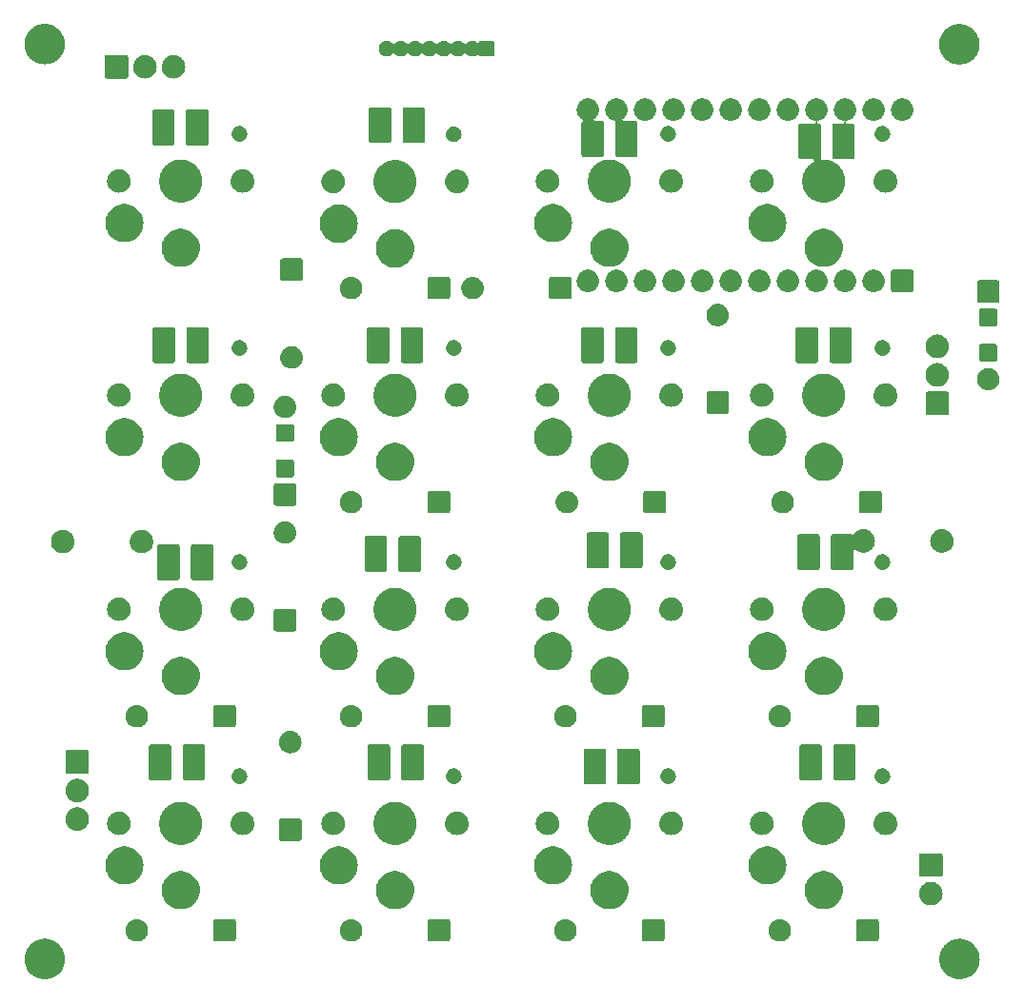
<source format=gbr>
G04 #@! TF.GenerationSoftware,KiCad,Pcbnew,8.0.7-1.fc41*
G04 #@! TF.CreationDate,2024-12-31T00:15:44+05:30*
G04 #@! TF.ProjectId,helper,68656c70-6572-42e6-9b69-6361645f7063,rev?*
G04 #@! TF.SameCoordinates,Original*
G04 #@! TF.FileFunction,Soldermask,Top*
G04 #@! TF.FilePolarity,Negative*
%FSLAX46Y46*%
G04 Gerber Fmt 4.6, Leading zero omitted, Abs format (unit mm)*
G04 Created by KiCad (PCBNEW 8.0.7-1.fc41) date 2024-12-31 00:15:44*
%MOMM*%
%LPD*%
G01*
G04 APERTURE LIST*
G04 APERTURE END LIST*
G36*
X118798209Y-132190033D02*
G01*
X118866814Y-132190033D01*
X118928766Y-132199370D01*
X118988427Y-132203638D01*
X119059156Y-132219024D01*
X119132838Y-132230130D01*
X119186979Y-132246830D01*
X119239323Y-132258217D01*
X119313079Y-132285726D01*
X119389914Y-132309427D01*
X119435567Y-132331412D01*
X119479914Y-132347953D01*
X119554618Y-132388744D01*
X119632300Y-132426154D01*
X119669188Y-132451304D01*
X119705281Y-132471012D01*
X119778619Y-132525912D01*
X119854582Y-132577703D01*
X119882889Y-132603968D01*
X119910837Y-132624890D01*
X119980297Y-132694350D01*
X120051793Y-132760689D01*
X120072099Y-132786152D01*
X120092409Y-132806462D01*
X120155399Y-132890607D01*
X120219530Y-132971024D01*
X120232782Y-132993978D01*
X120246287Y-133012018D01*
X120300156Y-133110672D01*
X120354044Y-133204009D01*
X120361513Y-133223040D01*
X120369346Y-133237385D01*
X120411507Y-133350423D01*
X120452331Y-133454441D01*
X120455527Y-133468446D01*
X120459082Y-133477976D01*
X120487109Y-133606816D01*
X120512195Y-133716724D01*
X120512813Y-133724975D01*
X120513661Y-133728872D01*
X120525285Y-133891395D01*
X120532300Y-133985000D01*
X120525284Y-134078611D01*
X120513661Y-134241127D01*
X120512813Y-134245022D01*
X120512195Y-134253276D01*
X120487104Y-134363203D01*
X120459082Y-134492023D01*
X120455528Y-134501551D01*
X120452331Y-134515559D01*
X120411499Y-134619595D01*
X120369346Y-134732614D01*
X120361514Y-134746956D01*
X120354044Y-134765991D01*
X120300146Y-134859344D01*
X120246287Y-134957981D01*
X120232785Y-134976016D01*
X120219530Y-134998976D01*
X120155387Y-135079407D01*
X120092409Y-135163537D01*
X120072103Y-135183842D01*
X120051793Y-135209311D01*
X119980284Y-135275661D01*
X119910837Y-135345109D01*
X119882895Y-135366026D01*
X119854582Y-135392297D01*
X119778604Y-135444097D01*
X119705281Y-135498987D01*
X119669195Y-135518690D01*
X119632300Y-135543846D01*
X119554603Y-135581262D01*
X119479914Y-135622046D01*
X119435576Y-135638583D01*
X119389914Y-135660573D01*
X119313064Y-135684277D01*
X119239323Y-135711782D01*
X119186990Y-135723166D01*
X119132838Y-135739870D01*
X119059141Y-135750978D01*
X118988427Y-135766361D01*
X118928778Y-135770627D01*
X118866814Y-135779967D01*
X118798195Y-135779967D01*
X118732300Y-135784680D01*
X118666405Y-135779967D01*
X118597786Y-135779967D01*
X118535821Y-135770627D01*
X118476172Y-135766361D01*
X118405455Y-135750977D01*
X118331762Y-135739870D01*
X118277611Y-135723166D01*
X118225276Y-135711782D01*
X118151529Y-135684276D01*
X118074686Y-135660573D01*
X118029026Y-135638584D01*
X117984685Y-135622046D01*
X117909988Y-135581258D01*
X117832300Y-135543846D01*
X117795408Y-135518693D01*
X117759318Y-135498987D01*
X117685984Y-135444089D01*
X117610018Y-135392297D01*
X117581709Y-135366029D01*
X117553762Y-135345109D01*
X117484302Y-135275649D01*
X117412807Y-135209311D01*
X117392500Y-135183847D01*
X117372190Y-135163537D01*
X117309195Y-135079387D01*
X117245070Y-134998976D01*
X117231817Y-134976022D01*
X117218312Y-134957981D01*
X117164435Y-134859312D01*
X117110556Y-134765991D01*
X117103088Y-134746962D01*
X117095253Y-134732614D01*
X117053080Y-134619544D01*
X117012269Y-134515559D01*
X117009073Y-134501558D01*
X117005517Y-134492023D01*
X116977473Y-134363110D01*
X116952405Y-134253276D01*
X116951787Y-134245029D01*
X116950938Y-134241127D01*
X116939293Y-134078319D01*
X116932300Y-133985000D01*
X116939292Y-133891688D01*
X116950938Y-133728872D01*
X116951787Y-133724968D01*
X116952405Y-133716724D01*
X116977469Y-133606910D01*
X117005517Y-133477976D01*
X117009073Y-133468439D01*
X117012269Y-133454441D01*
X117053072Y-133350474D01*
X117095253Y-133237385D01*
X117103089Y-133223033D01*
X117110556Y-133204009D01*
X117164425Y-133110704D01*
X117218312Y-133012018D01*
X117231820Y-132993972D01*
X117245070Y-132971024D01*
X117309183Y-132890628D01*
X117372190Y-132806462D01*
X117392504Y-132786147D01*
X117412807Y-132760689D01*
X117484288Y-132694363D01*
X117553762Y-132624890D01*
X117581714Y-132603964D01*
X117610018Y-132577703D01*
X117685969Y-132525920D01*
X117759318Y-132471012D01*
X117795415Y-132451301D01*
X117832300Y-132426154D01*
X117909972Y-132388748D01*
X117984685Y-132347953D01*
X118029035Y-132331410D01*
X118074686Y-132309427D01*
X118151514Y-132285728D01*
X118225276Y-132258217D01*
X118277622Y-132246829D01*
X118331762Y-132230130D01*
X118405440Y-132219024D01*
X118476172Y-132203638D01*
X118535834Y-132199370D01*
X118597786Y-132190033D01*
X118666391Y-132190033D01*
X118732300Y-132185319D01*
X118798209Y-132190033D01*
G37*
G36*
X200103609Y-132190033D02*
G01*
X200172214Y-132190033D01*
X200234166Y-132199370D01*
X200293827Y-132203638D01*
X200364556Y-132219024D01*
X200438238Y-132230130D01*
X200492379Y-132246830D01*
X200544723Y-132258217D01*
X200618479Y-132285726D01*
X200695314Y-132309427D01*
X200740967Y-132331412D01*
X200785314Y-132347953D01*
X200860018Y-132388744D01*
X200937700Y-132426154D01*
X200974588Y-132451304D01*
X201010681Y-132471012D01*
X201084019Y-132525912D01*
X201159982Y-132577703D01*
X201188289Y-132603968D01*
X201216237Y-132624890D01*
X201285697Y-132694350D01*
X201357193Y-132760689D01*
X201377499Y-132786152D01*
X201397809Y-132806462D01*
X201460799Y-132890607D01*
X201524930Y-132971024D01*
X201538182Y-132993978D01*
X201551687Y-133012018D01*
X201605556Y-133110672D01*
X201659444Y-133204009D01*
X201666913Y-133223040D01*
X201674746Y-133237385D01*
X201716907Y-133350423D01*
X201757731Y-133454441D01*
X201760927Y-133468446D01*
X201764482Y-133477976D01*
X201792509Y-133606816D01*
X201817595Y-133716724D01*
X201818213Y-133724975D01*
X201819061Y-133728872D01*
X201830685Y-133891395D01*
X201837700Y-133985000D01*
X201830684Y-134078611D01*
X201819061Y-134241127D01*
X201818213Y-134245022D01*
X201817595Y-134253276D01*
X201792504Y-134363203D01*
X201764482Y-134492023D01*
X201760928Y-134501551D01*
X201757731Y-134515559D01*
X201716899Y-134619595D01*
X201674746Y-134732614D01*
X201666914Y-134746956D01*
X201659444Y-134765991D01*
X201605546Y-134859344D01*
X201551687Y-134957981D01*
X201538185Y-134976016D01*
X201524930Y-134998976D01*
X201460787Y-135079407D01*
X201397809Y-135163537D01*
X201377503Y-135183842D01*
X201357193Y-135209311D01*
X201285684Y-135275661D01*
X201216237Y-135345109D01*
X201188295Y-135366026D01*
X201159982Y-135392297D01*
X201084004Y-135444097D01*
X201010681Y-135498987D01*
X200974595Y-135518690D01*
X200937700Y-135543846D01*
X200860003Y-135581262D01*
X200785314Y-135622046D01*
X200740976Y-135638583D01*
X200695314Y-135660573D01*
X200618464Y-135684277D01*
X200544723Y-135711782D01*
X200492390Y-135723166D01*
X200438238Y-135739870D01*
X200364541Y-135750978D01*
X200293827Y-135766361D01*
X200234178Y-135770627D01*
X200172214Y-135779967D01*
X200103595Y-135779967D01*
X200037700Y-135784680D01*
X199971805Y-135779967D01*
X199903186Y-135779967D01*
X199841221Y-135770627D01*
X199781572Y-135766361D01*
X199710855Y-135750977D01*
X199637162Y-135739870D01*
X199583011Y-135723166D01*
X199530676Y-135711782D01*
X199456929Y-135684276D01*
X199380086Y-135660573D01*
X199334426Y-135638584D01*
X199290085Y-135622046D01*
X199215388Y-135581258D01*
X199137700Y-135543846D01*
X199100808Y-135518693D01*
X199064718Y-135498987D01*
X198991384Y-135444089D01*
X198915418Y-135392297D01*
X198887109Y-135366029D01*
X198859162Y-135345109D01*
X198789702Y-135275649D01*
X198718207Y-135209311D01*
X198697900Y-135183847D01*
X198677590Y-135163537D01*
X198614595Y-135079387D01*
X198550470Y-134998976D01*
X198537217Y-134976022D01*
X198523712Y-134957981D01*
X198469835Y-134859312D01*
X198415956Y-134765991D01*
X198408488Y-134746962D01*
X198400653Y-134732614D01*
X198358480Y-134619544D01*
X198317669Y-134515559D01*
X198314473Y-134501558D01*
X198310917Y-134492023D01*
X198282873Y-134363110D01*
X198257805Y-134253276D01*
X198257187Y-134245029D01*
X198256338Y-134241127D01*
X198244693Y-134078319D01*
X198237700Y-133985000D01*
X198244692Y-133891688D01*
X198256338Y-133728872D01*
X198257187Y-133724968D01*
X198257805Y-133716724D01*
X198282869Y-133606910D01*
X198310917Y-133477976D01*
X198314473Y-133468439D01*
X198317669Y-133454441D01*
X198358472Y-133350474D01*
X198400653Y-133237385D01*
X198408489Y-133223033D01*
X198415956Y-133204009D01*
X198469825Y-133110704D01*
X198523712Y-133012018D01*
X198537220Y-132993972D01*
X198550470Y-132971024D01*
X198614583Y-132890628D01*
X198677590Y-132806462D01*
X198697904Y-132786147D01*
X198718207Y-132760689D01*
X198789688Y-132694363D01*
X198859162Y-132624890D01*
X198887114Y-132603964D01*
X198915418Y-132577703D01*
X198991369Y-132525920D01*
X199064718Y-132471012D01*
X199100815Y-132451301D01*
X199137700Y-132426154D01*
X199215372Y-132388748D01*
X199290085Y-132347953D01*
X199334435Y-132331410D01*
X199380086Y-132309427D01*
X199456914Y-132285728D01*
X199530676Y-132258217D01*
X199583022Y-132246829D01*
X199637162Y-132230130D01*
X199710840Y-132219024D01*
X199781572Y-132203638D01*
X199841234Y-132199370D01*
X199903186Y-132190033D01*
X199971791Y-132190033D01*
X200037700Y-132185319D01*
X200103609Y-132190033D01*
G37*
G36*
X126958724Y-130449799D02*
G01*
X127002218Y-130449799D01*
X127050658Y-130458853D01*
X127105090Y-130464215D01*
X127146438Y-130476757D01*
X127183518Y-130483689D01*
X127234868Y-130503582D01*
X127292683Y-130521120D01*
X127325720Y-130538778D01*
X127355501Y-130550316D01*
X127407245Y-130582354D01*
X127465570Y-130613530D01*
X127490076Y-130633641D01*
X127512311Y-130647409D01*
X127561575Y-130692319D01*
X127617107Y-130737893D01*
X127633563Y-130757945D01*
X127648611Y-130771663D01*
X127692297Y-130829513D01*
X127741470Y-130889430D01*
X127750977Y-130907218D01*
X127759762Y-130918850D01*
X127794713Y-130989040D01*
X127833880Y-131062317D01*
X127838056Y-131076086D01*
X127841972Y-131083949D01*
X127865105Y-131165255D01*
X127890785Y-131249910D01*
X127891628Y-131258473D01*
X127892446Y-131261347D01*
X127900943Y-131353047D01*
X127910000Y-131445000D01*
X127900942Y-131536960D01*
X127892446Y-131628652D01*
X127891628Y-131631524D01*
X127890785Y-131640090D01*
X127865100Y-131724759D01*
X127841972Y-131806050D01*
X127838057Y-131813911D01*
X127833880Y-131827683D01*
X127794705Y-131900972D01*
X127759762Y-131971149D01*
X127750979Y-131982778D01*
X127741470Y-132000570D01*
X127692288Y-132060498D01*
X127648611Y-132118336D01*
X127633566Y-132132050D01*
X127617107Y-132152107D01*
X127561564Y-132197689D01*
X127512311Y-132242590D01*
X127490081Y-132256354D01*
X127465570Y-132276470D01*
X127407233Y-132307651D01*
X127355501Y-132339683D01*
X127325727Y-132351217D01*
X127292683Y-132368880D01*
X127234856Y-132386421D01*
X127183518Y-132406310D01*
X127146445Y-132413240D01*
X127105090Y-132425785D01*
X127050655Y-132431146D01*
X127002218Y-132440201D01*
X126958724Y-132440201D01*
X126910000Y-132445000D01*
X126861276Y-132440201D01*
X126817782Y-132440201D01*
X126769343Y-132431146D01*
X126714910Y-132425785D01*
X126673555Y-132413240D01*
X126636481Y-132406310D01*
X126585139Y-132386419D01*
X126527317Y-132368880D01*
X126494275Y-132351218D01*
X126464498Y-132339683D01*
X126412759Y-132307647D01*
X126354430Y-132276470D01*
X126329921Y-132256356D01*
X126307688Y-132242590D01*
X126258425Y-132197681D01*
X126202893Y-132152107D01*
X126186436Y-132132054D01*
X126171388Y-132118336D01*
X126127699Y-132060482D01*
X126078530Y-132000570D01*
X126069022Y-131982783D01*
X126060237Y-131971149D01*
X126025279Y-131900945D01*
X125986120Y-131827683D01*
X125981943Y-131813916D01*
X125978027Y-131806050D01*
X125954882Y-131724706D01*
X125929215Y-131640090D01*
X125928371Y-131631530D01*
X125927553Y-131628652D01*
X125919040Y-131536788D01*
X125910000Y-131445000D01*
X125919039Y-131353219D01*
X125927553Y-131261347D01*
X125928372Y-131258468D01*
X125929215Y-131249910D01*
X125954878Y-131165308D01*
X125978027Y-131083949D01*
X125981944Y-131076081D01*
X125986120Y-131062317D01*
X126025272Y-130989068D01*
X126060237Y-130918850D01*
X126069024Y-130907213D01*
X126078530Y-130889430D01*
X126127689Y-130829528D01*
X126171388Y-130771663D01*
X126186439Y-130757941D01*
X126202893Y-130737893D01*
X126258414Y-130692327D01*
X126307688Y-130647409D01*
X126329926Y-130633639D01*
X126354430Y-130613530D01*
X126412747Y-130582358D01*
X126464498Y-130550316D01*
X126494282Y-130538777D01*
X126527317Y-130521120D01*
X126585127Y-130503583D01*
X126636481Y-130483689D01*
X126673562Y-130476757D01*
X126714910Y-130464215D01*
X126769340Y-130458853D01*
X126817782Y-130449799D01*
X126861276Y-130449799D01*
X126910000Y-130445000D01*
X126958724Y-130449799D01*
G37*
G36*
X135526043Y-130448191D02*
G01*
X135558727Y-130452494D01*
X135566948Y-130456327D01*
X135586537Y-130460224D01*
X135612480Y-130477559D01*
X135623608Y-130482748D01*
X135630378Y-130489518D01*
X135651421Y-130503579D01*
X135665481Y-130524621D01*
X135672251Y-130531391D01*
X135677438Y-130542516D01*
X135694776Y-130568463D01*
X135698672Y-130588053D01*
X135702505Y-130596272D01*
X135706806Y-130628945D01*
X135710000Y-130645000D01*
X135710000Y-132245000D01*
X135706805Y-132261058D01*
X135702505Y-132293727D01*
X135698673Y-132301944D01*
X135694776Y-132321537D01*
X135677437Y-132347485D01*
X135672251Y-132358608D01*
X135665483Y-132365375D01*
X135651421Y-132386421D01*
X135630375Y-132400483D01*
X135623608Y-132407251D01*
X135612485Y-132412437D01*
X135586537Y-132429776D01*
X135566944Y-132433673D01*
X135558727Y-132437505D01*
X135526056Y-132441806D01*
X135510000Y-132445000D01*
X133910000Y-132445000D01*
X133893943Y-132441806D01*
X133861272Y-132437505D01*
X133853053Y-132433672D01*
X133833463Y-132429776D01*
X133807516Y-132412438D01*
X133796391Y-132407251D01*
X133789621Y-132400481D01*
X133768579Y-132386421D01*
X133754518Y-132365378D01*
X133747748Y-132358608D01*
X133742559Y-132347480D01*
X133725224Y-132321537D01*
X133721327Y-132301948D01*
X133717494Y-132293727D01*
X133713190Y-132261041D01*
X133710000Y-132245000D01*
X133710000Y-130645000D01*
X133713190Y-130628958D01*
X133717494Y-130596272D01*
X133721327Y-130588049D01*
X133725224Y-130568463D01*
X133742557Y-130542521D01*
X133747748Y-130531391D01*
X133754520Y-130524618D01*
X133768579Y-130503579D01*
X133789618Y-130489520D01*
X133796391Y-130482748D01*
X133807521Y-130477557D01*
X133833463Y-130460224D01*
X133853049Y-130456327D01*
X133861272Y-130452494D01*
X133893960Y-130448190D01*
X133910000Y-130445000D01*
X135510000Y-130445000D01*
X135526043Y-130448191D01*
G37*
G36*
X146008724Y-130449799D02*
G01*
X146052218Y-130449799D01*
X146100658Y-130458853D01*
X146155090Y-130464215D01*
X146196438Y-130476757D01*
X146233518Y-130483689D01*
X146284868Y-130503582D01*
X146342683Y-130521120D01*
X146375720Y-130538778D01*
X146405501Y-130550316D01*
X146457245Y-130582354D01*
X146515570Y-130613530D01*
X146540076Y-130633641D01*
X146562311Y-130647409D01*
X146611575Y-130692319D01*
X146667107Y-130737893D01*
X146683563Y-130757945D01*
X146698611Y-130771663D01*
X146742297Y-130829513D01*
X146791470Y-130889430D01*
X146800977Y-130907218D01*
X146809762Y-130918850D01*
X146844713Y-130989040D01*
X146883880Y-131062317D01*
X146888056Y-131076086D01*
X146891972Y-131083949D01*
X146915105Y-131165255D01*
X146940785Y-131249910D01*
X146941628Y-131258473D01*
X146942446Y-131261347D01*
X146950943Y-131353047D01*
X146960000Y-131445000D01*
X146950942Y-131536960D01*
X146942446Y-131628652D01*
X146941628Y-131631524D01*
X146940785Y-131640090D01*
X146915100Y-131724759D01*
X146891972Y-131806050D01*
X146888057Y-131813911D01*
X146883880Y-131827683D01*
X146844705Y-131900972D01*
X146809762Y-131971149D01*
X146800979Y-131982778D01*
X146791470Y-132000570D01*
X146742288Y-132060498D01*
X146698611Y-132118336D01*
X146683566Y-132132050D01*
X146667107Y-132152107D01*
X146611564Y-132197689D01*
X146562311Y-132242590D01*
X146540081Y-132256354D01*
X146515570Y-132276470D01*
X146457233Y-132307651D01*
X146405501Y-132339683D01*
X146375727Y-132351217D01*
X146342683Y-132368880D01*
X146284856Y-132386421D01*
X146233518Y-132406310D01*
X146196445Y-132413240D01*
X146155090Y-132425785D01*
X146100655Y-132431146D01*
X146052218Y-132440201D01*
X146008724Y-132440201D01*
X145960000Y-132445000D01*
X145911276Y-132440201D01*
X145867782Y-132440201D01*
X145819343Y-132431146D01*
X145764910Y-132425785D01*
X145723555Y-132413240D01*
X145686481Y-132406310D01*
X145635139Y-132386419D01*
X145577317Y-132368880D01*
X145544275Y-132351218D01*
X145514498Y-132339683D01*
X145462759Y-132307647D01*
X145404430Y-132276470D01*
X145379921Y-132256356D01*
X145357688Y-132242590D01*
X145308425Y-132197681D01*
X145252893Y-132152107D01*
X145236436Y-132132054D01*
X145221388Y-132118336D01*
X145177699Y-132060482D01*
X145128530Y-132000570D01*
X145119022Y-131982783D01*
X145110237Y-131971149D01*
X145075279Y-131900945D01*
X145036120Y-131827683D01*
X145031943Y-131813916D01*
X145028027Y-131806050D01*
X145004882Y-131724706D01*
X144979215Y-131640090D01*
X144978371Y-131631530D01*
X144977553Y-131628652D01*
X144969040Y-131536788D01*
X144960000Y-131445000D01*
X144969039Y-131353219D01*
X144977553Y-131261347D01*
X144978372Y-131258468D01*
X144979215Y-131249910D01*
X145004878Y-131165308D01*
X145028027Y-131083949D01*
X145031944Y-131076081D01*
X145036120Y-131062317D01*
X145075272Y-130989068D01*
X145110237Y-130918850D01*
X145119024Y-130907213D01*
X145128530Y-130889430D01*
X145177689Y-130829528D01*
X145221388Y-130771663D01*
X145236439Y-130757941D01*
X145252893Y-130737893D01*
X145308414Y-130692327D01*
X145357688Y-130647409D01*
X145379926Y-130633639D01*
X145404430Y-130613530D01*
X145462747Y-130582358D01*
X145514498Y-130550316D01*
X145544282Y-130538777D01*
X145577317Y-130521120D01*
X145635127Y-130503583D01*
X145686481Y-130483689D01*
X145723562Y-130476757D01*
X145764910Y-130464215D01*
X145819340Y-130458853D01*
X145867782Y-130449799D01*
X145911276Y-130449799D01*
X145960000Y-130445000D01*
X146008724Y-130449799D01*
G37*
G36*
X154576043Y-130448191D02*
G01*
X154608727Y-130452494D01*
X154616948Y-130456327D01*
X154636537Y-130460224D01*
X154662480Y-130477559D01*
X154673608Y-130482748D01*
X154680378Y-130489518D01*
X154701421Y-130503579D01*
X154715481Y-130524621D01*
X154722251Y-130531391D01*
X154727438Y-130542516D01*
X154744776Y-130568463D01*
X154748672Y-130588053D01*
X154752505Y-130596272D01*
X154756806Y-130628945D01*
X154760000Y-130645000D01*
X154760000Y-132245000D01*
X154756805Y-132261058D01*
X154752505Y-132293727D01*
X154748673Y-132301944D01*
X154744776Y-132321537D01*
X154727437Y-132347485D01*
X154722251Y-132358608D01*
X154715483Y-132365375D01*
X154701421Y-132386421D01*
X154680375Y-132400483D01*
X154673608Y-132407251D01*
X154662485Y-132412437D01*
X154636537Y-132429776D01*
X154616944Y-132433673D01*
X154608727Y-132437505D01*
X154576056Y-132441806D01*
X154560000Y-132445000D01*
X152960000Y-132445000D01*
X152943943Y-132441806D01*
X152911272Y-132437505D01*
X152903053Y-132433672D01*
X152883463Y-132429776D01*
X152857516Y-132412438D01*
X152846391Y-132407251D01*
X152839621Y-132400481D01*
X152818579Y-132386421D01*
X152804518Y-132365378D01*
X152797748Y-132358608D01*
X152792559Y-132347480D01*
X152775224Y-132321537D01*
X152771327Y-132301948D01*
X152767494Y-132293727D01*
X152763190Y-132261041D01*
X152760000Y-132245000D01*
X152760000Y-130645000D01*
X152763190Y-130628958D01*
X152767494Y-130596272D01*
X152771327Y-130588049D01*
X152775224Y-130568463D01*
X152792557Y-130542521D01*
X152797748Y-130531391D01*
X152804520Y-130524618D01*
X152818579Y-130503579D01*
X152839618Y-130489520D01*
X152846391Y-130482748D01*
X152857521Y-130477557D01*
X152883463Y-130460224D01*
X152903049Y-130456327D01*
X152911272Y-130452494D01*
X152943960Y-130448190D01*
X152960000Y-130445000D01*
X154560000Y-130445000D01*
X154576043Y-130448191D01*
G37*
G36*
X165058724Y-130449799D02*
G01*
X165102218Y-130449799D01*
X165150658Y-130458853D01*
X165205090Y-130464215D01*
X165246438Y-130476757D01*
X165283518Y-130483689D01*
X165334868Y-130503582D01*
X165392683Y-130521120D01*
X165425720Y-130538778D01*
X165455501Y-130550316D01*
X165507245Y-130582354D01*
X165565570Y-130613530D01*
X165590076Y-130633641D01*
X165612311Y-130647409D01*
X165661575Y-130692319D01*
X165717107Y-130737893D01*
X165733563Y-130757945D01*
X165748611Y-130771663D01*
X165792297Y-130829513D01*
X165841470Y-130889430D01*
X165850977Y-130907218D01*
X165859762Y-130918850D01*
X165894713Y-130989040D01*
X165933880Y-131062317D01*
X165938056Y-131076086D01*
X165941972Y-131083949D01*
X165965105Y-131165255D01*
X165990785Y-131249910D01*
X165991628Y-131258473D01*
X165992446Y-131261347D01*
X166000943Y-131353047D01*
X166010000Y-131445000D01*
X166000942Y-131536960D01*
X165992446Y-131628652D01*
X165991628Y-131631524D01*
X165990785Y-131640090D01*
X165965100Y-131724759D01*
X165941972Y-131806050D01*
X165938057Y-131813911D01*
X165933880Y-131827683D01*
X165894705Y-131900972D01*
X165859762Y-131971149D01*
X165850979Y-131982778D01*
X165841470Y-132000570D01*
X165792288Y-132060498D01*
X165748611Y-132118336D01*
X165733566Y-132132050D01*
X165717107Y-132152107D01*
X165661564Y-132197689D01*
X165612311Y-132242590D01*
X165590081Y-132256354D01*
X165565570Y-132276470D01*
X165507233Y-132307651D01*
X165455501Y-132339683D01*
X165425727Y-132351217D01*
X165392683Y-132368880D01*
X165334856Y-132386421D01*
X165283518Y-132406310D01*
X165246445Y-132413240D01*
X165205090Y-132425785D01*
X165150655Y-132431146D01*
X165102218Y-132440201D01*
X165058724Y-132440201D01*
X165010000Y-132445000D01*
X164961276Y-132440201D01*
X164917782Y-132440201D01*
X164869343Y-132431146D01*
X164814910Y-132425785D01*
X164773555Y-132413240D01*
X164736481Y-132406310D01*
X164685139Y-132386419D01*
X164627317Y-132368880D01*
X164594275Y-132351218D01*
X164564498Y-132339683D01*
X164512759Y-132307647D01*
X164454430Y-132276470D01*
X164429921Y-132256356D01*
X164407688Y-132242590D01*
X164358425Y-132197681D01*
X164302893Y-132152107D01*
X164286436Y-132132054D01*
X164271388Y-132118336D01*
X164227699Y-132060482D01*
X164178530Y-132000570D01*
X164169022Y-131982783D01*
X164160237Y-131971149D01*
X164125279Y-131900945D01*
X164086120Y-131827683D01*
X164081943Y-131813916D01*
X164078027Y-131806050D01*
X164054882Y-131724706D01*
X164029215Y-131640090D01*
X164028371Y-131631530D01*
X164027553Y-131628652D01*
X164019040Y-131536788D01*
X164010000Y-131445000D01*
X164019039Y-131353219D01*
X164027553Y-131261347D01*
X164028372Y-131258468D01*
X164029215Y-131249910D01*
X164054878Y-131165308D01*
X164078027Y-131083949D01*
X164081944Y-131076081D01*
X164086120Y-131062317D01*
X164125272Y-130989068D01*
X164160237Y-130918850D01*
X164169024Y-130907213D01*
X164178530Y-130889430D01*
X164227689Y-130829528D01*
X164271388Y-130771663D01*
X164286439Y-130757941D01*
X164302893Y-130737893D01*
X164358414Y-130692327D01*
X164407688Y-130647409D01*
X164429926Y-130633639D01*
X164454430Y-130613530D01*
X164512747Y-130582358D01*
X164564498Y-130550316D01*
X164594282Y-130538777D01*
X164627317Y-130521120D01*
X164685127Y-130503583D01*
X164736481Y-130483689D01*
X164773562Y-130476757D01*
X164814910Y-130464215D01*
X164869340Y-130458853D01*
X164917782Y-130449799D01*
X164961276Y-130449799D01*
X165010000Y-130445000D01*
X165058724Y-130449799D01*
G37*
G36*
X173626043Y-130448191D02*
G01*
X173658727Y-130452494D01*
X173666948Y-130456327D01*
X173686537Y-130460224D01*
X173712480Y-130477559D01*
X173723608Y-130482748D01*
X173730378Y-130489518D01*
X173751421Y-130503579D01*
X173765481Y-130524621D01*
X173772251Y-130531391D01*
X173777438Y-130542516D01*
X173794776Y-130568463D01*
X173798672Y-130588053D01*
X173802505Y-130596272D01*
X173806806Y-130628945D01*
X173810000Y-130645000D01*
X173810000Y-132245000D01*
X173806805Y-132261058D01*
X173802505Y-132293727D01*
X173798673Y-132301944D01*
X173794776Y-132321537D01*
X173777437Y-132347485D01*
X173772251Y-132358608D01*
X173765483Y-132365375D01*
X173751421Y-132386421D01*
X173730375Y-132400483D01*
X173723608Y-132407251D01*
X173712485Y-132412437D01*
X173686537Y-132429776D01*
X173666944Y-132433673D01*
X173658727Y-132437505D01*
X173626056Y-132441806D01*
X173610000Y-132445000D01*
X172010000Y-132445000D01*
X171993943Y-132441806D01*
X171961272Y-132437505D01*
X171953053Y-132433672D01*
X171933463Y-132429776D01*
X171907516Y-132412438D01*
X171896391Y-132407251D01*
X171889621Y-132400481D01*
X171868579Y-132386421D01*
X171854518Y-132365378D01*
X171847748Y-132358608D01*
X171842559Y-132347480D01*
X171825224Y-132321537D01*
X171821327Y-132301948D01*
X171817494Y-132293727D01*
X171813190Y-132261041D01*
X171810000Y-132245000D01*
X171810000Y-130645000D01*
X171813190Y-130628958D01*
X171817494Y-130596272D01*
X171821327Y-130588049D01*
X171825224Y-130568463D01*
X171842557Y-130542521D01*
X171847748Y-130531391D01*
X171854520Y-130524618D01*
X171868579Y-130503579D01*
X171889618Y-130489520D01*
X171896391Y-130482748D01*
X171907521Y-130477557D01*
X171933463Y-130460224D01*
X171953049Y-130456327D01*
X171961272Y-130452494D01*
X171993960Y-130448190D01*
X172010000Y-130445000D01*
X173610000Y-130445000D01*
X173626043Y-130448191D01*
G37*
G36*
X184108724Y-130449799D02*
G01*
X184152218Y-130449799D01*
X184200658Y-130458853D01*
X184255090Y-130464215D01*
X184296438Y-130476757D01*
X184333518Y-130483689D01*
X184384868Y-130503582D01*
X184442683Y-130521120D01*
X184475720Y-130538778D01*
X184505501Y-130550316D01*
X184557245Y-130582354D01*
X184615570Y-130613530D01*
X184640076Y-130633641D01*
X184662311Y-130647409D01*
X184711575Y-130692319D01*
X184767107Y-130737893D01*
X184783563Y-130757945D01*
X184798611Y-130771663D01*
X184842297Y-130829513D01*
X184891470Y-130889430D01*
X184900977Y-130907218D01*
X184909762Y-130918850D01*
X184944713Y-130989040D01*
X184983880Y-131062317D01*
X184988056Y-131076086D01*
X184991972Y-131083949D01*
X185015105Y-131165255D01*
X185040785Y-131249910D01*
X185041628Y-131258473D01*
X185042446Y-131261347D01*
X185050943Y-131353047D01*
X185060000Y-131445000D01*
X185050942Y-131536960D01*
X185042446Y-131628652D01*
X185041628Y-131631524D01*
X185040785Y-131640090D01*
X185015100Y-131724759D01*
X184991972Y-131806050D01*
X184988057Y-131813911D01*
X184983880Y-131827683D01*
X184944705Y-131900972D01*
X184909762Y-131971149D01*
X184900979Y-131982778D01*
X184891470Y-132000570D01*
X184842288Y-132060498D01*
X184798611Y-132118336D01*
X184783566Y-132132050D01*
X184767107Y-132152107D01*
X184711564Y-132197689D01*
X184662311Y-132242590D01*
X184640081Y-132256354D01*
X184615570Y-132276470D01*
X184557233Y-132307651D01*
X184505501Y-132339683D01*
X184475727Y-132351217D01*
X184442683Y-132368880D01*
X184384856Y-132386421D01*
X184333518Y-132406310D01*
X184296445Y-132413240D01*
X184255090Y-132425785D01*
X184200655Y-132431146D01*
X184152218Y-132440201D01*
X184108724Y-132440201D01*
X184060000Y-132445000D01*
X184011276Y-132440201D01*
X183967782Y-132440201D01*
X183919343Y-132431146D01*
X183864910Y-132425785D01*
X183823555Y-132413240D01*
X183786481Y-132406310D01*
X183735139Y-132386419D01*
X183677317Y-132368880D01*
X183644275Y-132351218D01*
X183614498Y-132339683D01*
X183562759Y-132307647D01*
X183504430Y-132276470D01*
X183479921Y-132256356D01*
X183457688Y-132242590D01*
X183408425Y-132197681D01*
X183352893Y-132152107D01*
X183336436Y-132132054D01*
X183321388Y-132118336D01*
X183277699Y-132060482D01*
X183228530Y-132000570D01*
X183219022Y-131982783D01*
X183210237Y-131971149D01*
X183175279Y-131900945D01*
X183136120Y-131827683D01*
X183131943Y-131813916D01*
X183128027Y-131806050D01*
X183104882Y-131724706D01*
X183079215Y-131640090D01*
X183078371Y-131631530D01*
X183077553Y-131628652D01*
X183069040Y-131536788D01*
X183060000Y-131445000D01*
X183069039Y-131353219D01*
X183077553Y-131261347D01*
X183078372Y-131258468D01*
X183079215Y-131249910D01*
X183104878Y-131165308D01*
X183128027Y-131083949D01*
X183131944Y-131076081D01*
X183136120Y-131062317D01*
X183175272Y-130989068D01*
X183210237Y-130918850D01*
X183219024Y-130907213D01*
X183228530Y-130889430D01*
X183277689Y-130829528D01*
X183321388Y-130771663D01*
X183336439Y-130757941D01*
X183352893Y-130737893D01*
X183408414Y-130692327D01*
X183457688Y-130647409D01*
X183479926Y-130633639D01*
X183504430Y-130613530D01*
X183562747Y-130582358D01*
X183614498Y-130550316D01*
X183644282Y-130538777D01*
X183677317Y-130521120D01*
X183735127Y-130503583D01*
X183786481Y-130483689D01*
X183823562Y-130476757D01*
X183864910Y-130464215D01*
X183919340Y-130458853D01*
X183967782Y-130449799D01*
X184011276Y-130449799D01*
X184060000Y-130445000D01*
X184108724Y-130449799D01*
G37*
G36*
X192676043Y-130448191D02*
G01*
X192708727Y-130452494D01*
X192716948Y-130456327D01*
X192736537Y-130460224D01*
X192762480Y-130477559D01*
X192773608Y-130482748D01*
X192780378Y-130489518D01*
X192801421Y-130503579D01*
X192815481Y-130524621D01*
X192822251Y-130531391D01*
X192827438Y-130542516D01*
X192844776Y-130568463D01*
X192848672Y-130588053D01*
X192852505Y-130596272D01*
X192856806Y-130628945D01*
X192860000Y-130645000D01*
X192860000Y-132245000D01*
X192856805Y-132261058D01*
X192852505Y-132293727D01*
X192848673Y-132301944D01*
X192844776Y-132321537D01*
X192827437Y-132347485D01*
X192822251Y-132358608D01*
X192815483Y-132365375D01*
X192801421Y-132386421D01*
X192780375Y-132400483D01*
X192773608Y-132407251D01*
X192762485Y-132412437D01*
X192736537Y-132429776D01*
X192716944Y-132433673D01*
X192708727Y-132437505D01*
X192676056Y-132441806D01*
X192660000Y-132445000D01*
X191060000Y-132445000D01*
X191043943Y-132441806D01*
X191011272Y-132437505D01*
X191003053Y-132433672D01*
X190983463Y-132429776D01*
X190957516Y-132412438D01*
X190946391Y-132407251D01*
X190939621Y-132400481D01*
X190918579Y-132386421D01*
X190904518Y-132365378D01*
X190897748Y-132358608D01*
X190892559Y-132347480D01*
X190875224Y-132321537D01*
X190871327Y-132301948D01*
X190867494Y-132293727D01*
X190863190Y-132261041D01*
X190860000Y-132245000D01*
X190860000Y-130645000D01*
X190863190Y-130628958D01*
X190867494Y-130596272D01*
X190871327Y-130588049D01*
X190875224Y-130568463D01*
X190892557Y-130542521D01*
X190897748Y-130531391D01*
X190904520Y-130524618D01*
X190918579Y-130503579D01*
X190939618Y-130489520D01*
X190946391Y-130482748D01*
X190957521Y-130477557D01*
X190983463Y-130460224D01*
X191003049Y-130456327D01*
X191011272Y-130452494D01*
X191043960Y-130448190D01*
X191060000Y-130445000D01*
X192660000Y-130445000D01*
X192676043Y-130448191D01*
G37*
G36*
X131188286Y-126212623D02*
G01*
X131431080Y-126287515D01*
X131660000Y-126397757D01*
X131869933Y-126540886D01*
X132056188Y-126713706D01*
X132214606Y-126912356D01*
X132341647Y-127132398D01*
X132434474Y-127368916D01*
X132491012Y-127616628D01*
X132510000Y-127870000D01*
X132491012Y-128123372D01*
X132434474Y-128371084D01*
X132341647Y-128607602D01*
X132214606Y-128827644D01*
X132056188Y-129026294D01*
X131869933Y-129199114D01*
X131660000Y-129342243D01*
X131431080Y-129452485D01*
X131188286Y-129527377D01*
X130937041Y-129565246D01*
X130682959Y-129565246D01*
X130431714Y-129527377D01*
X130188920Y-129452485D01*
X129960000Y-129342243D01*
X129750067Y-129199114D01*
X129563812Y-129026294D01*
X129405394Y-128827644D01*
X129278353Y-128607602D01*
X129185526Y-128371084D01*
X129128988Y-128123372D01*
X129110000Y-127870000D01*
X129128988Y-127616628D01*
X129185526Y-127368916D01*
X129278353Y-127132398D01*
X129405394Y-126912356D01*
X129563812Y-126713706D01*
X129750067Y-126540886D01*
X129960000Y-126397757D01*
X130188920Y-126287515D01*
X130431714Y-126212623D01*
X130682959Y-126174754D01*
X130937041Y-126174754D01*
X131188286Y-126212623D01*
G37*
G36*
X150238286Y-126212623D02*
G01*
X150481080Y-126287515D01*
X150710000Y-126397757D01*
X150919933Y-126540886D01*
X151106188Y-126713706D01*
X151264606Y-126912356D01*
X151391647Y-127132398D01*
X151484474Y-127368916D01*
X151541012Y-127616628D01*
X151560000Y-127870000D01*
X151541012Y-128123372D01*
X151484474Y-128371084D01*
X151391647Y-128607602D01*
X151264606Y-128827644D01*
X151106188Y-129026294D01*
X150919933Y-129199114D01*
X150710000Y-129342243D01*
X150481080Y-129452485D01*
X150238286Y-129527377D01*
X149987041Y-129565246D01*
X149732959Y-129565246D01*
X149481714Y-129527377D01*
X149238920Y-129452485D01*
X149010000Y-129342243D01*
X148800067Y-129199114D01*
X148613812Y-129026294D01*
X148455394Y-128827644D01*
X148328353Y-128607602D01*
X148235526Y-128371084D01*
X148178988Y-128123372D01*
X148160000Y-127870000D01*
X148178988Y-127616628D01*
X148235526Y-127368916D01*
X148328353Y-127132398D01*
X148455394Y-126912356D01*
X148613812Y-126713706D01*
X148800067Y-126540886D01*
X149010000Y-126397757D01*
X149238920Y-126287515D01*
X149481714Y-126212623D01*
X149732959Y-126174754D01*
X149987041Y-126174754D01*
X150238286Y-126212623D01*
G37*
G36*
X169288286Y-126212623D02*
G01*
X169531080Y-126287515D01*
X169760000Y-126397757D01*
X169969933Y-126540886D01*
X170156188Y-126713706D01*
X170314606Y-126912356D01*
X170441647Y-127132398D01*
X170534474Y-127368916D01*
X170591012Y-127616628D01*
X170610000Y-127870000D01*
X170591012Y-128123372D01*
X170534474Y-128371084D01*
X170441647Y-128607602D01*
X170314606Y-128827644D01*
X170156188Y-129026294D01*
X169969933Y-129199114D01*
X169760000Y-129342243D01*
X169531080Y-129452485D01*
X169288286Y-129527377D01*
X169037041Y-129565246D01*
X168782959Y-129565246D01*
X168531714Y-129527377D01*
X168288920Y-129452485D01*
X168060000Y-129342243D01*
X167850067Y-129199114D01*
X167663812Y-129026294D01*
X167505394Y-128827644D01*
X167378353Y-128607602D01*
X167285526Y-128371084D01*
X167228988Y-128123372D01*
X167210000Y-127870000D01*
X167228988Y-127616628D01*
X167285526Y-127368916D01*
X167378353Y-127132398D01*
X167505394Y-126912356D01*
X167663812Y-126713706D01*
X167850067Y-126540886D01*
X168060000Y-126397757D01*
X168288920Y-126287515D01*
X168531714Y-126212623D01*
X168782959Y-126174754D01*
X169037041Y-126174754D01*
X169288286Y-126212623D01*
G37*
G36*
X188338286Y-126212623D02*
G01*
X188581080Y-126287515D01*
X188810000Y-126397757D01*
X189019933Y-126540886D01*
X189206188Y-126713706D01*
X189364606Y-126912356D01*
X189491647Y-127132398D01*
X189584474Y-127368916D01*
X189641012Y-127616628D01*
X189660000Y-127870000D01*
X189641012Y-128123372D01*
X189584474Y-128371084D01*
X189491647Y-128607602D01*
X189364606Y-128827644D01*
X189206188Y-129026294D01*
X189019933Y-129199114D01*
X188810000Y-129342243D01*
X188581080Y-129452485D01*
X188338286Y-129527377D01*
X188087041Y-129565246D01*
X187832959Y-129565246D01*
X187581714Y-129527377D01*
X187338920Y-129452485D01*
X187110000Y-129342243D01*
X186900067Y-129199114D01*
X186713812Y-129026294D01*
X186555394Y-128827644D01*
X186428353Y-128607602D01*
X186335526Y-128371084D01*
X186278988Y-128123372D01*
X186260000Y-127870000D01*
X186278988Y-127616628D01*
X186335526Y-127368916D01*
X186428353Y-127132398D01*
X186555394Y-126912356D01*
X186713812Y-126713706D01*
X186900067Y-126540886D01*
X187110000Y-126397757D01*
X187338920Y-126287515D01*
X187581714Y-126212623D01*
X187832959Y-126174754D01*
X188087041Y-126174754D01*
X188338286Y-126212623D01*
G37*
G36*
X197535889Y-127123412D02*
G01*
X197581830Y-127123412D01*
X197632988Y-127132975D01*
X197689845Y-127138575D01*
X197733042Y-127151678D01*
X197772202Y-127158999D01*
X197826438Y-127180009D01*
X197886818Y-127198326D01*
X197921315Y-127216765D01*
X197952786Y-127228957D01*
X198007469Y-127262815D01*
X198068349Y-127295357D01*
X198093929Y-127316350D01*
X198117442Y-127330909D01*
X198169546Y-127378408D01*
X198227462Y-127425938D01*
X198244621Y-127446846D01*
X198260564Y-127461380D01*
X198306838Y-127522658D01*
X198358043Y-127585051D01*
X198367947Y-127603580D01*
X198377273Y-127615930D01*
X198414372Y-127690434D01*
X198455074Y-127766582D01*
X198459415Y-127780892D01*
X198463596Y-127789289D01*
X198488295Y-127876097D01*
X198514825Y-127963555D01*
X198515696Y-127972403D01*
X198516594Y-127975558D01*
X198525933Y-128076344D01*
X198535000Y-128168400D01*
X198525932Y-128260463D01*
X198516594Y-128361241D01*
X198515696Y-128364394D01*
X198514825Y-128373245D01*
X198488290Y-128460717D01*
X198463596Y-128547510D01*
X198459415Y-128555904D01*
X198455074Y-128570218D01*
X198414364Y-128646379D01*
X198377273Y-128720869D01*
X198367949Y-128733215D01*
X198358043Y-128751749D01*
X198306829Y-128814152D01*
X198260564Y-128875419D01*
X198244624Y-128889949D01*
X198227462Y-128910862D01*
X198169535Y-128958400D01*
X198117442Y-129005890D01*
X198093934Y-129020445D01*
X198068349Y-129041443D01*
X198007457Y-129073990D01*
X197952786Y-129107842D01*
X197921321Y-129120031D01*
X197886818Y-129138474D01*
X197826426Y-129156793D01*
X197772202Y-129177800D01*
X197733049Y-129185119D01*
X197689845Y-129198225D01*
X197632985Y-129203825D01*
X197581830Y-129213388D01*
X197535889Y-129213388D01*
X197485000Y-129218400D01*
X197434111Y-129213388D01*
X197388170Y-129213388D01*
X197337014Y-129203824D01*
X197280155Y-129198225D01*
X197236952Y-129185119D01*
X197197797Y-129177800D01*
X197143569Y-129156792D01*
X197083182Y-129138474D01*
X197048680Y-129120032D01*
X197017213Y-129107842D01*
X196962535Y-129073986D01*
X196901651Y-129041443D01*
X196876068Y-129020447D01*
X196852557Y-129005890D01*
X196800454Y-128958392D01*
X196742538Y-128910862D01*
X196725378Y-128889953D01*
X196709435Y-128875419D01*
X196663158Y-128814137D01*
X196611957Y-128751749D01*
X196602053Y-128733220D01*
X196592726Y-128720869D01*
X196555620Y-128646351D01*
X196514926Y-128570218D01*
X196510585Y-128555909D01*
X196506403Y-128547510D01*
X196481693Y-128460664D01*
X196455175Y-128373245D01*
X196454303Y-128364400D01*
X196453405Y-128361241D01*
X196444050Y-128260291D01*
X196435000Y-128168400D01*
X196444049Y-128076516D01*
X196453405Y-127975558D01*
X196454304Y-127972398D01*
X196455175Y-127963555D01*
X196481688Y-127876150D01*
X196506403Y-127789289D01*
X196510586Y-127780887D01*
X196514926Y-127766582D01*
X196555613Y-127690461D01*
X196592726Y-127615930D01*
X196602054Y-127603576D01*
X196611957Y-127585051D01*
X196663148Y-127522674D01*
X196709435Y-127461380D01*
X196725381Y-127446842D01*
X196742538Y-127425938D01*
X196800443Y-127378416D01*
X196852557Y-127330909D01*
X196876073Y-127316348D01*
X196901651Y-127295357D01*
X196962523Y-127262819D01*
X197017213Y-127228957D01*
X197048687Y-127216763D01*
X197083182Y-127198326D01*
X197143557Y-127180011D01*
X197197797Y-127158999D01*
X197236959Y-127151678D01*
X197280155Y-127138575D01*
X197337011Y-127132975D01*
X197388170Y-127123412D01*
X197434111Y-127123412D01*
X197485000Y-127118400D01*
X197535889Y-127123412D01*
G37*
G36*
X126188286Y-124012623D02*
G01*
X126431080Y-124087515D01*
X126660000Y-124197757D01*
X126869933Y-124340886D01*
X127056188Y-124513706D01*
X127214606Y-124712356D01*
X127341647Y-124932398D01*
X127434474Y-125168916D01*
X127491012Y-125416628D01*
X127510000Y-125670000D01*
X127491012Y-125923372D01*
X127434474Y-126171084D01*
X127341647Y-126407602D01*
X127214606Y-126627644D01*
X127056188Y-126826294D01*
X126869933Y-126999114D01*
X126660000Y-127142243D01*
X126431080Y-127252485D01*
X126188286Y-127327377D01*
X125937041Y-127365246D01*
X125682959Y-127365246D01*
X125431714Y-127327377D01*
X125188920Y-127252485D01*
X124960000Y-127142243D01*
X124750067Y-126999114D01*
X124563812Y-126826294D01*
X124405394Y-126627644D01*
X124278353Y-126407602D01*
X124185526Y-126171084D01*
X124128988Y-125923372D01*
X124110000Y-125670000D01*
X124128988Y-125416628D01*
X124185526Y-125168916D01*
X124278353Y-124932398D01*
X124405394Y-124712356D01*
X124563812Y-124513706D01*
X124750067Y-124340886D01*
X124960000Y-124197757D01*
X125188920Y-124087515D01*
X125431714Y-124012623D01*
X125682959Y-123974754D01*
X125937041Y-123974754D01*
X126188286Y-124012623D01*
G37*
G36*
X145238286Y-124012623D02*
G01*
X145481080Y-124087515D01*
X145710000Y-124197757D01*
X145919933Y-124340886D01*
X146106188Y-124513706D01*
X146264606Y-124712356D01*
X146391647Y-124932398D01*
X146484474Y-125168916D01*
X146541012Y-125416628D01*
X146560000Y-125670000D01*
X146541012Y-125923372D01*
X146484474Y-126171084D01*
X146391647Y-126407602D01*
X146264606Y-126627644D01*
X146106188Y-126826294D01*
X145919933Y-126999114D01*
X145710000Y-127142243D01*
X145481080Y-127252485D01*
X145238286Y-127327377D01*
X144987041Y-127365246D01*
X144732959Y-127365246D01*
X144481714Y-127327377D01*
X144238920Y-127252485D01*
X144010000Y-127142243D01*
X143800067Y-126999114D01*
X143613812Y-126826294D01*
X143455394Y-126627644D01*
X143328353Y-126407602D01*
X143235526Y-126171084D01*
X143178988Y-125923372D01*
X143160000Y-125670000D01*
X143178988Y-125416628D01*
X143235526Y-125168916D01*
X143328353Y-124932398D01*
X143455394Y-124712356D01*
X143613812Y-124513706D01*
X143800067Y-124340886D01*
X144010000Y-124197757D01*
X144238920Y-124087515D01*
X144481714Y-124012623D01*
X144732959Y-123974754D01*
X144987041Y-123974754D01*
X145238286Y-124012623D01*
G37*
G36*
X164288286Y-124012623D02*
G01*
X164531080Y-124087515D01*
X164760000Y-124197757D01*
X164969933Y-124340886D01*
X165156188Y-124513706D01*
X165314606Y-124712356D01*
X165441647Y-124932398D01*
X165534474Y-125168916D01*
X165591012Y-125416628D01*
X165610000Y-125670000D01*
X165591012Y-125923372D01*
X165534474Y-126171084D01*
X165441647Y-126407602D01*
X165314606Y-126627644D01*
X165156188Y-126826294D01*
X164969933Y-126999114D01*
X164760000Y-127142243D01*
X164531080Y-127252485D01*
X164288286Y-127327377D01*
X164037041Y-127365246D01*
X163782959Y-127365246D01*
X163531714Y-127327377D01*
X163288920Y-127252485D01*
X163060000Y-127142243D01*
X162850067Y-126999114D01*
X162663812Y-126826294D01*
X162505394Y-126627644D01*
X162378353Y-126407602D01*
X162285526Y-126171084D01*
X162228988Y-125923372D01*
X162210000Y-125670000D01*
X162228988Y-125416628D01*
X162285526Y-125168916D01*
X162378353Y-124932398D01*
X162505394Y-124712356D01*
X162663812Y-124513706D01*
X162850067Y-124340886D01*
X163060000Y-124197757D01*
X163288920Y-124087515D01*
X163531714Y-124012623D01*
X163782959Y-123974754D01*
X164037041Y-123974754D01*
X164288286Y-124012623D01*
G37*
G36*
X183338286Y-124012623D02*
G01*
X183581080Y-124087515D01*
X183810000Y-124197757D01*
X184019933Y-124340886D01*
X184206188Y-124513706D01*
X184364606Y-124712356D01*
X184491647Y-124932398D01*
X184584474Y-125168916D01*
X184641012Y-125416628D01*
X184660000Y-125670000D01*
X184641012Y-125923372D01*
X184584474Y-126171084D01*
X184491647Y-126407602D01*
X184364606Y-126627644D01*
X184206188Y-126826294D01*
X184019933Y-126999114D01*
X183810000Y-127142243D01*
X183581080Y-127252485D01*
X183338286Y-127327377D01*
X183087041Y-127365246D01*
X182832959Y-127365246D01*
X182581714Y-127327377D01*
X182338920Y-127252485D01*
X182110000Y-127142243D01*
X181900067Y-126999114D01*
X181713812Y-126826294D01*
X181555394Y-126627644D01*
X181428353Y-126407602D01*
X181335526Y-126171084D01*
X181278988Y-125923372D01*
X181260000Y-125670000D01*
X181278988Y-125416628D01*
X181335526Y-125168916D01*
X181428353Y-124932398D01*
X181555394Y-124712356D01*
X181713812Y-124513706D01*
X181900067Y-124340886D01*
X182110000Y-124197757D01*
X182338920Y-124087515D01*
X182581714Y-124012623D01*
X182832959Y-123974754D01*
X183087041Y-123974754D01*
X183338286Y-124012623D01*
G37*
G36*
X198351043Y-124581591D02*
G01*
X198383727Y-124585894D01*
X198391948Y-124589727D01*
X198411537Y-124593624D01*
X198437480Y-124610959D01*
X198448608Y-124616148D01*
X198455378Y-124622918D01*
X198476421Y-124636979D01*
X198490481Y-124658021D01*
X198497251Y-124664791D01*
X198502438Y-124675916D01*
X198519776Y-124701863D01*
X198523672Y-124721453D01*
X198527505Y-124729672D01*
X198531806Y-124762345D01*
X198535000Y-124778400D01*
X198535000Y-126478400D01*
X198531805Y-126494458D01*
X198527505Y-126527127D01*
X198523673Y-126535344D01*
X198519776Y-126554937D01*
X198502437Y-126580885D01*
X198497251Y-126592008D01*
X198490483Y-126598775D01*
X198476421Y-126619821D01*
X198455375Y-126633883D01*
X198448608Y-126640651D01*
X198437485Y-126645837D01*
X198411537Y-126663176D01*
X198391944Y-126667073D01*
X198383727Y-126670905D01*
X198351056Y-126675206D01*
X198335000Y-126678400D01*
X196635000Y-126678400D01*
X196618943Y-126675206D01*
X196586272Y-126670905D01*
X196578053Y-126667072D01*
X196558463Y-126663176D01*
X196532516Y-126645838D01*
X196521391Y-126640651D01*
X196514621Y-126633881D01*
X196493579Y-126619821D01*
X196479518Y-126598778D01*
X196472748Y-126592008D01*
X196467559Y-126580880D01*
X196450224Y-126554937D01*
X196446327Y-126535348D01*
X196442494Y-126527127D01*
X196438190Y-126494441D01*
X196435000Y-126478400D01*
X196435000Y-124778400D01*
X196438190Y-124762358D01*
X196442494Y-124729672D01*
X196446327Y-124721449D01*
X196450224Y-124701863D01*
X196467557Y-124675921D01*
X196472748Y-124664791D01*
X196479520Y-124658018D01*
X196493579Y-124636979D01*
X196514618Y-124622920D01*
X196521391Y-124616148D01*
X196532521Y-124610957D01*
X196558463Y-124593624D01*
X196578049Y-124589727D01*
X196586272Y-124585894D01*
X196618960Y-124581590D01*
X196635000Y-124578400D01*
X198335000Y-124578400D01*
X198351043Y-124581591D01*
G37*
G36*
X130876483Y-120010255D02*
G01*
X130940628Y-120010255D01*
X131010223Y-120019820D01*
X131082462Y-120024987D01*
X131141915Y-120037920D01*
X131199457Y-120045829D01*
X131273018Y-120066440D01*
X131349377Y-120083051D01*
X131400933Y-120102280D01*
X131451033Y-120116318D01*
X131526774Y-120149216D01*
X131605312Y-120178510D01*
X131648474Y-120202078D01*
X131690653Y-120220399D01*
X131766531Y-120266541D01*
X131845057Y-120309420D01*
X131879760Y-120335398D01*
X131913891Y-120356154D01*
X131987682Y-120416188D01*
X132063731Y-120473117D01*
X132090232Y-120499618D01*
X132116547Y-120521027D01*
X132185897Y-120595283D01*
X132256883Y-120666269D01*
X132275825Y-120691572D01*
X132294871Y-120711966D01*
X132357347Y-120800474D01*
X132420580Y-120884943D01*
X132432902Y-120907509D01*
X132445535Y-120925406D01*
X132498707Y-121028023D01*
X132551490Y-121124688D01*
X132558412Y-121143249D01*
X132565734Y-121157378D01*
X132607183Y-121274007D01*
X132646949Y-121380623D01*
X132649907Y-121394224D01*
X132653222Y-121403550D01*
X132680666Y-121535619D01*
X132705013Y-121647538D01*
X132705584Y-121655531D01*
X132706378Y-121659349D01*
X132717783Y-121826092D01*
X132724500Y-121920000D01*
X132717782Y-122013915D01*
X132706378Y-122180650D01*
X132705584Y-122184466D01*
X132705013Y-122192462D01*
X132680661Y-122304401D01*
X132653222Y-122436449D01*
X132649908Y-122445772D01*
X132646949Y-122459377D01*
X132607175Y-122566012D01*
X132565734Y-122682621D01*
X132558414Y-122696747D01*
X132551490Y-122715312D01*
X132498697Y-122811995D01*
X132445535Y-122914593D01*
X132432904Y-122932485D01*
X132420580Y-122955057D01*
X132357335Y-123039542D01*
X132294871Y-123128033D01*
X132275828Y-123148422D01*
X132256883Y-123173731D01*
X132185883Y-123244730D01*
X132116547Y-123318972D01*
X132090238Y-123340375D01*
X132063731Y-123366883D01*
X131987667Y-123423823D01*
X131913891Y-123483845D01*
X131879767Y-123504596D01*
X131845057Y-123530580D01*
X131766515Y-123573466D01*
X131690653Y-123619600D01*
X131648483Y-123637916D01*
X131605312Y-123661490D01*
X131526758Y-123690789D01*
X131451033Y-123723681D01*
X131400944Y-123737715D01*
X131349377Y-123756949D01*
X131273002Y-123773563D01*
X131199457Y-123794170D01*
X131141925Y-123802077D01*
X131082462Y-123815013D01*
X131010219Y-123820179D01*
X130940628Y-123829745D01*
X130876483Y-123829745D01*
X130810000Y-123834500D01*
X130743517Y-123829745D01*
X130679372Y-123829745D01*
X130609779Y-123820179D01*
X130537538Y-123815013D01*
X130478075Y-123802077D01*
X130420542Y-123794170D01*
X130346993Y-123773562D01*
X130270623Y-123756949D01*
X130219058Y-123737716D01*
X130168966Y-123723681D01*
X130093234Y-123690786D01*
X130014688Y-123661490D01*
X129971520Y-123637918D01*
X129929346Y-123619600D01*
X129853475Y-123573461D01*
X129774943Y-123530580D01*
X129740236Y-123504599D01*
X129706108Y-123483845D01*
X129632319Y-123423813D01*
X129556269Y-123366883D01*
X129529766Y-123340380D01*
X129503452Y-123318972D01*
X129434101Y-123244715D01*
X129363117Y-123173731D01*
X129344175Y-123148427D01*
X129325128Y-123128033D01*
X129262647Y-123039518D01*
X129199420Y-122955057D01*
X129187098Y-122932492D01*
X129174464Y-122914593D01*
X129121283Y-122811959D01*
X129068510Y-122715312D01*
X129061588Y-122696754D01*
X129054265Y-122682621D01*
X129012802Y-122565955D01*
X128973051Y-122459377D01*
X128970093Y-122445779D01*
X128966777Y-122436449D01*
X128939315Y-122304298D01*
X128914987Y-122192462D01*
X128914415Y-122184474D01*
X128913621Y-122180650D01*
X128902194Y-122013594D01*
X128895500Y-121920000D01*
X128902193Y-121826412D01*
X128913621Y-121659349D01*
X128914415Y-121655524D01*
X128914987Y-121647538D01*
X128939311Y-121535722D01*
X128966777Y-121403550D01*
X128970093Y-121394217D01*
X128973051Y-121380623D01*
X129012795Y-121274064D01*
X129054265Y-121157378D01*
X129061589Y-121143242D01*
X129068510Y-121124688D01*
X129121273Y-121028059D01*
X129174464Y-120925406D01*
X129187101Y-120907503D01*
X129199420Y-120884943D01*
X129262634Y-120800497D01*
X129325128Y-120711966D01*
X129344178Y-120691567D01*
X129363117Y-120666269D01*
X129434087Y-120595298D01*
X129503452Y-120521027D01*
X129529771Y-120499614D01*
X129556269Y-120473117D01*
X129632304Y-120416197D01*
X129706108Y-120356154D01*
X129740244Y-120335395D01*
X129774943Y-120309420D01*
X129853458Y-120266547D01*
X129929346Y-120220399D01*
X129971529Y-120202076D01*
X130014688Y-120178510D01*
X130093218Y-120149219D01*
X130168966Y-120116318D01*
X130219069Y-120102279D01*
X130270623Y-120083051D01*
X130346977Y-120066441D01*
X130420542Y-120045829D01*
X130478085Y-120037920D01*
X130537538Y-120024987D01*
X130609775Y-120019820D01*
X130679372Y-120010255D01*
X130743517Y-120010255D01*
X130810000Y-120005500D01*
X130876483Y-120010255D01*
G37*
G36*
X149926483Y-120010255D02*
G01*
X149990628Y-120010255D01*
X150060223Y-120019820D01*
X150132462Y-120024987D01*
X150191915Y-120037920D01*
X150249457Y-120045829D01*
X150323018Y-120066440D01*
X150399377Y-120083051D01*
X150450933Y-120102280D01*
X150501033Y-120116318D01*
X150576774Y-120149216D01*
X150655312Y-120178510D01*
X150698474Y-120202078D01*
X150740653Y-120220399D01*
X150816531Y-120266541D01*
X150895057Y-120309420D01*
X150929760Y-120335398D01*
X150963891Y-120356154D01*
X151037682Y-120416188D01*
X151113731Y-120473117D01*
X151140232Y-120499618D01*
X151166547Y-120521027D01*
X151235897Y-120595283D01*
X151306883Y-120666269D01*
X151325825Y-120691572D01*
X151344871Y-120711966D01*
X151407347Y-120800474D01*
X151470580Y-120884943D01*
X151482902Y-120907509D01*
X151495535Y-120925406D01*
X151548707Y-121028023D01*
X151601490Y-121124688D01*
X151608412Y-121143249D01*
X151615734Y-121157378D01*
X151657183Y-121274007D01*
X151696949Y-121380623D01*
X151699907Y-121394224D01*
X151703222Y-121403550D01*
X151730666Y-121535619D01*
X151755013Y-121647538D01*
X151755584Y-121655531D01*
X151756378Y-121659349D01*
X151767783Y-121826092D01*
X151774500Y-121920000D01*
X151767782Y-122013915D01*
X151756378Y-122180650D01*
X151755584Y-122184466D01*
X151755013Y-122192462D01*
X151730661Y-122304401D01*
X151703222Y-122436449D01*
X151699908Y-122445772D01*
X151696949Y-122459377D01*
X151657175Y-122566012D01*
X151615734Y-122682621D01*
X151608414Y-122696747D01*
X151601490Y-122715312D01*
X151548697Y-122811995D01*
X151495535Y-122914593D01*
X151482904Y-122932485D01*
X151470580Y-122955057D01*
X151407335Y-123039542D01*
X151344871Y-123128033D01*
X151325828Y-123148422D01*
X151306883Y-123173731D01*
X151235883Y-123244730D01*
X151166547Y-123318972D01*
X151140238Y-123340375D01*
X151113731Y-123366883D01*
X151037667Y-123423823D01*
X150963891Y-123483845D01*
X150929767Y-123504596D01*
X150895057Y-123530580D01*
X150816515Y-123573466D01*
X150740653Y-123619600D01*
X150698483Y-123637916D01*
X150655312Y-123661490D01*
X150576758Y-123690789D01*
X150501033Y-123723681D01*
X150450944Y-123737715D01*
X150399377Y-123756949D01*
X150323002Y-123773563D01*
X150249457Y-123794170D01*
X150191925Y-123802077D01*
X150132462Y-123815013D01*
X150060219Y-123820179D01*
X149990628Y-123829745D01*
X149926483Y-123829745D01*
X149860000Y-123834500D01*
X149793517Y-123829745D01*
X149729372Y-123829745D01*
X149659779Y-123820179D01*
X149587538Y-123815013D01*
X149528075Y-123802077D01*
X149470542Y-123794170D01*
X149396993Y-123773562D01*
X149320623Y-123756949D01*
X149269058Y-123737716D01*
X149218966Y-123723681D01*
X149143234Y-123690786D01*
X149064688Y-123661490D01*
X149021520Y-123637918D01*
X148979346Y-123619600D01*
X148903475Y-123573461D01*
X148824943Y-123530580D01*
X148790236Y-123504599D01*
X148756108Y-123483845D01*
X148682319Y-123423813D01*
X148606269Y-123366883D01*
X148579766Y-123340380D01*
X148553452Y-123318972D01*
X148484101Y-123244715D01*
X148413117Y-123173731D01*
X148394175Y-123148427D01*
X148375128Y-123128033D01*
X148312647Y-123039518D01*
X148249420Y-122955057D01*
X148237098Y-122932492D01*
X148224464Y-122914593D01*
X148171283Y-122811959D01*
X148118510Y-122715312D01*
X148111588Y-122696754D01*
X148104265Y-122682621D01*
X148062802Y-122565955D01*
X148023051Y-122459377D01*
X148020093Y-122445779D01*
X148016777Y-122436449D01*
X147989315Y-122304298D01*
X147964987Y-122192462D01*
X147964415Y-122184474D01*
X147963621Y-122180650D01*
X147952194Y-122013594D01*
X147945500Y-121920000D01*
X147952193Y-121826412D01*
X147963621Y-121659349D01*
X147964415Y-121655524D01*
X147964987Y-121647538D01*
X147989311Y-121535722D01*
X148016777Y-121403550D01*
X148020093Y-121394217D01*
X148023051Y-121380623D01*
X148062795Y-121274064D01*
X148104265Y-121157378D01*
X148111589Y-121143242D01*
X148118510Y-121124688D01*
X148171273Y-121028059D01*
X148224464Y-120925406D01*
X148237101Y-120907503D01*
X148249420Y-120884943D01*
X148312634Y-120800497D01*
X148375128Y-120711966D01*
X148394178Y-120691567D01*
X148413117Y-120666269D01*
X148484087Y-120595298D01*
X148553452Y-120521027D01*
X148579771Y-120499614D01*
X148606269Y-120473117D01*
X148682304Y-120416197D01*
X148756108Y-120356154D01*
X148790244Y-120335395D01*
X148824943Y-120309420D01*
X148903458Y-120266547D01*
X148979346Y-120220399D01*
X149021529Y-120202076D01*
X149064688Y-120178510D01*
X149143218Y-120149219D01*
X149218966Y-120116318D01*
X149269069Y-120102279D01*
X149320623Y-120083051D01*
X149396977Y-120066441D01*
X149470542Y-120045829D01*
X149528085Y-120037920D01*
X149587538Y-120024987D01*
X149659775Y-120019820D01*
X149729372Y-120010255D01*
X149793517Y-120010255D01*
X149860000Y-120005500D01*
X149926483Y-120010255D01*
G37*
G36*
X168976483Y-120010255D02*
G01*
X169040628Y-120010255D01*
X169110223Y-120019820D01*
X169182462Y-120024987D01*
X169241915Y-120037920D01*
X169299457Y-120045829D01*
X169373018Y-120066440D01*
X169449377Y-120083051D01*
X169500933Y-120102280D01*
X169551033Y-120116318D01*
X169626774Y-120149216D01*
X169705312Y-120178510D01*
X169748474Y-120202078D01*
X169790653Y-120220399D01*
X169866531Y-120266541D01*
X169945057Y-120309420D01*
X169979760Y-120335398D01*
X170013891Y-120356154D01*
X170087682Y-120416188D01*
X170163731Y-120473117D01*
X170190232Y-120499618D01*
X170216547Y-120521027D01*
X170285897Y-120595283D01*
X170356883Y-120666269D01*
X170375825Y-120691572D01*
X170394871Y-120711966D01*
X170457347Y-120800474D01*
X170520580Y-120884943D01*
X170532902Y-120907509D01*
X170545535Y-120925406D01*
X170598707Y-121028023D01*
X170651490Y-121124688D01*
X170658412Y-121143249D01*
X170665734Y-121157378D01*
X170707183Y-121274007D01*
X170746949Y-121380623D01*
X170749907Y-121394224D01*
X170753222Y-121403550D01*
X170780666Y-121535619D01*
X170805013Y-121647538D01*
X170805584Y-121655531D01*
X170806378Y-121659349D01*
X170817783Y-121826092D01*
X170824500Y-121920000D01*
X170817782Y-122013915D01*
X170806378Y-122180650D01*
X170805584Y-122184466D01*
X170805013Y-122192462D01*
X170780661Y-122304401D01*
X170753222Y-122436449D01*
X170749908Y-122445772D01*
X170746949Y-122459377D01*
X170707175Y-122566012D01*
X170665734Y-122682621D01*
X170658414Y-122696747D01*
X170651490Y-122715312D01*
X170598697Y-122811995D01*
X170545535Y-122914593D01*
X170532904Y-122932485D01*
X170520580Y-122955057D01*
X170457335Y-123039542D01*
X170394871Y-123128033D01*
X170375828Y-123148422D01*
X170356883Y-123173731D01*
X170285883Y-123244730D01*
X170216547Y-123318972D01*
X170190238Y-123340375D01*
X170163731Y-123366883D01*
X170087667Y-123423823D01*
X170013891Y-123483845D01*
X169979767Y-123504596D01*
X169945057Y-123530580D01*
X169866515Y-123573466D01*
X169790653Y-123619600D01*
X169748483Y-123637916D01*
X169705312Y-123661490D01*
X169626758Y-123690789D01*
X169551033Y-123723681D01*
X169500944Y-123737715D01*
X169449377Y-123756949D01*
X169373002Y-123773563D01*
X169299457Y-123794170D01*
X169241925Y-123802077D01*
X169182462Y-123815013D01*
X169110219Y-123820179D01*
X169040628Y-123829745D01*
X168976483Y-123829745D01*
X168910000Y-123834500D01*
X168843517Y-123829745D01*
X168779372Y-123829745D01*
X168709779Y-123820179D01*
X168637538Y-123815013D01*
X168578075Y-123802077D01*
X168520542Y-123794170D01*
X168446993Y-123773562D01*
X168370623Y-123756949D01*
X168319058Y-123737716D01*
X168268966Y-123723681D01*
X168193234Y-123690786D01*
X168114688Y-123661490D01*
X168071520Y-123637918D01*
X168029346Y-123619600D01*
X167953475Y-123573461D01*
X167874943Y-123530580D01*
X167840236Y-123504599D01*
X167806108Y-123483845D01*
X167732319Y-123423813D01*
X167656269Y-123366883D01*
X167629766Y-123340380D01*
X167603452Y-123318972D01*
X167534101Y-123244715D01*
X167463117Y-123173731D01*
X167444175Y-123148427D01*
X167425128Y-123128033D01*
X167362647Y-123039518D01*
X167299420Y-122955057D01*
X167287098Y-122932492D01*
X167274464Y-122914593D01*
X167221283Y-122811959D01*
X167168510Y-122715312D01*
X167161588Y-122696754D01*
X167154265Y-122682621D01*
X167112802Y-122565955D01*
X167073051Y-122459377D01*
X167070093Y-122445779D01*
X167066777Y-122436449D01*
X167039315Y-122304298D01*
X167014987Y-122192462D01*
X167014415Y-122184474D01*
X167013621Y-122180650D01*
X167002194Y-122013594D01*
X166995500Y-121920000D01*
X167002193Y-121826412D01*
X167013621Y-121659349D01*
X167014415Y-121655524D01*
X167014987Y-121647538D01*
X167039311Y-121535722D01*
X167066777Y-121403550D01*
X167070093Y-121394217D01*
X167073051Y-121380623D01*
X167112795Y-121274064D01*
X167154265Y-121157378D01*
X167161589Y-121143242D01*
X167168510Y-121124688D01*
X167221273Y-121028059D01*
X167274464Y-120925406D01*
X167287101Y-120907503D01*
X167299420Y-120884943D01*
X167362634Y-120800497D01*
X167425128Y-120711966D01*
X167444178Y-120691567D01*
X167463117Y-120666269D01*
X167534087Y-120595298D01*
X167603452Y-120521027D01*
X167629771Y-120499614D01*
X167656269Y-120473117D01*
X167732304Y-120416197D01*
X167806108Y-120356154D01*
X167840244Y-120335395D01*
X167874943Y-120309420D01*
X167953458Y-120266547D01*
X168029346Y-120220399D01*
X168071529Y-120202076D01*
X168114688Y-120178510D01*
X168193218Y-120149219D01*
X168268966Y-120116318D01*
X168319069Y-120102279D01*
X168370623Y-120083051D01*
X168446977Y-120066441D01*
X168520542Y-120045829D01*
X168578085Y-120037920D01*
X168637538Y-120024987D01*
X168709775Y-120019820D01*
X168779372Y-120010255D01*
X168843517Y-120010255D01*
X168910000Y-120005500D01*
X168976483Y-120010255D01*
G37*
G36*
X188026483Y-120010255D02*
G01*
X188090628Y-120010255D01*
X188160223Y-120019820D01*
X188232462Y-120024987D01*
X188291915Y-120037920D01*
X188349457Y-120045829D01*
X188423018Y-120066440D01*
X188499377Y-120083051D01*
X188550933Y-120102280D01*
X188601033Y-120116318D01*
X188676774Y-120149216D01*
X188755312Y-120178510D01*
X188798474Y-120202078D01*
X188840653Y-120220399D01*
X188916531Y-120266541D01*
X188995057Y-120309420D01*
X189029760Y-120335398D01*
X189063891Y-120356154D01*
X189137682Y-120416188D01*
X189213731Y-120473117D01*
X189240232Y-120499618D01*
X189266547Y-120521027D01*
X189335897Y-120595283D01*
X189406883Y-120666269D01*
X189425825Y-120691572D01*
X189444871Y-120711966D01*
X189507347Y-120800474D01*
X189570580Y-120884943D01*
X189582902Y-120907509D01*
X189595535Y-120925406D01*
X189648707Y-121028023D01*
X189701490Y-121124688D01*
X189708412Y-121143249D01*
X189715734Y-121157378D01*
X189757183Y-121274007D01*
X189796949Y-121380623D01*
X189799907Y-121394224D01*
X189803222Y-121403550D01*
X189830666Y-121535619D01*
X189855013Y-121647538D01*
X189855584Y-121655531D01*
X189856378Y-121659349D01*
X189867783Y-121826092D01*
X189874500Y-121920000D01*
X189867782Y-122013915D01*
X189856378Y-122180650D01*
X189855584Y-122184466D01*
X189855013Y-122192462D01*
X189830661Y-122304401D01*
X189803222Y-122436449D01*
X189799908Y-122445772D01*
X189796949Y-122459377D01*
X189757175Y-122566012D01*
X189715734Y-122682621D01*
X189708414Y-122696747D01*
X189701490Y-122715312D01*
X189648697Y-122811995D01*
X189595535Y-122914593D01*
X189582904Y-122932485D01*
X189570580Y-122955057D01*
X189507335Y-123039542D01*
X189444871Y-123128033D01*
X189425828Y-123148422D01*
X189406883Y-123173731D01*
X189335883Y-123244730D01*
X189266547Y-123318972D01*
X189240238Y-123340375D01*
X189213731Y-123366883D01*
X189137667Y-123423823D01*
X189063891Y-123483845D01*
X189029767Y-123504596D01*
X188995057Y-123530580D01*
X188916515Y-123573466D01*
X188840653Y-123619600D01*
X188798483Y-123637916D01*
X188755312Y-123661490D01*
X188676758Y-123690789D01*
X188601033Y-123723681D01*
X188550944Y-123737715D01*
X188499377Y-123756949D01*
X188423002Y-123773563D01*
X188349457Y-123794170D01*
X188291925Y-123802077D01*
X188232462Y-123815013D01*
X188160219Y-123820179D01*
X188090628Y-123829745D01*
X188026483Y-123829745D01*
X187960000Y-123834500D01*
X187893517Y-123829745D01*
X187829372Y-123829745D01*
X187759779Y-123820179D01*
X187687538Y-123815013D01*
X187628075Y-123802077D01*
X187570542Y-123794170D01*
X187496993Y-123773562D01*
X187420623Y-123756949D01*
X187369058Y-123737716D01*
X187318966Y-123723681D01*
X187243234Y-123690786D01*
X187164688Y-123661490D01*
X187121520Y-123637918D01*
X187079346Y-123619600D01*
X187003475Y-123573461D01*
X186924943Y-123530580D01*
X186890236Y-123504599D01*
X186856108Y-123483845D01*
X186782319Y-123423813D01*
X186706269Y-123366883D01*
X186679766Y-123340380D01*
X186653452Y-123318972D01*
X186584101Y-123244715D01*
X186513117Y-123173731D01*
X186494175Y-123148427D01*
X186475128Y-123128033D01*
X186412647Y-123039518D01*
X186349420Y-122955057D01*
X186337098Y-122932492D01*
X186324464Y-122914593D01*
X186271283Y-122811959D01*
X186218510Y-122715312D01*
X186211588Y-122696754D01*
X186204265Y-122682621D01*
X186162802Y-122565955D01*
X186123051Y-122459377D01*
X186120093Y-122445779D01*
X186116777Y-122436449D01*
X186089315Y-122304298D01*
X186064987Y-122192462D01*
X186064415Y-122184474D01*
X186063621Y-122180650D01*
X186052194Y-122013594D01*
X186045500Y-121920000D01*
X186052193Y-121826412D01*
X186063621Y-121659349D01*
X186064415Y-121655524D01*
X186064987Y-121647538D01*
X186089311Y-121535722D01*
X186116777Y-121403550D01*
X186120093Y-121394217D01*
X186123051Y-121380623D01*
X186162795Y-121274064D01*
X186204265Y-121157378D01*
X186211589Y-121143242D01*
X186218510Y-121124688D01*
X186271273Y-121028059D01*
X186324464Y-120925406D01*
X186337101Y-120907503D01*
X186349420Y-120884943D01*
X186412634Y-120800497D01*
X186475128Y-120711966D01*
X186494178Y-120691567D01*
X186513117Y-120666269D01*
X186584087Y-120595298D01*
X186653452Y-120521027D01*
X186679771Y-120499614D01*
X186706269Y-120473117D01*
X186782304Y-120416197D01*
X186856108Y-120356154D01*
X186890244Y-120335395D01*
X186924943Y-120309420D01*
X187003458Y-120266547D01*
X187079346Y-120220399D01*
X187121529Y-120202076D01*
X187164688Y-120178510D01*
X187243218Y-120149219D01*
X187318966Y-120116318D01*
X187369069Y-120102279D01*
X187420623Y-120083051D01*
X187496977Y-120066441D01*
X187570542Y-120045829D01*
X187628085Y-120037920D01*
X187687538Y-120024987D01*
X187759775Y-120019820D01*
X187829372Y-120010255D01*
X187893517Y-120010255D01*
X187960000Y-120005500D01*
X188026483Y-120010255D01*
G37*
G36*
X141366943Y-121495791D02*
G01*
X141399627Y-121500094D01*
X141407848Y-121503927D01*
X141427437Y-121507824D01*
X141453380Y-121525159D01*
X141464508Y-121530348D01*
X141471278Y-121537118D01*
X141492321Y-121551179D01*
X141506381Y-121572221D01*
X141513151Y-121578991D01*
X141518338Y-121590116D01*
X141535676Y-121616063D01*
X141539572Y-121635653D01*
X141543405Y-121643872D01*
X141547706Y-121676545D01*
X141550900Y-121692600D01*
X141550900Y-123292600D01*
X141547705Y-123308658D01*
X141543405Y-123341327D01*
X141539573Y-123349544D01*
X141535676Y-123369137D01*
X141518337Y-123395085D01*
X141513151Y-123406208D01*
X141506383Y-123412975D01*
X141492321Y-123434021D01*
X141471275Y-123448083D01*
X141464508Y-123454851D01*
X141453385Y-123460037D01*
X141427437Y-123477376D01*
X141407844Y-123481273D01*
X141399627Y-123485105D01*
X141366956Y-123489406D01*
X141350900Y-123492600D01*
X139750900Y-123492600D01*
X139734843Y-123489406D01*
X139702172Y-123485105D01*
X139693953Y-123481272D01*
X139674363Y-123477376D01*
X139648416Y-123460038D01*
X139637291Y-123454851D01*
X139630521Y-123448081D01*
X139609479Y-123434021D01*
X139595418Y-123412978D01*
X139588648Y-123406208D01*
X139583459Y-123395080D01*
X139566124Y-123369137D01*
X139562227Y-123349548D01*
X139558394Y-123341327D01*
X139554090Y-123308641D01*
X139550900Y-123292600D01*
X139550900Y-121692600D01*
X139554090Y-121676558D01*
X139558394Y-121643872D01*
X139562227Y-121635649D01*
X139566124Y-121616063D01*
X139583457Y-121590121D01*
X139588648Y-121578991D01*
X139595420Y-121572218D01*
X139609479Y-121551179D01*
X139630518Y-121537120D01*
X139637291Y-121530348D01*
X139648421Y-121525157D01*
X139674363Y-121507824D01*
X139693949Y-121503927D01*
X139702172Y-121500094D01*
X139734860Y-121495790D01*
X139750900Y-121492600D01*
X141350900Y-121492600D01*
X141366943Y-121495791D01*
G37*
G36*
X125360928Y-120874116D02*
G01*
X125406914Y-120874116D01*
X125458130Y-120883689D01*
X125515020Y-120889293D01*
X125558236Y-120902402D01*
X125597447Y-120909732D01*
X125651753Y-120930770D01*
X125712162Y-120949095D01*
X125746678Y-120967544D01*
X125778187Y-120979751D01*
X125832932Y-121013648D01*
X125893849Y-121046209D01*
X125919446Y-121067216D01*
X125942987Y-121081792D01*
X125995141Y-121129337D01*
X126053099Y-121176901D01*
X126070273Y-121197828D01*
X126086226Y-121212371D01*
X126132539Y-121273700D01*
X126183791Y-121336151D01*
X126193701Y-121354692D01*
X126203038Y-121367056D01*
X126240187Y-121441660D01*
X126280905Y-121517838D01*
X126285246Y-121532151D01*
X126289435Y-121540562D01*
X126314176Y-121627519D01*
X126340707Y-121714980D01*
X126341578Y-121723829D01*
X126342479Y-121726994D01*
X126351840Y-121828019D01*
X126360900Y-121920000D01*
X126351839Y-122011988D01*
X126342479Y-122113005D01*
X126341578Y-122116169D01*
X126340707Y-122125020D01*
X126314171Y-122212495D01*
X126289435Y-122299437D01*
X126285247Y-122307846D01*
X126280905Y-122322162D01*
X126240180Y-122398352D01*
X126203038Y-122472943D01*
X126193703Y-122485303D01*
X126183791Y-122503849D01*
X126132529Y-122566311D01*
X126086226Y-122627628D01*
X126070277Y-122642167D01*
X126053099Y-122663099D01*
X125995130Y-122710671D01*
X125942987Y-122758207D01*
X125919451Y-122772779D01*
X125893849Y-122793791D01*
X125832920Y-122826357D01*
X125778187Y-122860248D01*
X125746685Y-122872451D01*
X125712162Y-122890905D01*
X125651741Y-122909233D01*
X125597447Y-122930267D01*
X125558242Y-122937595D01*
X125515020Y-122950707D01*
X125458127Y-122956310D01*
X125406914Y-122965884D01*
X125360928Y-122965884D01*
X125310000Y-122970900D01*
X125259072Y-122965884D01*
X125213086Y-122965884D01*
X125161872Y-122956310D01*
X125104980Y-122950707D01*
X125061758Y-122937595D01*
X125022552Y-122930267D01*
X124968254Y-122909231D01*
X124907838Y-122890905D01*
X124873317Y-122872453D01*
X124841812Y-122860248D01*
X124787072Y-122826354D01*
X124726151Y-122793791D01*
X124700551Y-122772782D01*
X124677012Y-122758207D01*
X124624859Y-122710663D01*
X124566901Y-122663099D01*
X124549725Y-122642170D01*
X124533773Y-122627628D01*
X124487457Y-122566295D01*
X124436209Y-122503849D01*
X124426298Y-122485308D01*
X124416961Y-122472943D01*
X124379805Y-122398325D01*
X124339095Y-122322162D01*
X124334753Y-122307851D01*
X124330564Y-122299437D01*
X124305812Y-122212442D01*
X124279293Y-122125020D01*
X124278421Y-122116174D01*
X124277520Y-122113005D01*
X124268143Y-122011816D01*
X124259100Y-121920000D01*
X124268142Y-121828191D01*
X124277520Y-121726994D01*
X124278421Y-121723824D01*
X124279293Y-121714980D01*
X124305807Y-121627572D01*
X124330564Y-121540562D01*
X124334754Y-121532145D01*
X124339095Y-121517838D01*
X124379798Y-121441688D01*
X124416961Y-121367056D01*
X124426300Y-121354688D01*
X124436209Y-121336151D01*
X124487448Y-121273715D01*
X124533773Y-121212371D01*
X124549729Y-121197825D01*
X124566901Y-121176901D01*
X124624848Y-121129345D01*
X124677012Y-121081792D01*
X124700556Y-121067213D01*
X124726151Y-121046209D01*
X124787060Y-121013652D01*
X124841812Y-120979751D01*
X124873323Y-120967543D01*
X124907838Y-120949095D01*
X124968242Y-120930771D01*
X125022552Y-120909732D01*
X125061765Y-120902401D01*
X125104980Y-120889293D01*
X125161869Y-120883689D01*
X125213086Y-120874116D01*
X125259072Y-120874116D01*
X125310000Y-120869100D01*
X125360928Y-120874116D01*
G37*
G36*
X136360928Y-120874116D02*
G01*
X136406914Y-120874116D01*
X136458130Y-120883689D01*
X136515020Y-120889293D01*
X136558236Y-120902402D01*
X136597447Y-120909732D01*
X136651753Y-120930770D01*
X136712162Y-120949095D01*
X136746678Y-120967544D01*
X136778187Y-120979751D01*
X136832932Y-121013648D01*
X136893849Y-121046209D01*
X136919446Y-121067216D01*
X136942987Y-121081792D01*
X136995141Y-121129337D01*
X137053099Y-121176901D01*
X137070273Y-121197828D01*
X137086226Y-121212371D01*
X137132539Y-121273700D01*
X137183791Y-121336151D01*
X137193701Y-121354692D01*
X137203038Y-121367056D01*
X137240187Y-121441660D01*
X137280905Y-121517838D01*
X137285246Y-121532151D01*
X137289435Y-121540562D01*
X137314176Y-121627519D01*
X137340707Y-121714980D01*
X137341578Y-121723829D01*
X137342479Y-121726994D01*
X137351840Y-121828019D01*
X137360900Y-121920000D01*
X137351839Y-122011988D01*
X137342479Y-122113005D01*
X137341578Y-122116169D01*
X137340707Y-122125020D01*
X137314171Y-122212495D01*
X137289435Y-122299437D01*
X137285247Y-122307846D01*
X137280905Y-122322162D01*
X137240180Y-122398352D01*
X137203038Y-122472943D01*
X137193703Y-122485303D01*
X137183791Y-122503849D01*
X137132529Y-122566311D01*
X137086226Y-122627628D01*
X137070277Y-122642167D01*
X137053099Y-122663099D01*
X136995130Y-122710671D01*
X136942987Y-122758207D01*
X136919451Y-122772779D01*
X136893849Y-122793791D01*
X136832920Y-122826357D01*
X136778187Y-122860248D01*
X136746685Y-122872451D01*
X136712162Y-122890905D01*
X136651741Y-122909233D01*
X136597447Y-122930267D01*
X136558242Y-122937595D01*
X136515020Y-122950707D01*
X136458127Y-122956310D01*
X136406914Y-122965884D01*
X136360928Y-122965884D01*
X136310000Y-122970900D01*
X136259072Y-122965884D01*
X136213086Y-122965884D01*
X136161872Y-122956310D01*
X136104980Y-122950707D01*
X136061758Y-122937595D01*
X136022552Y-122930267D01*
X135968254Y-122909231D01*
X135907838Y-122890905D01*
X135873317Y-122872453D01*
X135841812Y-122860248D01*
X135787072Y-122826354D01*
X135726151Y-122793791D01*
X135700551Y-122772782D01*
X135677012Y-122758207D01*
X135624859Y-122710663D01*
X135566901Y-122663099D01*
X135549725Y-122642170D01*
X135533773Y-122627628D01*
X135487457Y-122566295D01*
X135436209Y-122503849D01*
X135426298Y-122485308D01*
X135416961Y-122472943D01*
X135379805Y-122398325D01*
X135339095Y-122322162D01*
X135334753Y-122307851D01*
X135330564Y-122299437D01*
X135305812Y-122212442D01*
X135279293Y-122125020D01*
X135278421Y-122116174D01*
X135277520Y-122113005D01*
X135268143Y-122011816D01*
X135259100Y-121920000D01*
X135268142Y-121828191D01*
X135277520Y-121726994D01*
X135278421Y-121723824D01*
X135279293Y-121714980D01*
X135305807Y-121627572D01*
X135330564Y-121540562D01*
X135334754Y-121532145D01*
X135339095Y-121517838D01*
X135379798Y-121441688D01*
X135416961Y-121367056D01*
X135426300Y-121354688D01*
X135436209Y-121336151D01*
X135487448Y-121273715D01*
X135533773Y-121212371D01*
X135549729Y-121197825D01*
X135566901Y-121176901D01*
X135624848Y-121129345D01*
X135677012Y-121081792D01*
X135700556Y-121067213D01*
X135726151Y-121046209D01*
X135787060Y-121013652D01*
X135841812Y-120979751D01*
X135873323Y-120967543D01*
X135907838Y-120949095D01*
X135968242Y-120930771D01*
X136022552Y-120909732D01*
X136061765Y-120902401D01*
X136104980Y-120889293D01*
X136161869Y-120883689D01*
X136213086Y-120874116D01*
X136259072Y-120874116D01*
X136310000Y-120869100D01*
X136360928Y-120874116D01*
G37*
G36*
X144410928Y-120874116D02*
G01*
X144456914Y-120874116D01*
X144508130Y-120883689D01*
X144565020Y-120889293D01*
X144608236Y-120902402D01*
X144647447Y-120909732D01*
X144701753Y-120930770D01*
X144762162Y-120949095D01*
X144796678Y-120967544D01*
X144828187Y-120979751D01*
X144882932Y-121013648D01*
X144943849Y-121046209D01*
X144969446Y-121067216D01*
X144992987Y-121081792D01*
X145045141Y-121129337D01*
X145103099Y-121176901D01*
X145120273Y-121197828D01*
X145136226Y-121212371D01*
X145182539Y-121273700D01*
X145233791Y-121336151D01*
X145243701Y-121354692D01*
X145253038Y-121367056D01*
X145290187Y-121441660D01*
X145330905Y-121517838D01*
X145335246Y-121532151D01*
X145339435Y-121540562D01*
X145364176Y-121627519D01*
X145390707Y-121714980D01*
X145391578Y-121723829D01*
X145392479Y-121726994D01*
X145401840Y-121828019D01*
X145410900Y-121920000D01*
X145401839Y-122011988D01*
X145392479Y-122113005D01*
X145391578Y-122116169D01*
X145390707Y-122125020D01*
X145364171Y-122212495D01*
X145339435Y-122299437D01*
X145335247Y-122307846D01*
X145330905Y-122322162D01*
X145290180Y-122398352D01*
X145253038Y-122472943D01*
X145243703Y-122485303D01*
X145233791Y-122503849D01*
X145182529Y-122566311D01*
X145136226Y-122627628D01*
X145120277Y-122642167D01*
X145103099Y-122663099D01*
X145045130Y-122710671D01*
X144992987Y-122758207D01*
X144969451Y-122772779D01*
X144943849Y-122793791D01*
X144882920Y-122826357D01*
X144828187Y-122860248D01*
X144796685Y-122872451D01*
X144762162Y-122890905D01*
X144701741Y-122909233D01*
X144647447Y-122930267D01*
X144608242Y-122937595D01*
X144565020Y-122950707D01*
X144508127Y-122956310D01*
X144456914Y-122965884D01*
X144410928Y-122965884D01*
X144360000Y-122970900D01*
X144309072Y-122965884D01*
X144263086Y-122965884D01*
X144211872Y-122956310D01*
X144154980Y-122950707D01*
X144111758Y-122937595D01*
X144072552Y-122930267D01*
X144018254Y-122909231D01*
X143957838Y-122890905D01*
X143923317Y-122872453D01*
X143891812Y-122860248D01*
X143837072Y-122826354D01*
X143776151Y-122793791D01*
X143750551Y-122772782D01*
X143727012Y-122758207D01*
X143674859Y-122710663D01*
X143616901Y-122663099D01*
X143599725Y-122642170D01*
X143583773Y-122627628D01*
X143537457Y-122566295D01*
X143486209Y-122503849D01*
X143476298Y-122485308D01*
X143466961Y-122472943D01*
X143429805Y-122398325D01*
X143389095Y-122322162D01*
X143384753Y-122307851D01*
X143380564Y-122299437D01*
X143355812Y-122212442D01*
X143329293Y-122125020D01*
X143328421Y-122116174D01*
X143327520Y-122113005D01*
X143318143Y-122011816D01*
X143309100Y-121920000D01*
X143318142Y-121828191D01*
X143327520Y-121726994D01*
X143328421Y-121723824D01*
X143329293Y-121714980D01*
X143355807Y-121627572D01*
X143380564Y-121540562D01*
X143384754Y-121532145D01*
X143389095Y-121517838D01*
X143429798Y-121441688D01*
X143466961Y-121367056D01*
X143476300Y-121354688D01*
X143486209Y-121336151D01*
X143537448Y-121273715D01*
X143583773Y-121212371D01*
X143599729Y-121197825D01*
X143616901Y-121176901D01*
X143674848Y-121129345D01*
X143727012Y-121081792D01*
X143750556Y-121067213D01*
X143776151Y-121046209D01*
X143837060Y-121013652D01*
X143891812Y-120979751D01*
X143923323Y-120967543D01*
X143957838Y-120949095D01*
X144018242Y-120930771D01*
X144072552Y-120909732D01*
X144111765Y-120902401D01*
X144154980Y-120889293D01*
X144211869Y-120883689D01*
X144263086Y-120874116D01*
X144309072Y-120874116D01*
X144360000Y-120869100D01*
X144410928Y-120874116D01*
G37*
G36*
X155410928Y-120874116D02*
G01*
X155456914Y-120874116D01*
X155508130Y-120883689D01*
X155565020Y-120889293D01*
X155608236Y-120902402D01*
X155647447Y-120909732D01*
X155701753Y-120930770D01*
X155762162Y-120949095D01*
X155796678Y-120967544D01*
X155828187Y-120979751D01*
X155882932Y-121013648D01*
X155943849Y-121046209D01*
X155969446Y-121067216D01*
X155992987Y-121081792D01*
X156045141Y-121129337D01*
X156103099Y-121176901D01*
X156120273Y-121197828D01*
X156136226Y-121212371D01*
X156182539Y-121273700D01*
X156233791Y-121336151D01*
X156243701Y-121354692D01*
X156253038Y-121367056D01*
X156290187Y-121441660D01*
X156330905Y-121517838D01*
X156335246Y-121532151D01*
X156339435Y-121540562D01*
X156364176Y-121627519D01*
X156390707Y-121714980D01*
X156391578Y-121723829D01*
X156392479Y-121726994D01*
X156401840Y-121828019D01*
X156410900Y-121920000D01*
X156401839Y-122011988D01*
X156392479Y-122113005D01*
X156391578Y-122116169D01*
X156390707Y-122125020D01*
X156364171Y-122212495D01*
X156339435Y-122299437D01*
X156335247Y-122307846D01*
X156330905Y-122322162D01*
X156290180Y-122398352D01*
X156253038Y-122472943D01*
X156243703Y-122485303D01*
X156233791Y-122503849D01*
X156182529Y-122566311D01*
X156136226Y-122627628D01*
X156120277Y-122642167D01*
X156103099Y-122663099D01*
X156045130Y-122710671D01*
X155992987Y-122758207D01*
X155969451Y-122772779D01*
X155943849Y-122793791D01*
X155882920Y-122826357D01*
X155828187Y-122860248D01*
X155796685Y-122872451D01*
X155762162Y-122890905D01*
X155701741Y-122909233D01*
X155647447Y-122930267D01*
X155608242Y-122937595D01*
X155565020Y-122950707D01*
X155508127Y-122956310D01*
X155456914Y-122965884D01*
X155410928Y-122965884D01*
X155360000Y-122970900D01*
X155309072Y-122965884D01*
X155263086Y-122965884D01*
X155211872Y-122956310D01*
X155154980Y-122950707D01*
X155111758Y-122937595D01*
X155072552Y-122930267D01*
X155018254Y-122909231D01*
X154957838Y-122890905D01*
X154923317Y-122872453D01*
X154891812Y-122860248D01*
X154837072Y-122826354D01*
X154776151Y-122793791D01*
X154750551Y-122772782D01*
X154727012Y-122758207D01*
X154674859Y-122710663D01*
X154616901Y-122663099D01*
X154599725Y-122642170D01*
X154583773Y-122627628D01*
X154537457Y-122566295D01*
X154486209Y-122503849D01*
X154476298Y-122485308D01*
X154466961Y-122472943D01*
X154429805Y-122398325D01*
X154389095Y-122322162D01*
X154384753Y-122307851D01*
X154380564Y-122299437D01*
X154355812Y-122212442D01*
X154329293Y-122125020D01*
X154328421Y-122116174D01*
X154327520Y-122113005D01*
X154318143Y-122011816D01*
X154309100Y-121920000D01*
X154318142Y-121828191D01*
X154327520Y-121726994D01*
X154328421Y-121723824D01*
X154329293Y-121714980D01*
X154355807Y-121627572D01*
X154380564Y-121540562D01*
X154384754Y-121532145D01*
X154389095Y-121517838D01*
X154429798Y-121441688D01*
X154466961Y-121367056D01*
X154476300Y-121354688D01*
X154486209Y-121336151D01*
X154537448Y-121273715D01*
X154583773Y-121212371D01*
X154599729Y-121197825D01*
X154616901Y-121176901D01*
X154674848Y-121129345D01*
X154727012Y-121081792D01*
X154750556Y-121067213D01*
X154776151Y-121046209D01*
X154837060Y-121013652D01*
X154891812Y-120979751D01*
X154923323Y-120967543D01*
X154957838Y-120949095D01*
X155018242Y-120930771D01*
X155072552Y-120909732D01*
X155111765Y-120902401D01*
X155154980Y-120889293D01*
X155211869Y-120883689D01*
X155263086Y-120874116D01*
X155309072Y-120874116D01*
X155360000Y-120869100D01*
X155410928Y-120874116D01*
G37*
G36*
X163460928Y-120874116D02*
G01*
X163506914Y-120874116D01*
X163558130Y-120883689D01*
X163615020Y-120889293D01*
X163658236Y-120902402D01*
X163697447Y-120909732D01*
X163751753Y-120930770D01*
X163812162Y-120949095D01*
X163846678Y-120967544D01*
X163878187Y-120979751D01*
X163932932Y-121013648D01*
X163993849Y-121046209D01*
X164019446Y-121067216D01*
X164042987Y-121081792D01*
X164095141Y-121129337D01*
X164153099Y-121176901D01*
X164170273Y-121197828D01*
X164186226Y-121212371D01*
X164232539Y-121273700D01*
X164283791Y-121336151D01*
X164293701Y-121354692D01*
X164303038Y-121367056D01*
X164340187Y-121441660D01*
X164380905Y-121517838D01*
X164385246Y-121532151D01*
X164389435Y-121540562D01*
X164414176Y-121627519D01*
X164440707Y-121714980D01*
X164441578Y-121723829D01*
X164442479Y-121726994D01*
X164451840Y-121828019D01*
X164460900Y-121920000D01*
X164451839Y-122011988D01*
X164442479Y-122113005D01*
X164441578Y-122116169D01*
X164440707Y-122125020D01*
X164414171Y-122212495D01*
X164389435Y-122299437D01*
X164385247Y-122307846D01*
X164380905Y-122322162D01*
X164340180Y-122398352D01*
X164303038Y-122472943D01*
X164293703Y-122485303D01*
X164283791Y-122503849D01*
X164232529Y-122566311D01*
X164186226Y-122627628D01*
X164170277Y-122642167D01*
X164153099Y-122663099D01*
X164095130Y-122710671D01*
X164042987Y-122758207D01*
X164019451Y-122772779D01*
X163993849Y-122793791D01*
X163932920Y-122826357D01*
X163878187Y-122860248D01*
X163846685Y-122872451D01*
X163812162Y-122890905D01*
X163751741Y-122909233D01*
X163697447Y-122930267D01*
X163658242Y-122937595D01*
X163615020Y-122950707D01*
X163558127Y-122956310D01*
X163506914Y-122965884D01*
X163460928Y-122965884D01*
X163410000Y-122970900D01*
X163359072Y-122965884D01*
X163313086Y-122965884D01*
X163261872Y-122956310D01*
X163204980Y-122950707D01*
X163161758Y-122937595D01*
X163122552Y-122930267D01*
X163068254Y-122909231D01*
X163007838Y-122890905D01*
X162973317Y-122872453D01*
X162941812Y-122860248D01*
X162887072Y-122826354D01*
X162826151Y-122793791D01*
X162800551Y-122772782D01*
X162777012Y-122758207D01*
X162724859Y-122710663D01*
X162666901Y-122663099D01*
X162649725Y-122642170D01*
X162633773Y-122627628D01*
X162587457Y-122566295D01*
X162536209Y-122503849D01*
X162526298Y-122485308D01*
X162516961Y-122472943D01*
X162479805Y-122398325D01*
X162439095Y-122322162D01*
X162434753Y-122307851D01*
X162430564Y-122299437D01*
X162405812Y-122212442D01*
X162379293Y-122125020D01*
X162378421Y-122116174D01*
X162377520Y-122113005D01*
X162368143Y-122011816D01*
X162359100Y-121920000D01*
X162368142Y-121828191D01*
X162377520Y-121726994D01*
X162378421Y-121723824D01*
X162379293Y-121714980D01*
X162405807Y-121627572D01*
X162430564Y-121540562D01*
X162434754Y-121532145D01*
X162439095Y-121517838D01*
X162479798Y-121441688D01*
X162516961Y-121367056D01*
X162526300Y-121354688D01*
X162536209Y-121336151D01*
X162587448Y-121273715D01*
X162633773Y-121212371D01*
X162649729Y-121197825D01*
X162666901Y-121176901D01*
X162724848Y-121129345D01*
X162777012Y-121081792D01*
X162800556Y-121067213D01*
X162826151Y-121046209D01*
X162887060Y-121013652D01*
X162941812Y-120979751D01*
X162973323Y-120967543D01*
X163007838Y-120949095D01*
X163068242Y-120930771D01*
X163122552Y-120909732D01*
X163161765Y-120902401D01*
X163204980Y-120889293D01*
X163261869Y-120883689D01*
X163313086Y-120874116D01*
X163359072Y-120874116D01*
X163410000Y-120869100D01*
X163460928Y-120874116D01*
G37*
G36*
X174460928Y-120874116D02*
G01*
X174506914Y-120874116D01*
X174558130Y-120883689D01*
X174615020Y-120889293D01*
X174658236Y-120902402D01*
X174697447Y-120909732D01*
X174751753Y-120930770D01*
X174812162Y-120949095D01*
X174846678Y-120967544D01*
X174878187Y-120979751D01*
X174932932Y-121013648D01*
X174993849Y-121046209D01*
X175019446Y-121067216D01*
X175042987Y-121081792D01*
X175095141Y-121129337D01*
X175153099Y-121176901D01*
X175170273Y-121197828D01*
X175186226Y-121212371D01*
X175232539Y-121273700D01*
X175283791Y-121336151D01*
X175293701Y-121354692D01*
X175303038Y-121367056D01*
X175340187Y-121441660D01*
X175380905Y-121517838D01*
X175385246Y-121532151D01*
X175389435Y-121540562D01*
X175414176Y-121627519D01*
X175440707Y-121714980D01*
X175441578Y-121723829D01*
X175442479Y-121726994D01*
X175451840Y-121828019D01*
X175460900Y-121920000D01*
X175451839Y-122011988D01*
X175442479Y-122113005D01*
X175441578Y-122116169D01*
X175440707Y-122125020D01*
X175414171Y-122212495D01*
X175389435Y-122299437D01*
X175385247Y-122307846D01*
X175380905Y-122322162D01*
X175340180Y-122398352D01*
X175303038Y-122472943D01*
X175293703Y-122485303D01*
X175283791Y-122503849D01*
X175232529Y-122566311D01*
X175186226Y-122627628D01*
X175170277Y-122642167D01*
X175153099Y-122663099D01*
X175095130Y-122710671D01*
X175042987Y-122758207D01*
X175019451Y-122772779D01*
X174993849Y-122793791D01*
X174932920Y-122826357D01*
X174878187Y-122860248D01*
X174846685Y-122872451D01*
X174812162Y-122890905D01*
X174751741Y-122909233D01*
X174697447Y-122930267D01*
X174658242Y-122937595D01*
X174615020Y-122950707D01*
X174558127Y-122956310D01*
X174506914Y-122965884D01*
X174460928Y-122965884D01*
X174410000Y-122970900D01*
X174359072Y-122965884D01*
X174313086Y-122965884D01*
X174261872Y-122956310D01*
X174204980Y-122950707D01*
X174161758Y-122937595D01*
X174122552Y-122930267D01*
X174068254Y-122909231D01*
X174007838Y-122890905D01*
X173973317Y-122872453D01*
X173941812Y-122860248D01*
X173887072Y-122826354D01*
X173826151Y-122793791D01*
X173800551Y-122772782D01*
X173777012Y-122758207D01*
X173724859Y-122710663D01*
X173666901Y-122663099D01*
X173649725Y-122642170D01*
X173633773Y-122627628D01*
X173587457Y-122566295D01*
X173536209Y-122503849D01*
X173526298Y-122485308D01*
X173516961Y-122472943D01*
X173479805Y-122398325D01*
X173439095Y-122322162D01*
X173434753Y-122307851D01*
X173430564Y-122299437D01*
X173405812Y-122212442D01*
X173379293Y-122125020D01*
X173378421Y-122116174D01*
X173377520Y-122113005D01*
X173368143Y-122011816D01*
X173359100Y-121920000D01*
X173368142Y-121828191D01*
X173377520Y-121726994D01*
X173378421Y-121723824D01*
X173379293Y-121714980D01*
X173405807Y-121627572D01*
X173430564Y-121540562D01*
X173434754Y-121532145D01*
X173439095Y-121517838D01*
X173479798Y-121441688D01*
X173516961Y-121367056D01*
X173526300Y-121354688D01*
X173536209Y-121336151D01*
X173587448Y-121273715D01*
X173633773Y-121212371D01*
X173649729Y-121197825D01*
X173666901Y-121176901D01*
X173724848Y-121129345D01*
X173777012Y-121081792D01*
X173800556Y-121067213D01*
X173826151Y-121046209D01*
X173887060Y-121013652D01*
X173941812Y-120979751D01*
X173973323Y-120967543D01*
X174007838Y-120949095D01*
X174068242Y-120930771D01*
X174122552Y-120909732D01*
X174161765Y-120902401D01*
X174204980Y-120889293D01*
X174261869Y-120883689D01*
X174313086Y-120874116D01*
X174359072Y-120874116D01*
X174410000Y-120869100D01*
X174460928Y-120874116D01*
G37*
G36*
X182510928Y-120874116D02*
G01*
X182556914Y-120874116D01*
X182608130Y-120883689D01*
X182665020Y-120889293D01*
X182708236Y-120902402D01*
X182747447Y-120909732D01*
X182801753Y-120930770D01*
X182862162Y-120949095D01*
X182896678Y-120967544D01*
X182928187Y-120979751D01*
X182982932Y-121013648D01*
X183043849Y-121046209D01*
X183069446Y-121067216D01*
X183092987Y-121081792D01*
X183145141Y-121129337D01*
X183203099Y-121176901D01*
X183220273Y-121197828D01*
X183236226Y-121212371D01*
X183282539Y-121273700D01*
X183333791Y-121336151D01*
X183343701Y-121354692D01*
X183353038Y-121367056D01*
X183390187Y-121441660D01*
X183430905Y-121517838D01*
X183435246Y-121532151D01*
X183439435Y-121540562D01*
X183464176Y-121627519D01*
X183490707Y-121714980D01*
X183491578Y-121723829D01*
X183492479Y-121726994D01*
X183501840Y-121828019D01*
X183510900Y-121920000D01*
X183501839Y-122011988D01*
X183492479Y-122113005D01*
X183491578Y-122116169D01*
X183490707Y-122125020D01*
X183464171Y-122212495D01*
X183439435Y-122299437D01*
X183435247Y-122307846D01*
X183430905Y-122322162D01*
X183390180Y-122398352D01*
X183353038Y-122472943D01*
X183343703Y-122485303D01*
X183333791Y-122503849D01*
X183282529Y-122566311D01*
X183236226Y-122627628D01*
X183220277Y-122642167D01*
X183203099Y-122663099D01*
X183145130Y-122710671D01*
X183092987Y-122758207D01*
X183069451Y-122772779D01*
X183043849Y-122793791D01*
X182982920Y-122826357D01*
X182928187Y-122860248D01*
X182896685Y-122872451D01*
X182862162Y-122890905D01*
X182801741Y-122909233D01*
X182747447Y-122930267D01*
X182708242Y-122937595D01*
X182665020Y-122950707D01*
X182608127Y-122956310D01*
X182556914Y-122965884D01*
X182510928Y-122965884D01*
X182460000Y-122970900D01*
X182409072Y-122965884D01*
X182363086Y-122965884D01*
X182311872Y-122956310D01*
X182254980Y-122950707D01*
X182211758Y-122937595D01*
X182172552Y-122930267D01*
X182118254Y-122909231D01*
X182057838Y-122890905D01*
X182023317Y-122872453D01*
X181991812Y-122860248D01*
X181937072Y-122826354D01*
X181876151Y-122793791D01*
X181850551Y-122772782D01*
X181827012Y-122758207D01*
X181774859Y-122710663D01*
X181716901Y-122663099D01*
X181699725Y-122642170D01*
X181683773Y-122627628D01*
X181637457Y-122566295D01*
X181586209Y-122503849D01*
X181576298Y-122485308D01*
X181566961Y-122472943D01*
X181529805Y-122398325D01*
X181489095Y-122322162D01*
X181484753Y-122307851D01*
X181480564Y-122299437D01*
X181455812Y-122212442D01*
X181429293Y-122125020D01*
X181428421Y-122116174D01*
X181427520Y-122113005D01*
X181418143Y-122011816D01*
X181409100Y-121920000D01*
X181418142Y-121828191D01*
X181427520Y-121726994D01*
X181428421Y-121723824D01*
X181429293Y-121714980D01*
X181455807Y-121627572D01*
X181480564Y-121540562D01*
X181484754Y-121532145D01*
X181489095Y-121517838D01*
X181529798Y-121441688D01*
X181566961Y-121367056D01*
X181576300Y-121354688D01*
X181586209Y-121336151D01*
X181637448Y-121273715D01*
X181683773Y-121212371D01*
X181699729Y-121197825D01*
X181716901Y-121176901D01*
X181774848Y-121129345D01*
X181827012Y-121081792D01*
X181850556Y-121067213D01*
X181876151Y-121046209D01*
X181937060Y-121013652D01*
X181991812Y-120979751D01*
X182023323Y-120967543D01*
X182057838Y-120949095D01*
X182118242Y-120930771D01*
X182172552Y-120909732D01*
X182211765Y-120902401D01*
X182254980Y-120889293D01*
X182311869Y-120883689D01*
X182363086Y-120874116D01*
X182409072Y-120874116D01*
X182460000Y-120869100D01*
X182510928Y-120874116D01*
G37*
G36*
X193510928Y-120874116D02*
G01*
X193556914Y-120874116D01*
X193608130Y-120883689D01*
X193665020Y-120889293D01*
X193708236Y-120902402D01*
X193747447Y-120909732D01*
X193801753Y-120930770D01*
X193862162Y-120949095D01*
X193896678Y-120967544D01*
X193928187Y-120979751D01*
X193982932Y-121013648D01*
X194043849Y-121046209D01*
X194069446Y-121067216D01*
X194092987Y-121081792D01*
X194145141Y-121129337D01*
X194203099Y-121176901D01*
X194220273Y-121197828D01*
X194236226Y-121212371D01*
X194282539Y-121273700D01*
X194333791Y-121336151D01*
X194343701Y-121354692D01*
X194353038Y-121367056D01*
X194390187Y-121441660D01*
X194430905Y-121517838D01*
X194435246Y-121532151D01*
X194439435Y-121540562D01*
X194464176Y-121627519D01*
X194490707Y-121714980D01*
X194491578Y-121723829D01*
X194492479Y-121726994D01*
X194501840Y-121828019D01*
X194510900Y-121920000D01*
X194501839Y-122011988D01*
X194492479Y-122113005D01*
X194491578Y-122116169D01*
X194490707Y-122125020D01*
X194464171Y-122212495D01*
X194439435Y-122299437D01*
X194435247Y-122307846D01*
X194430905Y-122322162D01*
X194390180Y-122398352D01*
X194353038Y-122472943D01*
X194343703Y-122485303D01*
X194333791Y-122503849D01*
X194282529Y-122566311D01*
X194236226Y-122627628D01*
X194220277Y-122642167D01*
X194203099Y-122663099D01*
X194145130Y-122710671D01*
X194092987Y-122758207D01*
X194069451Y-122772779D01*
X194043849Y-122793791D01*
X193982920Y-122826357D01*
X193928187Y-122860248D01*
X193896685Y-122872451D01*
X193862162Y-122890905D01*
X193801741Y-122909233D01*
X193747447Y-122930267D01*
X193708242Y-122937595D01*
X193665020Y-122950707D01*
X193608127Y-122956310D01*
X193556914Y-122965884D01*
X193510928Y-122965884D01*
X193460000Y-122970900D01*
X193409072Y-122965884D01*
X193363086Y-122965884D01*
X193311872Y-122956310D01*
X193254980Y-122950707D01*
X193211758Y-122937595D01*
X193172552Y-122930267D01*
X193118254Y-122909231D01*
X193057838Y-122890905D01*
X193023317Y-122872453D01*
X192991812Y-122860248D01*
X192937072Y-122826354D01*
X192876151Y-122793791D01*
X192850551Y-122772782D01*
X192827012Y-122758207D01*
X192774859Y-122710663D01*
X192716901Y-122663099D01*
X192699725Y-122642170D01*
X192683773Y-122627628D01*
X192637457Y-122566295D01*
X192586209Y-122503849D01*
X192576298Y-122485308D01*
X192566961Y-122472943D01*
X192529805Y-122398325D01*
X192489095Y-122322162D01*
X192484753Y-122307851D01*
X192480564Y-122299437D01*
X192455812Y-122212442D01*
X192429293Y-122125020D01*
X192428421Y-122116174D01*
X192427520Y-122113005D01*
X192418143Y-122011816D01*
X192409100Y-121920000D01*
X192418142Y-121828191D01*
X192427520Y-121726994D01*
X192428421Y-121723824D01*
X192429293Y-121714980D01*
X192455807Y-121627572D01*
X192480564Y-121540562D01*
X192484754Y-121532145D01*
X192489095Y-121517838D01*
X192529798Y-121441688D01*
X192566961Y-121367056D01*
X192576300Y-121354688D01*
X192586209Y-121336151D01*
X192637448Y-121273715D01*
X192683773Y-121212371D01*
X192699729Y-121197825D01*
X192716901Y-121176901D01*
X192774848Y-121129345D01*
X192827012Y-121081792D01*
X192850556Y-121067213D01*
X192876151Y-121046209D01*
X192937060Y-121013652D01*
X192991812Y-120979751D01*
X193023323Y-120967543D01*
X193057838Y-120949095D01*
X193118242Y-120930771D01*
X193172552Y-120909732D01*
X193211765Y-120902401D01*
X193254980Y-120889293D01*
X193311869Y-120883689D01*
X193363086Y-120874116D01*
X193409072Y-120874116D01*
X193460000Y-120869100D01*
X193510928Y-120874116D01*
G37*
G36*
X121666089Y-120494012D02*
G01*
X121712030Y-120494012D01*
X121763188Y-120503575D01*
X121820045Y-120509175D01*
X121863242Y-120522278D01*
X121902402Y-120529599D01*
X121956638Y-120550609D01*
X122017018Y-120568926D01*
X122051515Y-120587365D01*
X122082986Y-120599557D01*
X122137669Y-120633415D01*
X122198549Y-120665957D01*
X122224129Y-120686950D01*
X122247642Y-120701509D01*
X122299746Y-120749008D01*
X122357662Y-120796538D01*
X122374821Y-120817446D01*
X122390764Y-120831980D01*
X122437038Y-120893258D01*
X122488243Y-120955651D01*
X122498147Y-120974180D01*
X122507473Y-120986530D01*
X122544572Y-121061034D01*
X122585274Y-121137182D01*
X122589615Y-121151492D01*
X122593796Y-121159889D01*
X122618495Y-121246697D01*
X122645025Y-121334155D01*
X122645896Y-121343003D01*
X122646794Y-121346158D01*
X122656133Y-121446944D01*
X122665200Y-121539000D01*
X122656132Y-121631063D01*
X122646794Y-121731841D01*
X122645896Y-121734994D01*
X122645025Y-121743845D01*
X122618490Y-121831317D01*
X122593796Y-121918110D01*
X122589615Y-121926504D01*
X122585274Y-121940818D01*
X122544564Y-122016979D01*
X122507473Y-122091469D01*
X122498149Y-122103815D01*
X122488243Y-122122349D01*
X122437029Y-122184752D01*
X122390764Y-122246019D01*
X122374824Y-122260549D01*
X122357662Y-122281462D01*
X122299735Y-122329000D01*
X122247642Y-122376490D01*
X122224134Y-122391045D01*
X122198549Y-122412043D01*
X122137657Y-122444590D01*
X122082986Y-122478442D01*
X122051521Y-122490631D01*
X122017018Y-122509074D01*
X121956626Y-122527393D01*
X121902402Y-122548400D01*
X121863249Y-122555719D01*
X121820045Y-122568825D01*
X121763185Y-122574425D01*
X121712030Y-122583988D01*
X121666089Y-122583988D01*
X121615200Y-122589000D01*
X121564311Y-122583988D01*
X121518370Y-122583988D01*
X121467214Y-122574424D01*
X121410355Y-122568825D01*
X121367152Y-122555719D01*
X121327997Y-122548400D01*
X121273769Y-122527392D01*
X121213382Y-122509074D01*
X121178880Y-122490632D01*
X121147413Y-122478442D01*
X121092735Y-122444586D01*
X121031851Y-122412043D01*
X121006268Y-122391047D01*
X120982757Y-122376490D01*
X120930654Y-122328992D01*
X120872738Y-122281462D01*
X120855578Y-122260553D01*
X120839635Y-122246019D01*
X120793358Y-122184737D01*
X120742157Y-122122349D01*
X120732253Y-122103820D01*
X120722926Y-122091469D01*
X120685820Y-122016951D01*
X120645126Y-121940818D01*
X120640785Y-121926509D01*
X120636603Y-121918110D01*
X120611893Y-121831264D01*
X120585375Y-121743845D01*
X120584503Y-121735000D01*
X120583605Y-121731841D01*
X120574250Y-121630891D01*
X120565200Y-121539000D01*
X120574249Y-121447116D01*
X120583605Y-121346158D01*
X120584504Y-121342998D01*
X120585375Y-121334155D01*
X120611888Y-121246750D01*
X120636603Y-121159889D01*
X120640786Y-121151487D01*
X120645126Y-121137182D01*
X120685813Y-121061061D01*
X120722926Y-120986530D01*
X120732254Y-120974176D01*
X120742157Y-120955651D01*
X120793348Y-120893274D01*
X120839635Y-120831980D01*
X120855581Y-120817442D01*
X120872738Y-120796538D01*
X120930643Y-120749016D01*
X120982757Y-120701509D01*
X121006273Y-120686948D01*
X121031851Y-120665957D01*
X121092723Y-120633419D01*
X121147413Y-120599557D01*
X121178887Y-120587363D01*
X121213382Y-120568926D01*
X121273757Y-120550611D01*
X121327997Y-120529599D01*
X121367159Y-120522278D01*
X121410355Y-120509175D01*
X121467211Y-120503575D01*
X121518370Y-120494012D01*
X121564311Y-120494012D01*
X121615200Y-120489000D01*
X121666089Y-120494012D01*
G37*
G36*
X121666089Y-117954012D02*
G01*
X121712030Y-117954012D01*
X121763188Y-117963575D01*
X121820045Y-117969175D01*
X121863242Y-117982278D01*
X121902402Y-117989599D01*
X121956638Y-118010609D01*
X122017018Y-118028926D01*
X122051515Y-118047365D01*
X122082986Y-118059557D01*
X122137669Y-118093415D01*
X122198549Y-118125957D01*
X122224129Y-118146950D01*
X122247642Y-118161509D01*
X122299746Y-118209008D01*
X122357662Y-118256538D01*
X122374821Y-118277446D01*
X122390764Y-118291980D01*
X122437038Y-118353258D01*
X122488243Y-118415651D01*
X122498147Y-118434180D01*
X122507473Y-118446530D01*
X122544572Y-118521034D01*
X122585274Y-118597182D01*
X122589615Y-118611492D01*
X122593796Y-118619889D01*
X122618495Y-118706697D01*
X122645025Y-118794155D01*
X122645896Y-118803003D01*
X122646794Y-118806158D01*
X122656133Y-118906944D01*
X122665200Y-118999000D01*
X122656132Y-119091063D01*
X122646794Y-119191841D01*
X122645896Y-119194994D01*
X122645025Y-119203845D01*
X122618490Y-119291317D01*
X122593796Y-119378110D01*
X122589615Y-119386504D01*
X122585274Y-119400818D01*
X122544564Y-119476979D01*
X122507473Y-119551469D01*
X122498149Y-119563815D01*
X122488243Y-119582349D01*
X122437029Y-119644752D01*
X122390764Y-119706019D01*
X122374824Y-119720549D01*
X122357662Y-119741462D01*
X122299735Y-119789000D01*
X122247642Y-119836490D01*
X122224134Y-119851045D01*
X122198549Y-119872043D01*
X122137657Y-119904590D01*
X122082986Y-119938442D01*
X122051521Y-119950631D01*
X122017018Y-119969074D01*
X121956626Y-119987393D01*
X121902402Y-120008400D01*
X121863249Y-120015719D01*
X121820045Y-120028825D01*
X121763185Y-120034425D01*
X121712030Y-120043988D01*
X121666089Y-120043988D01*
X121615200Y-120049000D01*
X121564311Y-120043988D01*
X121518370Y-120043988D01*
X121467214Y-120034424D01*
X121410355Y-120028825D01*
X121367152Y-120015719D01*
X121327997Y-120008400D01*
X121273769Y-119987392D01*
X121213382Y-119969074D01*
X121178880Y-119950632D01*
X121147413Y-119938442D01*
X121092735Y-119904586D01*
X121031851Y-119872043D01*
X121006268Y-119851047D01*
X120982757Y-119836490D01*
X120930654Y-119788992D01*
X120872738Y-119741462D01*
X120855578Y-119720553D01*
X120839635Y-119706019D01*
X120793358Y-119644737D01*
X120742157Y-119582349D01*
X120732253Y-119563820D01*
X120722926Y-119551469D01*
X120685820Y-119476951D01*
X120645126Y-119400818D01*
X120640785Y-119386509D01*
X120636603Y-119378110D01*
X120611893Y-119291264D01*
X120585375Y-119203845D01*
X120584503Y-119195000D01*
X120583605Y-119191841D01*
X120574250Y-119090891D01*
X120565200Y-118999000D01*
X120574249Y-118907116D01*
X120583605Y-118806158D01*
X120584504Y-118802998D01*
X120585375Y-118794155D01*
X120611888Y-118706750D01*
X120636603Y-118619889D01*
X120640786Y-118611487D01*
X120645126Y-118597182D01*
X120685813Y-118521061D01*
X120722926Y-118446530D01*
X120732254Y-118434176D01*
X120742157Y-118415651D01*
X120793348Y-118353274D01*
X120839635Y-118291980D01*
X120855581Y-118277442D01*
X120872738Y-118256538D01*
X120930643Y-118209016D01*
X120982757Y-118161509D01*
X121006273Y-118146948D01*
X121031851Y-118125957D01*
X121092723Y-118093419D01*
X121147413Y-118059557D01*
X121178887Y-118047363D01*
X121213382Y-118028926D01*
X121273757Y-118010611D01*
X121327997Y-117989599D01*
X121367159Y-117982278D01*
X121410355Y-117969175D01*
X121467211Y-117963575D01*
X121518370Y-117954012D01*
X121564311Y-117954012D01*
X121615200Y-117949000D01*
X121666089Y-117954012D01*
G37*
G36*
X168429243Y-115268591D02*
G01*
X168461927Y-115272894D01*
X168470148Y-115276727D01*
X168489737Y-115280624D01*
X168515680Y-115297959D01*
X168526808Y-115303148D01*
X168533578Y-115309918D01*
X168554621Y-115323979D01*
X168568681Y-115345021D01*
X168575451Y-115351791D01*
X168580638Y-115362916D01*
X168597976Y-115388863D01*
X168601872Y-115408453D01*
X168605705Y-115416672D01*
X168610006Y-115449345D01*
X168613200Y-115465400D01*
X168613200Y-118265400D01*
X168610005Y-118281458D01*
X168605705Y-118314127D01*
X168601873Y-118322344D01*
X168597976Y-118341937D01*
X168580637Y-118367885D01*
X168575451Y-118379008D01*
X168568683Y-118385775D01*
X168554621Y-118406821D01*
X168533575Y-118420883D01*
X168526808Y-118427651D01*
X168515685Y-118432837D01*
X168489737Y-118450176D01*
X168470144Y-118454073D01*
X168461927Y-118457905D01*
X168429256Y-118462206D01*
X168413200Y-118465400D01*
X166813200Y-118465400D01*
X166797143Y-118462206D01*
X166764472Y-118457905D01*
X166756253Y-118454072D01*
X166736663Y-118450176D01*
X166710716Y-118432838D01*
X166699591Y-118427651D01*
X166692821Y-118420881D01*
X166671779Y-118406821D01*
X166657718Y-118385778D01*
X166650948Y-118379008D01*
X166645759Y-118367880D01*
X166628424Y-118341937D01*
X166624527Y-118322348D01*
X166620694Y-118314127D01*
X166616390Y-118281441D01*
X166613200Y-118265400D01*
X166613200Y-115465400D01*
X166616390Y-115449358D01*
X166620694Y-115416672D01*
X166624527Y-115408449D01*
X166628424Y-115388863D01*
X166645757Y-115362921D01*
X166650948Y-115351791D01*
X166657720Y-115345018D01*
X166671779Y-115323979D01*
X166692818Y-115309920D01*
X166699591Y-115303148D01*
X166710721Y-115297957D01*
X166736663Y-115280624D01*
X166756249Y-115276727D01*
X166764472Y-115272894D01*
X166797160Y-115268590D01*
X166813200Y-115265400D01*
X168413200Y-115265400D01*
X168429243Y-115268591D01*
G37*
G36*
X171429243Y-115268591D02*
G01*
X171461927Y-115272894D01*
X171470148Y-115276727D01*
X171489737Y-115280624D01*
X171515680Y-115297959D01*
X171526808Y-115303148D01*
X171533578Y-115309918D01*
X171554621Y-115323979D01*
X171568681Y-115345021D01*
X171575451Y-115351791D01*
X171580638Y-115362916D01*
X171597976Y-115388863D01*
X171601872Y-115408453D01*
X171605705Y-115416672D01*
X171610006Y-115449345D01*
X171613200Y-115465400D01*
X171613200Y-118265400D01*
X171610005Y-118281458D01*
X171605705Y-118314127D01*
X171601873Y-118322344D01*
X171597976Y-118341937D01*
X171580637Y-118367885D01*
X171575451Y-118379008D01*
X171568683Y-118385775D01*
X171554621Y-118406821D01*
X171533575Y-118420883D01*
X171526808Y-118427651D01*
X171515685Y-118432837D01*
X171489737Y-118450176D01*
X171470144Y-118454073D01*
X171461927Y-118457905D01*
X171429256Y-118462206D01*
X171413200Y-118465400D01*
X169813200Y-118465400D01*
X169797143Y-118462206D01*
X169764472Y-118457905D01*
X169756253Y-118454072D01*
X169736663Y-118450176D01*
X169710716Y-118432838D01*
X169699591Y-118427651D01*
X169692821Y-118420881D01*
X169671779Y-118406821D01*
X169657718Y-118385778D01*
X169650948Y-118379008D01*
X169645759Y-118367880D01*
X169628424Y-118341937D01*
X169624527Y-118322348D01*
X169620694Y-118314127D01*
X169616390Y-118281441D01*
X169613200Y-118265400D01*
X169613200Y-115465400D01*
X169616390Y-115449358D01*
X169620694Y-115416672D01*
X169624527Y-115408449D01*
X169628424Y-115388863D01*
X169645757Y-115362921D01*
X169650948Y-115351791D01*
X169657720Y-115345018D01*
X169671779Y-115323979D01*
X169692818Y-115309920D01*
X169699591Y-115303148D01*
X169710721Y-115297957D01*
X169736663Y-115280624D01*
X169756249Y-115276727D01*
X169764472Y-115272894D01*
X169797160Y-115268590D01*
X169813200Y-115265400D01*
X171413200Y-115265400D01*
X171429243Y-115268591D01*
G37*
G36*
X136067985Y-117029770D02*
G01*
X136113809Y-117029770D01*
X136152398Y-117039281D01*
X136184541Y-117042903D01*
X136226115Y-117057450D01*
X136276557Y-117069883D01*
X136306384Y-117085537D01*
X136331337Y-117094269D01*
X136373509Y-117120767D01*
X136424975Y-117147779D01*
X136445654Y-117166099D01*
X136463017Y-117177009D01*
X136502219Y-117216211D01*
X136550440Y-117258931D01*
X136562698Y-117276690D01*
X136572990Y-117286982D01*
X136605344Y-117338473D01*
X136645658Y-117396878D01*
X136651163Y-117411393D01*
X136655730Y-117418662D01*
X136677326Y-117480381D01*
X136705096Y-117553604D01*
X136706237Y-117563004D01*
X136707096Y-117565458D01*
X136714318Y-117629561D01*
X136725300Y-117720000D01*
X136714317Y-117810445D01*
X136707096Y-117874541D01*
X136706237Y-117876994D01*
X136705096Y-117886396D01*
X136677322Y-117959630D01*
X136655730Y-118021337D01*
X136651164Y-118028603D01*
X136645658Y-118043122D01*
X136605337Y-118101536D01*
X136572990Y-118153017D01*
X136562700Y-118163306D01*
X136550440Y-118181069D01*
X136502210Y-118223796D01*
X136463017Y-118262990D01*
X136445658Y-118273897D01*
X136424975Y-118292221D01*
X136373499Y-118319237D01*
X136331337Y-118345730D01*
X136306390Y-118354459D01*
X136276557Y-118370117D01*
X136226106Y-118382551D01*
X136184541Y-118397096D01*
X136152406Y-118400716D01*
X136113809Y-118410230D01*
X136067976Y-118410230D01*
X136030000Y-118414509D01*
X135992023Y-118410230D01*
X135946191Y-118410230D01*
X135907594Y-118400716D01*
X135875458Y-118397096D01*
X135833890Y-118382550D01*
X135783443Y-118370117D01*
X135753611Y-118354460D01*
X135728662Y-118345730D01*
X135686493Y-118319234D01*
X135635025Y-118292221D01*
X135614343Y-118273899D01*
X135596982Y-118262990D01*
X135557780Y-118223788D01*
X135509560Y-118181069D01*
X135497301Y-118163309D01*
X135487009Y-118153017D01*
X135454651Y-118101520D01*
X135414342Y-118043122D01*
X135408837Y-118028607D01*
X135404269Y-118021337D01*
X135382665Y-117959596D01*
X135354904Y-117886396D01*
X135353762Y-117876998D01*
X135352903Y-117874541D01*
X135345668Y-117810331D01*
X135334700Y-117720000D01*
X135345667Y-117629676D01*
X135352903Y-117565458D01*
X135353763Y-117562999D01*
X135354904Y-117553604D01*
X135382660Y-117480415D01*
X135404269Y-117418662D01*
X135408838Y-117411389D01*
X135414342Y-117396878D01*
X135454644Y-117338489D01*
X135487009Y-117286982D01*
X135497303Y-117276687D01*
X135509560Y-117258931D01*
X135557771Y-117216219D01*
X135596982Y-117177009D01*
X135614347Y-117166097D01*
X135635025Y-117147779D01*
X135686484Y-117120771D01*
X135728662Y-117094269D01*
X135753617Y-117085536D01*
X135783443Y-117069883D01*
X135833880Y-117057451D01*
X135875458Y-117042903D01*
X135907601Y-117039281D01*
X135946191Y-117029770D01*
X135992015Y-117029770D01*
X136030000Y-117025490D01*
X136067985Y-117029770D01*
G37*
G36*
X155117985Y-117029770D02*
G01*
X155163809Y-117029770D01*
X155202398Y-117039281D01*
X155234541Y-117042903D01*
X155276115Y-117057450D01*
X155326557Y-117069883D01*
X155356384Y-117085537D01*
X155381337Y-117094269D01*
X155423509Y-117120767D01*
X155474975Y-117147779D01*
X155495654Y-117166099D01*
X155513017Y-117177009D01*
X155552219Y-117216211D01*
X155600440Y-117258931D01*
X155612698Y-117276690D01*
X155622990Y-117286982D01*
X155655344Y-117338473D01*
X155695658Y-117396878D01*
X155701163Y-117411393D01*
X155705730Y-117418662D01*
X155727326Y-117480381D01*
X155755096Y-117553604D01*
X155756237Y-117563004D01*
X155757096Y-117565458D01*
X155764318Y-117629561D01*
X155775300Y-117720000D01*
X155764317Y-117810445D01*
X155757096Y-117874541D01*
X155756237Y-117876994D01*
X155755096Y-117886396D01*
X155727322Y-117959630D01*
X155705730Y-118021337D01*
X155701164Y-118028603D01*
X155695658Y-118043122D01*
X155655337Y-118101536D01*
X155622990Y-118153017D01*
X155612700Y-118163306D01*
X155600440Y-118181069D01*
X155552210Y-118223796D01*
X155513017Y-118262990D01*
X155495658Y-118273897D01*
X155474975Y-118292221D01*
X155423499Y-118319237D01*
X155381337Y-118345730D01*
X155356390Y-118354459D01*
X155326557Y-118370117D01*
X155276106Y-118382551D01*
X155234541Y-118397096D01*
X155202406Y-118400716D01*
X155163809Y-118410230D01*
X155117976Y-118410230D01*
X155080000Y-118414509D01*
X155042023Y-118410230D01*
X154996191Y-118410230D01*
X154957594Y-118400716D01*
X154925458Y-118397096D01*
X154883890Y-118382550D01*
X154833443Y-118370117D01*
X154803611Y-118354460D01*
X154778662Y-118345730D01*
X154736493Y-118319234D01*
X154685025Y-118292221D01*
X154664343Y-118273899D01*
X154646982Y-118262990D01*
X154607780Y-118223788D01*
X154559560Y-118181069D01*
X154547301Y-118163309D01*
X154537009Y-118153017D01*
X154504651Y-118101520D01*
X154464342Y-118043122D01*
X154458837Y-118028607D01*
X154454269Y-118021337D01*
X154432665Y-117959596D01*
X154404904Y-117886396D01*
X154403762Y-117876998D01*
X154402903Y-117874541D01*
X154395668Y-117810331D01*
X154384700Y-117720000D01*
X154395667Y-117629676D01*
X154402903Y-117565458D01*
X154403763Y-117562999D01*
X154404904Y-117553604D01*
X154432660Y-117480415D01*
X154454269Y-117418662D01*
X154458838Y-117411389D01*
X154464342Y-117396878D01*
X154504644Y-117338489D01*
X154537009Y-117286982D01*
X154547303Y-117276687D01*
X154559560Y-117258931D01*
X154607771Y-117216219D01*
X154646982Y-117177009D01*
X154664347Y-117166097D01*
X154685025Y-117147779D01*
X154736484Y-117120771D01*
X154778662Y-117094269D01*
X154803617Y-117085536D01*
X154833443Y-117069883D01*
X154883880Y-117057451D01*
X154925458Y-117042903D01*
X154957601Y-117039281D01*
X154996191Y-117029770D01*
X155042015Y-117029770D01*
X155080000Y-117025490D01*
X155117985Y-117029770D01*
G37*
G36*
X174167985Y-117029770D02*
G01*
X174213809Y-117029770D01*
X174252398Y-117039281D01*
X174284541Y-117042903D01*
X174326115Y-117057450D01*
X174376557Y-117069883D01*
X174406384Y-117085537D01*
X174431337Y-117094269D01*
X174473509Y-117120767D01*
X174524975Y-117147779D01*
X174545654Y-117166099D01*
X174563017Y-117177009D01*
X174602219Y-117216211D01*
X174650440Y-117258931D01*
X174662698Y-117276690D01*
X174672990Y-117286982D01*
X174705344Y-117338473D01*
X174745658Y-117396878D01*
X174751163Y-117411393D01*
X174755730Y-117418662D01*
X174777326Y-117480381D01*
X174805096Y-117553604D01*
X174806237Y-117563004D01*
X174807096Y-117565458D01*
X174814318Y-117629561D01*
X174825300Y-117720000D01*
X174814317Y-117810445D01*
X174807096Y-117874541D01*
X174806237Y-117876994D01*
X174805096Y-117886396D01*
X174777322Y-117959630D01*
X174755730Y-118021337D01*
X174751164Y-118028603D01*
X174745658Y-118043122D01*
X174705337Y-118101536D01*
X174672990Y-118153017D01*
X174662700Y-118163306D01*
X174650440Y-118181069D01*
X174602210Y-118223796D01*
X174563017Y-118262990D01*
X174545658Y-118273897D01*
X174524975Y-118292221D01*
X174473499Y-118319237D01*
X174431337Y-118345730D01*
X174406390Y-118354459D01*
X174376557Y-118370117D01*
X174326106Y-118382551D01*
X174284541Y-118397096D01*
X174252406Y-118400716D01*
X174213809Y-118410230D01*
X174167976Y-118410230D01*
X174130000Y-118414509D01*
X174092023Y-118410230D01*
X174046191Y-118410230D01*
X174007594Y-118400716D01*
X173975458Y-118397096D01*
X173933890Y-118382550D01*
X173883443Y-118370117D01*
X173853611Y-118354460D01*
X173828662Y-118345730D01*
X173786493Y-118319234D01*
X173735025Y-118292221D01*
X173714343Y-118273899D01*
X173696982Y-118262990D01*
X173657780Y-118223788D01*
X173609560Y-118181069D01*
X173597301Y-118163309D01*
X173587009Y-118153017D01*
X173554651Y-118101520D01*
X173514342Y-118043122D01*
X173508837Y-118028607D01*
X173504269Y-118021337D01*
X173482665Y-117959596D01*
X173454904Y-117886396D01*
X173453762Y-117876998D01*
X173452903Y-117874541D01*
X173445668Y-117810331D01*
X173434700Y-117720000D01*
X173445667Y-117629676D01*
X173452903Y-117565458D01*
X173453763Y-117562999D01*
X173454904Y-117553604D01*
X173482660Y-117480415D01*
X173504269Y-117418662D01*
X173508838Y-117411389D01*
X173514342Y-117396878D01*
X173554644Y-117338489D01*
X173587009Y-117286982D01*
X173597303Y-117276687D01*
X173609560Y-117258931D01*
X173657771Y-117216219D01*
X173696982Y-117177009D01*
X173714347Y-117166097D01*
X173735025Y-117147779D01*
X173786484Y-117120771D01*
X173828662Y-117094269D01*
X173853617Y-117085536D01*
X173883443Y-117069883D01*
X173933880Y-117057451D01*
X173975458Y-117042903D01*
X174007601Y-117039281D01*
X174046191Y-117029770D01*
X174092015Y-117029770D01*
X174130000Y-117025490D01*
X174167985Y-117029770D01*
G37*
G36*
X193217985Y-117029770D02*
G01*
X193263809Y-117029770D01*
X193302398Y-117039281D01*
X193334541Y-117042903D01*
X193376115Y-117057450D01*
X193426557Y-117069883D01*
X193456384Y-117085537D01*
X193481337Y-117094269D01*
X193523509Y-117120767D01*
X193574975Y-117147779D01*
X193595654Y-117166099D01*
X193613017Y-117177009D01*
X193652219Y-117216211D01*
X193700440Y-117258931D01*
X193712698Y-117276690D01*
X193722990Y-117286982D01*
X193755344Y-117338473D01*
X193795658Y-117396878D01*
X193801163Y-117411393D01*
X193805730Y-117418662D01*
X193827326Y-117480381D01*
X193855096Y-117553604D01*
X193856237Y-117563004D01*
X193857096Y-117565458D01*
X193864318Y-117629561D01*
X193875300Y-117720000D01*
X193864317Y-117810445D01*
X193857096Y-117874541D01*
X193856237Y-117876994D01*
X193855096Y-117886396D01*
X193827322Y-117959630D01*
X193805730Y-118021337D01*
X193801164Y-118028603D01*
X193795658Y-118043122D01*
X193755337Y-118101536D01*
X193722990Y-118153017D01*
X193712700Y-118163306D01*
X193700440Y-118181069D01*
X193652210Y-118223796D01*
X193613017Y-118262990D01*
X193595658Y-118273897D01*
X193574975Y-118292221D01*
X193523499Y-118319237D01*
X193481337Y-118345730D01*
X193456390Y-118354459D01*
X193426557Y-118370117D01*
X193376106Y-118382551D01*
X193334541Y-118397096D01*
X193302406Y-118400716D01*
X193263809Y-118410230D01*
X193217976Y-118410230D01*
X193180000Y-118414509D01*
X193142023Y-118410230D01*
X193096191Y-118410230D01*
X193057594Y-118400716D01*
X193025458Y-118397096D01*
X192983890Y-118382550D01*
X192933443Y-118370117D01*
X192903611Y-118354460D01*
X192878662Y-118345730D01*
X192836493Y-118319234D01*
X192785025Y-118292221D01*
X192764343Y-118273899D01*
X192746982Y-118262990D01*
X192707780Y-118223788D01*
X192659560Y-118181069D01*
X192647301Y-118163309D01*
X192637009Y-118153017D01*
X192604651Y-118101520D01*
X192564342Y-118043122D01*
X192558837Y-118028607D01*
X192554269Y-118021337D01*
X192532665Y-117959596D01*
X192504904Y-117886396D01*
X192503762Y-117876998D01*
X192502903Y-117874541D01*
X192495668Y-117810331D01*
X192484700Y-117720000D01*
X192495667Y-117629676D01*
X192502903Y-117565458D01*
X192503763Y-117562999D01*
X192504904Y-117553604D01*
X192532660Y-117480415D01*
X192554269Y-117418662D01*
X192558838Y-117411389D01*
X192564342Y-117396878D01*
X192604644Y-117338489D01*
X192637009Y-117286982D01*
X192647303Y-117276687D01*
X192659560Y-117258931D01*
X192707771Y-117216219D01*
X192746982Y-117177009D01*
X192764347Y-117166097D01*
X192785025Y-117147779D01*
X192836484Y-117120771D01*
X192878662Y-117094269D01*
X192903617Y-117085536D01*
X192933443Y-117069883D01*
X192983880Y-117057451D01*
X193025458Y-117042903D01*
X193057601Y-117039281D01*
X193096191Y-117029770D01*
X193142015Y-117029770D01*
X193180000Y-117025490D01*
X193217985Y-117029770D01*
G37*
G36*
X129795843Y-114900291D02*
G01*
X129828527Y-114904594D01*
X129836748Y-114908427D01*
X129856337Y-114912324D01*
X129882280Y-114929659D01*
X129893408Y-114934848D01*
X129900178Y-114941618D01*
X129921221Y-114955679D01*
X129935281Y-114976721D01*
X129942051Y-114983491D01*
X129947238Y-114994616D01*
X129964576Y-115020563D01*
X129968472Y-115040153D01*
X129972305Y-115048372D01*
X129976606Y-115081045D01*
X129979800Y-115097100D01*
X129979800Y-117897100D01*
X129976605Y-117913158D01*
X129972305Y-117945827D01*
X129968473Y-117954044D01*
X129964576Y-117973637D01*
X129947237Y-117999585D01*
X129942051Y-118010708D01*
X129935283Y-118017475D01*
X129921221Y-118038521D01*
X129900175Y-118052583D01*
X129893408Y-118059351D01*
X129882285Y-118064537D01*
X129856337Y-118081876D01*
X129836744Y-118085773D01*
X129828527Y-118089605D01*
X129795856Y-118093906D01*
X129779800Y-118097100D01*
X128179800Y-118097100D01*
X128163743Y-118093906D01*
X128131072Y-118089605D01*
X128122853Y-118085772D01*
X128103263Y-118081876D01*
X128077316Y-118064538D01*
X128066191Y-118059351D01*
X128059421Y-118052581D01*
X128038379Y-118038521D01*
X128024318Y-118017478D01*
X128017548Y-118010708D01*
X128012359Y-117999580D01*
X127995024Y-117973637D01*
X127991127Y-117954048D01*
X127987294Y-117945827D01*
X127982990Y-117913141D01*
X127979800Y-117897100D01*
X127979800Y-115097100D01*
X127982990Y-115081058D01*
X127987294Y-115048372D01*
X127991127Y-115040149D01*
X127995024Y-115020563D01*
X128012357Y-114994621D01*
X128017548Y-114983491D01*
X128024320Y-114976718D01*
X128038379Y-114955679D01*
X128059418Y-114941620D01*
X128066191Y-114934848D01*
X128077321Y-114929657D01*
X128103263Y-114912324D01*
X128122849Y-114908427D01*
X128131072Y-114904594D01*
X128163760Y-114900290D01*
X128179800Y-114897100D01*
X129779800Y-114897100D01*
X129795843Y-114900291D01*
G37*
G36*
X132795843Y-114900291D02*
G01*
X132828527Y-114904594D01*
X132836748Y-114908427D01*
X132856337Y-114912324D01*
X132882280Y-114929659D01*
X132893408Y-114934848D01*
X132900178Y-114941618D01*
X132921221Y-114955679D01*
X132935281Y-114976721D01*
X132942051Y-114983491D01*
X132947238Y-114994616D01*
X132964576Y-115020563D01*
X132968472Y-115040153D01*
X132972305Y-115048372D01*
X132976606Y-115081045D01*
X132979800Y-115097100D01*
X132979800Y-117897100D01*
X132976605Y-117913158D01*
X132972305Y-117945827D01*
X132968473Y-117954044D01*
X132964576Y-117973637D01*
X132947237Y-117999585D01*
X132942051Y-118010708D01*
X132935283Y-118017475D01*
X132921221Y-118038521D01*
X132900175Y-118052583D01*
X132893408Y-118059351D01*
X132882285Y-118064537D01*
X132856337Y-118081876D01*
X132836744Y-118085773D01*
X132828527Y-118089605D01*
X132795856Y-118093906D01*
X132779800Y-118097100D01*
X131179800Y-118097100D01*
X131163743Y-118093906D01*
X131131072Y-118089605D01*
X131122853Y-118085772D01*
X131103263Y-118081876D01*
X131077316Y-118064538D01*
X131066191Y-118059351D01*
X131059421Y-118052581D01*
X131038379Y-118038521D01*
X131024318Y-118017478D01*
X131017548Y-118010708D01*
X131012359Y-117999580D01*
X130995024Y-117973637D01*
X130991127Y-117954048D01*
X130987294Y-117945827D01*
X130982990Y-117913141D01*
X130979800Y-117897100D01*
X130979800Y-115097100D01*
X130982990Y-115081058D01*
X130987294Y-115048372D01*
X130991127Y-115040149D01*
X130995024Y-115020563D01*
X131012357Y-114994621D01*
X131017548Y-114983491D01*
X131024320Y-114976718D01*
X131038379Y-114955679D01*
X131059418Y-114941620D01*
X131066191Y-114934848D01*
X131077321Y-114929657D01*
X131103263Y-114912324D01*
X131122849Y-114908427D01*
X131131072Y-114904594D01*
X131163760Y-114900290D01*
X131179800Y-114897100D01*
X132779800Y-114897100D01*
X132795843Y-114900291D01*
G37*
G36*
X149239543Y-114900291D02*
G01*
X149272227Y-114904594D01*
X149280448Y-114908427D01*
X149300037Y-114912324D01*
X149325980Y-114929659D01*
X149337108Y-114934848D01*
X149343878Y-114941618D01*
X149364921Y-114955679D01*
X149378981Y-114976721D01*
X149385751Y-114983491D01*
X149390938Y-114994616D01*
X149408276Y-115020563D01*
X149412172Y-115040153D01*
X149416005Y-115048372D01*
X149420306Y-115081045D01*
X149423500Y-115097100D01*
X149423500Y-117897100D01*
X149420305Y-117913158D01*
X149416005Y-117945827D01*
X149412173Y-117954044D01*
X149408276Y-117973637D01*
X149390937Y-117999585D01*
X149385751Y-118010708D01*
X149378983Y-118017475D01*
X149364921Y-118038521D01*
X149343875Y-118052583D01*
X149337108Y-118059351D01*
X149325985Y-118064537D01*
X149300037Y-118081876D01*
X149280444Y-118085773D01*
X149272227Y-118089605D01*
X149239556Y-118093906D01*
X149223500Y-118097100D01*
X147623500Y-118097100D01*
X147607443Y-118093906D01*
X147574772Y-118089605D01*
X147566553Y-118085772D01*
X147546963Y-118081876D01*
X147521016Y-118064538D01*
X147509891Y-118059351D01*
X147503121Y-118052581D01*
X147482079Y-118038521D01*
X147468018Y-118017478D01*
X147461248Y-118010708D01*
X147456059Y-117999580D01*
X147438724Y-117973637D01*
X147434827Y-117954048D01*
X147430994Y-117945827D01*
X147426690Y-117913141D01*
X147423500Y-117897100D01*
X147423500Y-115097100D01*
X147426690Y-115081058D01*
X147430994Y-115048372D01*
X147434827Y-115040149D01*
X147438724Y-115020563D01*
X147456057Y-114994621D01*
X147461248Y-114983491D01*
X147468020Y-114976718D01*
X147482079Y-114955679D01*
X147503118Y-114941620D01*
X147509891Y-114934848D01*
X147521021Y-114929657D01*
X147546963Y-114912324D01*
X147566549Y-114908427D01*
X147574772Y-114904594D01*
X147607460Y-114900290D01*
X147623500Y-114897100D01*
X149223500Y-114897100D01*
X149239543Y-114900291D01*
G37*
G36*
X152239543Y-114900291D02*
G01*
X152272227Y-114904594D01*
X152280448Y-114908427D01*
X152300037Y-114912324D01*
X152325980Y-114929659D01*
X152337108Y-114934848D01*
X152343878Y-114941618D01*
X152364921Y-114955679D01*
X152378981Y-114976721D01*
X152385751Y-114983491D01*
X152390938Y-114994616D01*
X152408276Y-115020563D01*
X152412172Y-115040153D01*
X152416005Y-115048372D01*
X152420306Y-115081045D01*
X152423500Y-115097100D01*
X152423500Y-117897100D01*
X152420305Y-117913158D01*
X152416005Y-117945827D01*
X152412173Y-117954044D01*
X152408276Y-117973637D01*
X152390937Y-117999585D01*
X152385751Y-118010708D01*
X152378983Y-118017475D01*
X152364921Y-118038521D01*
X152343875Y-118052583D01*
X152337108Y-118059351D01*
X152325985Y-118064537D01*
X152300037Y-118081876D01*
X152280444Y-118085773D01*
X152272227Y-118089605D01*
X152239556Y-118093906D01*
X152223500Y-118097100D01*
X150623500Y-118097100D01*
X150607443Y-118093906D01*
X150574772Y-118089605D01*
X150566553Y-118085772D01*
X150546963Y-118081876D01*
X150521016Y-118064538D01*
X150509891Y-118059351D01*
X150503121Y-118052581D01*
X150482079Y-118038521D01*
X150468018Y-118017478D01*
X150461248Y-118010708D01*
X150456059Y-117999580D01*
X150438724Y-117973637D01*
X150434827Y-117954048D01*
X150430994Y-117945827D01*
X150426690Y-117913141D01*
X150423500Y-117897100D01*
X150423500Y-115097100D01*
X150426690Y-115081058D01*
X150430994Y-115048372D01*
X150434827Y-115040149D01*
X150438724Y-115020563D01*
X150456057Y-114994621D01*
X150461248Y-114983491D01*
X150468020Y-114976718D01*
X150482079Y-114955679D01*
X150503118Y-114941620D01*
X150509891Y-114934848D01*
X150521021Y-114929657D01*
X150546963Y-114912324D01*
X150566549Y-114908427D01*
X150574772Y-114904594D01*
X150607460Y-114900290D01*
X150623500Y-114897100D01*
X152223500Y-114897100D01*
X152239543Y-114900291D01*
G37*
G36*
X187618943Y-114900291D02*
G01*
X187651627Y-114904594D01*
X187659848Y-114908427D01*
X187679437Y-114912324D01*
X187705380Y-114929659D01*
X187716508Y-114934848D01*
X187723278Y-114941618D01*
X187744321Y-114955679D01*
X187758381Y-114976721D01*
X187765151Y-114983491D01*
X187770338Y-114994616D01*
X187787676Y-115020563D01*
X187791572Y-115040153D01*
X187795405Y-115048372D01*
X187799706Y-115081045D01*
X187802900Y-115097100D01*
X187802900Y-117897100D01*
X187799705Y-117913158D01*
X187795405Y-117945827D01*
X187791573Y-117954044D01*
X187787676Y-117973637D01*
X187770337Y-117999585D01*
X187765151Y-118010708D01*
X187758383Y-118017475D01*
X187744321Y-118038521D01*
X187723275Y-118052583D01*
X187716508Y-118059351D01*
X187705385Y-118064537D01*
X187679437Y-118081876D01*
X187659844Y-118085773D01*
X187651627Y-118089605D01*
X187618956Y-118093906D01*
X187602900Y-118097100D01*
X186002900Y-118097100D01*
X185986843Y-118093906D01*
X185954172Y-118089605D01*
X185945953Y-118085772D01*
X185926363Y-118081876D01*
X185900416Y-118064538D01*
X185889291Y-118059351D01*
X185882521Y-118052581D01*
X185861479Y-118038521D01*
X185847418Y-118017478D01*
X185840648Y-118010708D01*
X185835459Y-117999580D01*
X185818124Y-117973637D01*
X185814227Y-117954048D01*
X185810394Y-117945827D01*
X185806090Y-117913141D01*
X185802900Y-117897100D01*
X185802900Y-115097100D01*
X185806090Y-115081058D01*
X185810394Y-115048372D01*
X185814227Y-115040149D01*
X185818124Y-115020563D01*
X185835457Y-114994621D01*
X185840648Y-114983491D01*
X185847420Y-114976718D01*
X185861479Y-114955679D01*
X185882518Y-114941620D01*
X185889291Y-114934848D01*
X185900421Y-114929657D01*
X185926363Y-114912324D01*
X185945949Y-114908427D01*
X185954172Y-114904594D01*
X185986860Y-114900290D01*
X186002900Y-114897100D01*
X187602900Y-114897100D01*
X187618943Y-114900291D01*
G37*
G36*
X190618943Y-114900291D02*
G01*
X190651627Y-114904594D01*
X190659848Y-114908427D01*
X190679437Y-114912324D01*
X190705380Y-114929659D01*
X190716508Y-114934848D01*
X190723278Y-114941618D01*
X190744321Y-114955679D01*
X190758381Y-114976721D01*
X190765151Y-114983491D01*
X190770338Y-114994616D01*
X190787676Y-115020563D01*
X190791572Y-115040153D01*
X190795405Y-115048372D01*
X190799706Y-115081045D01*
X190802900Y-115097100D01*
X190802900Y-117897100D01*
X190799705Y-117913158D01*
X190795405Y-117945827D01*
X190791573Y-117954044D01*
X190787676Y-117973637D01*
X190770337Y-117999585D01*
X190765151Y-118010708D01*
X190758383Y-118017475D01*
X190744321Y-118038521D01*
X190723275Y-118052583D01*
X190716508Y-118059351D01*
X190705385Y-118064537D01*
X190679437Y-118081876D01*
X190659844Y-118085773D01*
X190651627Y-118089605D01*
X190618956Y-118093906D01*
X190602900Y-118097100D01*
X189002900Y-118097100D01*
X188986843Y-118093906D01*
X188954172Y-118089605D01*
X188945953Y-118085772D01*
X188926363Y-118081876D01*
X188900416Y-118064538D01*
X188889291Y-118059351D01*
X188882521Y-118052581D01*
X188861479Y-118038521D01*
X188847418Y-118017478D01*
X188840648Y-118010708D01*
X188835459Y-117999580D01*
X188818124Y-117973637D01*
X188814227Y-117954048D01*
X188810394Y-117945827D01*
X188806090Y-117913141D01*
X188802900Y-117897100D01*
X188802900Y-115097100D01*
X188806090Y-115081058D01*
X188810394Y-115048372D01*
X188814227Y-115040149D01*
X188818124Y-115020563D01*
X188835457Y-114994621D01*
X188840648Y-114983491D01*
X188847420Y-114976718D01*
X188861479Y-114955679D01*
X188882518Y-114941620D01*
X188889291Y-114934848D01*
X188900421Y-114929657D01*
X188926363Y-114912324D01*
X188945949Y-114908427D01*
X188954172Y-114904594D01*
X188986860Y-114900290D01*
X189002900Y-114897100D01*
X190602900Y-114897100D01*
X190618943Y-114900291D01*
G37*
G36*
X122481243Y-115412191D02*
G01*
X122513927Y-115416494D01*
X122522148Y-115420327D01*
X122541737Y-115424224D01*
X122567680Y-115441559D01*
X122578808Y-115446748D01*
X122585578Y-115453518D01*
X122606621Y-115467579D01*
X122620681Y-115488621D01*
X122627451Y-115495391D01*
X122632638Y-115506516D01*
X122649976Y-115532463D01*
X122653872Y-115552053D01*
X122657705Y-115560272D01*
X122662006Y-115592945D01*
X122665200Y-115609000D01*
X122665200Y-117309000D01*
X122662005Y-117325058D01*
X122657705Y-117357727D01*
X122653873Y-117365944D01*
X122649976Y-117385537D01*
X122632637Y-117411485D01*
X122627451Y-117422608D01*
X122620683Y-117429375D01*
X122606621Y-117450421D01*
X122585575Y-117464483D01*
X122578808Y-117471251D01*
X122567685Y-117476437D01*
X122541737Y-117493776D01*
X122522144Y-117497673D01*
X122513927Y-117501505D01*
X122481256Y-117505806D01*
X122465200Y-117509000D01*
X120765200Y-117509000D01*
X120749143Y-117505806D01*
X120716472Y-117501505D01*
X120708253Y-117497672D01*
X120688663Y-117493776D01*
X120662716Y-117476438D01*
X120651591Y-117471251D01*
X120644821Y-117464481D01*
X120623779Y-117450421D01*
X120609718Y-117429378D01*
X120602948Y-117422608D01*
X120597759Y-117411480D01*
X120580424Y-117385537D01*
X120576527Y-117365948D01*
X120572694Y-117357727D01*
X120568390Y-117325041D01*
X120565200Y-117309000D01*
X120565200Y-115609000D01*
X120568390Y-115592958D01*
X120572694Y-115560272D01*
X120576527Y-115552049D01*
X120580424Y-115532463D01*
X120597757Y-115506521D01*
X120602948Y-115495391D01*
X120609720Y-115488618D01*
X120623779Y-115467579D01*
X120644818Y-115453520D01*
X120651591Y-115446748D01*
X120662721Y-115441557D01*
X120688663Y-115424224D01*
X120708249Y-115420327D01*
X120716472Y-115416494D01*
X120749160Y-115412190D01*
X120765200Y-115409000D01*
X122465200Y-115409000D01*
X122481243Y-115412191D01*
G37*
G36*
X140599624Y-113697399D02*
G01*
X140643118Y-113697399D01*
X140691558Y-113706453D01*
X140745990Y-113711815D01*
X140787338Y-113724357D01*
X140824418Y-113731289D01*
X140875768Y-113751182D01*
X140933583Y-113768720D01*
X140966620Y-113786378D01*
X140996401Y-113797916D01*
X141048145Y-113829954D01*
X141106470Y-113861130D01*
X141130976Y-113881241D01*
X141153211Y-113895009D01*
X141202475Y-113939919D01*
X141258007Y-113985493D01*
X141274463Y-114005545D01*
X141289511Y-114019263D01*
X141333197Y-114077113D01*
X141382370Y-114137030D01*
X141391877Y-114154818D01*
X141400662Y-114166450D01*
X141435613Y-114236640D01*
X141474780Y-114309917D01*
X141478956Y-114323686D01*
X141482872Y-114331549D01*
X141506005Y-114412855D01*
X141531685Y-114497510D01*
X141532528Y-114506073D01*
X141533346Y-114508947D01*
X141541843Y-114600647D01*
X141550900Y-114692600D01*
X141541842Y-114784560D01*
X141533346Y-114876252D01*
X141532528Y-114879124D01*
X141531685Y-114887690D01*
X141506000Y-114972359D01*
X141482872Y-115053650D01*
X141478957Y-115061511D01*
X141474780Y-115075283D01*
X141435605Y-115148572D01*
X141400662Y-115218749D01*
X141391879Y-115230378D01*
X141382370Y-115248170D01*
X141333188Y-115308098D01*
X141289511Y-115365936D01*
X141274466Y-115379650D01*
X141258007Y-115399707D01*
X141202464Y-115445289D01*
X141153211Y-115490190D01*
X141130981Y-115503954D01*
X141106470Y-115524070D01*
X141048133Y-115555251D01*
X140996401Y-115587283D01*
X140966627Y-115598817D01*
X140933583Y-115616480D01*
X140875756Y-115634021D01*
X140824418Y-115653910D01*
X140787345Y-115660840D01*
X140745990Y-115673385D01*
X140691555Y-115678746D01*
X140643118Y-115687801D01*
X140599624Y-115687801D01*
X140550900Y-115692600D01*
X140502176Y-115687801D01*
X140458682Y-115687801D01*
X140410243Y-115678746D01*
X140355810Y-115673385D01*
X140314455Y-115660840D01*
X140277381Y-115653910D01*
X140226039Y-115634019D01*
X140168217Y-115616480D01*
X140135175Y-115598818D01*
X140105398Y-115587283D01*
X140053659Y-115555247D01*
X139995330Y-115524070D01*
X139970821Y-115503956D01*
X139948588Y-115490190D01*
X139899325Y-115445281D01*
X139843793Y-115399707D01*
X139827336Y-115379654D01*
X139812288Y-115365936D01*
X139768599Y-115308082D01*
X139719430Y-115248170D01*
X139709922Y-115230383D01*
X139701137Y-115218749D01*
X139666179Y-115148545D01*
X139627020Y-115075283D01*
X139622843Y-115061516D01*
X139618927Y-115053650D01*
X139595782Y-114972306D01*
X139570115Y-114887690D01*
X139569271Y-114879130D01*
X139568453Y-114876252D01*
X139559940Y-114784388D01*
X139550900Y-114692600D01*
X139559939Y-114600819D01*
X139568453Y-114508947D01*
X139569272Y-114506068D01*
X139570115Y-114497510D01*
X139595778Y-114412908D01*
X139618927Y-114331549D01*
X139622844Y-114323681D01*
X139627020Y-114309917D01*
X139666172Y-114236668D01*
X139701137Y-114166450D01*
X139709924Y-114154813D01*
X139719430Y-114137030D01*
X139768589Y-114077128D01*
X139812288Y-114019263D01*
X139827339Y-114005541D01*
X139843793Y-113985493D01*
X139899314Y-113939927D01*
X139948588Y-113895009D01*
X139970826Y-113881239D01*
X139995330Y-113861130D01*
X140053647Y-113829958D01*
X140105398Y-113797916D01*
X140135182Y-113786377D01*
X140168217Y-113768720D01*
X140226027Y-113751183D01*
X140277381Y-113731289D01*
X140314462Y-113724357D01*
X140355810Y-113711815D01*
X140410240Y-113706453D01*
X140458682Y-113697399D01*
X140502176Y-113697399D01*
X140550900Y-113692600D01*
X140599624Y-113697399D01*
G37*
G36*
X126958724Y-111399799D02*
G01*
X127002218Y-111399799D01*
X127050658Y-111408853D01*
X127105090Y-111414215D01*
X127146438Y-111426757D01*
X127183518Y-111433689D01*
X127234868Y-111453582D01*
X127292683Y-111471120D01*
X127325720Y-111488778D01*
X127355501Y-111500316D01*
X127407245Y-111532354D01*
X127465570Y-111563530D01*
X127490076Y-111583641D01*
X127512311Y-111597409D01*
X127561575Y-111642319D01*
X127617107Y-111687893D01*
X127633563Y-111707945D01*
X127648611Y-111721663D01*
X127692297Y-111779513D01*
X127741470Y-111839430D01*
X127750977Y-111857218D01*
X127759762Y-111868850D01*
X127794713Y-111939040D01*
X127833880Y-112012317D01*
X127838056Y-112026086D01*
X127841972Y-112033949D01*
X127865105Y-112115255D01*
X127890785Y-112199910D01*
X127891628Y-112208473D01*
X127892446Y-112211347D01*
X127900943Y-112303047D01*
X127910000Y-112395000D01*
X127900942Y-112486960D01*
X127892446Y-112578652D01*
X127891628Y-112581524D01*
X127890785Y-112590090D01*
X127865100Y-112674759D01*
X127841972Y-112756050D01*
X127838057Y-112763911D01*
X127833880Y-112777683D01*
X127794705Y-112850972D01*
X127759762Y-112921149D01*
X127750979Y-112932778D01*
X127741470Y-112950570D01*
X127692288Y-113010498D01*
X127648611Y-113068336D01*
X127633566Y-113082050D01*
X127617107Y-113102107D01*
X127561564Y-113147689D01*
X127512311Y-113192590D01*
X127490081Y-113206354D01*
X127465570Y-113226470D01*
X127407233Y-113257651D01*
X127355501Y-113289683D01*
X127325727Y-113301217D01*
X127292683Y-113318880D01*
X127234856Y-113336421D01*
X127183518Y-113356310D01*
X127146445Y-113363240D01*
X127105090Y-113375785D01*
X127050655Y-113381146D01*
X127002218Y-113390201D01*
X126958724Y-113390201D01*
X126910000Y-113395000D01*
X126861276Y-113390201D01*
X126817782Y-113390201D01*
X126769343Y-113381146D01*
X126714910Y-113375785D01*
X126673555Y-113363240D01*
X126636481Y-113356310D01*
X126585139Y-113336419D01*
X126527317Y-113318880D01*
X126494275Y-113301218D01*
X126464498Y-113289683D01*
X126412759Y-113257647D01*
X126354430Y-113226470D01*
X126329921Y-113206356D01*
X126307688Y-113192590D01*
X126258425Y-113147681D01*
X126202893Y-113102107D01*
X126186436Y-113082054D01*
X126171388Y-113068336D01*
X126127699Y-113010482D01*
X126078530Y-112950570D01*
X126069022Y-112932783D01*
X126060237Y-112921149D01*
X126025279Y-112850945D01*
X125986120Y-112777683D01*
X125981943Y-112763916D01*
X125978027Y-112756050D01*
X125954882Y-112674706D01*
X125929215Y-112590090D01*
X125928371Y-112581530D01*
X125927553Y-112578652D01*
X125919040Y-112486788D01*
X125910000Y-112395000D01*
X125919039Y-112303219D01*
X125927553Y-112211347D01*
X125928372Y-112208468D01*
X125929215Y-112199910D01*
X125954878Y-112115308D01*
X125978027Y-112033949D01*
X125981944Y-112026081D01*
X125986120Y-112012317D01*
X126025272Y-111939068D01*
X126060237Y-111868850D01*
X126069024Y-111857213D01*
X126078530Y-111839430D01*
X126127689Y-111779528D01*
X126171388Y-111721663D01*
X126186439Y-111707941D01*
X126202893Y-111687893D01*
X126258414Y-111642327D01*
X126307688Y-111597409D01*
X126329926Y-111583639D01*
X126354430Y-111563530D01*
X126412747Y-111532358D01*
X126464498Y-111500316D01*
X126494282Y-111488777D01*
X126527317Y-111471120D01*
X126585127Y-111453583D01*
X126636481Y-111433689D01*
X126673562Y-111426757D01*
X126714910Y-111414215D01*
X126769340Y-111408853D01*
X126817782Y-111399799D01*
X126861276Y-111399799D01*
X126910000Y-111395000D01*
X126958724Y-111399799D01*
G37*
G36*
X135526043Y-111398191D02*
G01*
X135558727Y-111402494D01*
X135566948Y-111406327D01*
X135586537Y-111410224D01*
X135612480Y-111427559D01*
X135623608Y-111432748D01*
X135630378Y-111439518D01*
X135651421Y-111453579D01*
X135665481Y-111474621D01*
X135672251Y-111481391D01*
X135677438Y-111492516D01*
X135694776Y-111518463D01*
X135698672Y-111538053D01*
X135702505Y-111546272D01*
X135706806Y-111578945D01*
X135710000Y-111595000D01*
X135710000Y-113195000D01*
X135706805Y-113211058D01*
X135702505Y-113243727D01*
X135698673Y-113251944D01*
X135694776Y-113271537D01*
X135677437Y-113297485D01*
X135672251Y-113308608D01*
X135665483Y-113315375D01*
X135651421Y-113336421D01*
X135630375Y-113350483D01*
X135623608Y-113357251D01*
X135612485Y-113362437D01*
X135586537Y-113379776D01*
X135566944Y-113383673D01*
X135558727Y-113387505D01*
X135526056Y-113391806D01*
X135510000Y-113395000D01*
X133910000Y-113395000D01*
X133893943Y-113391806D01*
X133861272Y-113387505D01*
X133853053Y-113383672D01*
X133833463Y-113379776D01*
X133807516Y-113362438D01*
X133796391Y-113357251D01*
X133789621Y-113350481D01*
X133768579Y-113336421D01*
X133754518Y-113315378D01*
X133747748Y-113308608D01*
X133742559Y-113297480D01*
X133725224Y-113271537D01*
X133721327Y-113251948D01*
X133717494Y-113243727D01*
X133713190Y-113211041D01*
X133710000Y-113195000D01*
X133710000Y-111595000D01*
X133713190Y-111578958D01*
X133717494Y-111546272D01*
X133721327Y-111538049D01*
X133725224Y-111518463D01*
X133742557Y-111492521D01*
X133747748Y-111481391D01*
X133754520Y-111474618D01*
X133768579Y-111453579D01*
X133789618Y-111439520D01*
X133796391Y-111432748D01*
X133807521Y-111427557D01*
X133833463Y-111410224D01*
X133853049Y-111406327D01*
X133861272Y-111402494D01*
X133893960Y-111398190D01*
X133910000Y-111395000D01*
X135510000Y-111395000D01*
X135526043Y-111398191D01*
G37*
G36*
X146008724Y-111399799D02*
G01*
X146052218Y-111399799D01*
X146100658Y-111408853D01*
X146155090Y-111414215D01*
X146196438Y-111426757D01*
X146233518Y-111433689D01*
X146284868Y-111453582D01*
X146342683Y-111471120D01*
X146375720Y-111488778D01*
X146405501Y-111500316D01*
X146457245Y-111532354D01*
X146515570Y-111563530D01*
X146540076Y-111583641D01*
X146562311Y-111597409D01*
X146611575Y-111642319D01*
X146667107Y-111687893D01*
X146683563Y-111707945D01*
X146698611Y-111721663D01*
X146742297Y-111779513D01*
X146791470Y-111839430D01*
X146800977Y-111857218D01*
X146809762Y-111868850D01*
X146844713Y-111939040D01*
X146883880Y-112012317D01*
X146888056Y-112026086D01*
X146891972Y-112033949D01*
X146915105Y-112115255D01*
X146940785Y-112199910D01*
X146941628Y-112208473D01*
X146942446Y-112211347D01*
X146950943Y-112303047D01*
X146960000Y-112395000D01*
X146950942Y-112486960D01*
X146942446Y-112578652D01*
X146941628Y-112581524D01*
X146940785Y-112590090D01*
X146915100Y-112674759D01*
X146891972Y-112756050D01*
X146888057Y-112763911D01*
X146883880Y-112777683D01*
X146844705Y-112850972D01*
X146809762Y-112921149D01*
X146800979Y-112932778D01*
X146791470Y-112950570D01*
X146742288Y-113010498D01*
X146698611Y-113068336D01*
X146683566Y-113082050D01*
X146667107Y-113102107D01*
X146611564Y-113147689D01*
X146562311Y-113192590D01*
X146540081Y-113206354D01*
X146515570Y-113226470D01*
X146457233Y-113257651D01*
X146405501Y-113289683D01*
X146375727Y-113301217D01*
X146342683Y-113318880D01*
X146284856Y-113336421D01*
X146233518Y-113356310D01*
X146196445Y-113363240D01*
X146155090Y-113375785D01*
X146100655Y-113381146D01*
X146052218Y-113390201D01*
X146008724Y-113390201D01*
X145960000Y-113395000D01*
X145911276Y-113390201D01*
X145867782Y-113390201D01*
X145819343Y-113381146D01*
X145764910Y-113375785D01*
X145723555Y-113363240D01*
X145686481Y-113356310D01*
X145635139Y-113336419D01*
X145577317Y-113318880D01*
X145544275Y-113301218D01*
X145514498Y-113289683D01*
X145462759Y-113257647D01*
X145404430Y-113226470D01*
X145379921Y-113206356D01*
X145357688Y-113192590D01*
X145308425Y-113147681D01*
X145252893Y-113102107D01*
X145236436Y-113082054D01*
X145221388Y-113068336D01*
X145177699Y-113010482D01*
X145128530Y-112950570D01*
X145119022Y-112932783D01*
X145110237Y-112921149D01*
X145075279Y-112850945D01*
X145036120Y-112777683D01*
X145031943Y-112763916D01*
X145028027Y-112756050D01*
X145004882Y-112674706D01*
X144979215Y-112590090D01*
X144978371Y-112581530D01*
X144977553Y-112578652D01*
X144969040Y-112486788D01*
X144960000Y-112395000D01*
X144969039Y-112303219D01*
X144977553Y-112211347D01*
X144978372Y-112208468D01*
X144979215Y-112199910D01*
X145004878Y-112115308D01*
X145028027Y-112033949D01*
X145031944Y-112026081D01*
X145036120Y-112012317D01*
X145075272Y-111939068D01*
X145110237Y-111868850D01*
X145119024Y-111857213D01*
X145128530Y-111839430D01*
X145177689Y-111779528D01*
X145221388Y-111721663D01*
X145236439Y-111707941D01*
X145252893Y-111687893D01*
X145308414Y-111642327D01*
X145357688Y-111597409D01*
X145379926Y-111583639D01*
X145404430Y-111563530D01*
X145462747Y-111532358D01*
X145514498Y-111500316D01*
X145544282Y-111488777D01*
X145577317Y-111471120D01*
X145635127Y-111453583D01*
X145686481Y-111433689D01*
X145723562Y-111426757D01*
X145764910Y-111414215D01*
X145819340Y-111408853D01*
X145867782Y-111399799D01*
X145911276Y-111399799D01*
X145960000Y-111395000D01*
X146008724Y-111399799D01*
G37*
G36*
X154576043Y-111398191D02*
G01*
X154608727Y-111402494D01*
X154616948Y-111406327D01*
X154636537Y-111410224D01*
X154662480Y-111427559D01*
X154673608Y-111432748D01*
X154680378Y-111439518D01*
X154701421Y-111453579D01*
X154715481Y-111474621D01*
X154722251Y-111481391D01*
X154727438Y-111492516D01*
X154744776Y-111518463D01*
X154748672Y-111538053D01*
X154752505Y-111546272D01*
X154756806Y-111578945D01*
X154760000Y-111595000D01*
X154760000Y-113195000D01*
X154756805Y-113211058D01*
X154752505Y-113243727D01*
X154748673Y-113251944D01*
X154744776Y-113271537D01*
X154727437Y-113297485D01*
X154722251Y-113308608D01*
X154715483Y-113315375D01*
X154701421Y-113336421D01*
X154680375Y-113350483D01*
X154673608Y-113357251D01*
X154662485Y-113362437D01*
X154636537Y-113379776D01*
X154616944Y-113383673D01*
X154608727Y-113387505D01*
X154576056Y-113391806D01*
X154560000Y-113395000D01*
X152960000Y-113395000D01*
X152943943Y-113391806D01*
X152911272Y-113387505D01*
X152903053Y-113383672D01*
X152883463Y-113379776D01*
X152857516Y-113362438D01*
X152846391Y-113357251D01*
X152839621Y-113350481D01*
X152818579Y-113336421D01*
X152804518Y-113315378D01*
X152797748Y-113308608D01*
X152792559Y-113297480D01*
X152775224Y-113271537D01*
X152771327Y-113251948D01*
X152767494Y-113243727D01*
X152763190Y-113211041D01*
X152760000Y-113195000D01*
X152760000Y-111595000D01*
X152763190Y-111578958D01*
X152767494Y-111546272D01*
X152771327Y-111538049D01*
X152775224Y-111518463D01*
X152792557Y-111492521D01*
X152797748Y-111481391D01*
X152804520Y-111474618D01*
X152818579Y-111453579D01*
X152839618Y-111439520D01*
X152846391Y-111432748D01*
X152857521Y-111427557D01*
X152883463Y-111410224D01*
X152903049Y-111406327D01*
X152911272Y-111402494D01*
X152943960Y-111398190D01*
X152960000Y-111395000D01*
X154560000Y-111395000D01*
X154576043Y-111398191D01*
G37*
G36*
X165058724Y-111399799D02*
G01*
X165102218Y-111399799D01*
X165150658Y-111408853D01*
X165205090Y-111414215D01*
X165246438Y-111426757D01*
X165283518Y-111433689D01*
X165334868Y-111453582D01*
X165392683Y-111471120D01*
X165425720Y-111488778D01*
X165455501Y-111500316D01*
X165507245Y-111532354D01*
X165565570Y-111563530D01*
X165590076Y-111583641D01*
X165612311Y-111597409D01*
X165661575Y-111642319D01*
X165717107Y-111687893D01*
X165733563Y-111707945D01*
X165748611Y-111721663D01*
X165792297Y-111779513D01*
X165841470Y-111839430D01*
X165850977Y-111857218D01*
X165859762Y-111868850D01*
X165894713Y-111939040D01*
X165933880Y-112012317D01*
X165938056Y-112026086D01*
X165941972Y-112033949D01*
X165965105Y-112115255D01*
X165990785Y-112199910D01*
X165991628Y-112208473D01*
X165992446Y-112211347D01*
X166000943Y-112303047D01*
X166010000Y-112395000D01*
X166000942Y-112486960D01*
X165992446Y-112578652D01*
X165991628Y-112581524D01*
X165990785Y-112590090D01*
X165965100Y-112674759D01*
X165941972Y-112756050D01*
X165938057Y-112763911D01*
X165933880Y-112777683D01*
X165894705Y-112850972D01*
X165859762Y-112921149D01*
X165850979Y-112932778D01*
X165841470Y-112950570D01*
X165792288Y-113010498D01*
X165748611Y-113068336D01*
X165733566Y-113082050D01*
X165717107Y-113102107D01*
X165661564Y-113147689D01*
X165612311Y-113192590D01*
X165590081Y-113206354D01*
X165565570Y-113226470D01*
X165507233Y-113257651D01*
X165455501Y-113289683D01*
X165425727Y-113301217D01*
X165392683Y-113318880D01*
X165334856Y-113336421D01*
X165283518Y-113356310D01*
X165246445Y-113363240D01*
X165205090Y-113375785D01*
X165150655Y-113381146D01*
X165102218Y-113390201D01*
X165058724Y-113390201D01*
X165010000Y-113395000D01*
X164961276Y-113390201D01*
X164917782Y-113390201D01*
X164869343Y-113381146D01*
X164814910Y-113375785D01*
X164773555Y-113363240D01*
X164736481Y-113356310D01*
X164685139Y-113336419D01*
X164627317Y-113318880D01*
X164594275Y-113301218D01*
X164564498Y-113289683D01*
X164512759Y-113257647D01*
X164454430Y-113226470D01*
X164429921Y-113206356D01*
X164407688Y-113192590D01*
X164358425Y-113147681D01*
X164302893Y-113102107D01*
X164286436Y-113082054D01*
X164271388Y-113068336D01*
X164227699Y-113010482D01*
X164178530Y-112950570D01*
X164169022Y-112932783D01*
X164160237Y-112921149D01*
X164125279Y-112850945D01*
X164086120Y-112777683D01*
X164081943Y-112763916D01*
X164078027Y-112756050D01*
X164054882Y-112674706D01*
X164029215Y-112590090D01*
X164028371Y-112581530D01*
X164027553Y-112578652D01*
X164019040Y-112486788D01*
X164010000Y-112395000D01*
X164019039Y-112303219D01*
X164027553Y-112211347D01*
X164028372Y-112208468D01*
X164029215Y-112199910D01*
X164054878Y-112115308D01*
X164078027Y-112033949D01*
X164081944Y-112026081D01*
X164086120Y-112012317D01*
X164125272Y-111939068D01*
X164160237Y-111868850D01*
X164169024Y-111857213D01*
X164178530Y-111839430D01*
X164227689Y-111779528D01*
X164271388Y-111721663D01*
X164286439Y-111707941D01*
X164302893Y-111687893D01*
X164358414Y-111642327D01*
X164407688Y-111597409D01*
X164429926Y-111583639D01*
X164454430Y-111563530D01*
X164512747Y-111532358D01*
X164564498Y-111500316D01*
X164594282Y-111488777D01*
X164627317Y-111471120D01*
X164685127Y-111453583D01*
X164736481Y-111433689D01*
X164773562Y-111426757D01*
X164814910Y-111414215D01*
X164869340Y-111408853D01*
X164917782Y-111399799D01*
X164961276Y-111399799D01*
X165010000Y-111395000D01*
X165058724Y-111399799D01*
G37*
G36*
X173626043Y-111398191D02*
G01*
X173658727Y-111402494D01*
X173666948Y-111406327D01*
X173686537Y-111410224D01*
X173712480Y-111427559D01*
X173723608Y-111432748D01*
X173730378Y-111439518D01*
X173751421Y-111453579D01*
X173765481Y-111474621D01*
X173772251Y-111481391D01*
X173777438Y-111492516D01*
X173794776Y-111518463D01*
X173798672Y-111538053D01*
X173802505Y-111546272D01*
X173806806Y-111578945D01*
X173810000Y-111595000D01*
X173810000Y-113195000D01*
X173806805Y-113211058D01*
X173802505Y-113243727D01*
X173798673Y-113251944D01*
X173794776Y-113271537D01*
X173777437Y-113297485D01*
X173772251Y-113308608D01*
X173765483Y-113315375D01*
X173751421Y-113336421D01*
X173730375Y-113350483D01*
X173723608Y-113357251D01*
X173712485Y-113362437D01*
X173686537Y-113379776D01*
X173666944Y-113383673D01*
X173658727Y-113387505D01*
X173626056Y-113391806D01*
X173610000Y-113395000D01*
X172010000Y-113395000D01*
X171993943Y-113391806D01*
X171961272Y-113387505D01*
X171953053Y-113383672D01*
X171933463Y-113379776D01*
X171907516Y-113362438D01*
X171896391Y-113357251D01*
X171889621Y-113350481D01*
X171868579Y-113336421D01*
X171854518Y-113315378D01*
X171847748Y-113308608D01*
X171842559Y-113297480D01*
X171825224Y-113271537D01*
X171821327Y-113251948D01*
X171817494Y-113243727D01*
X171813190Y-113211041D01*
X171810000Y-113195000D01*
X171810000Y-111595000D01*
X171813190Y-111578958D01*
X171817494Y-111546272D01*
X171821327Y-111538049D01*
X171825224Y-111518463D01*
X171842557Y-111492521D01*
X171847748Y-111481391D01*
X171854520Y-111474618D01*
X171868579Y-111453579D01*
X171889618Y-111439520D01*
X171896391Y-111432748D01*
X171907521Y-111427557D01*
X171933463Y-111410224D01*
X171953049Y-111406327D01*
X171961272Y-111402494D01*
X171993960Y-111398190D01*
X172010000Y-111395000D01*
X173610000Y-111395000D01*
X173626043Y-111398191D01*
G37*
G36*
X184108724Y-111399799D02*
G01*
X184152218Y-111399799D01*
X184200658Y-111408853D01*
X184255090Y-111414215D01*
X184296438Y-111426757D01*
X184333518Y-111433689D01*
X184384868Y-111453582D01*
X184442683Y-111471120D01*
X184475720Y-111488778D01*
X184505501Y-111500316D01*
X184557245Y-111532354D01*
X184615570Y-111563530D01*
X184640076Y-111583641D01*
X184662311Y-111597409D01*
X184711575Y-111642319D01*
X184767107Y-111687893D01*
X184783563Y-111707945D01*
X184798611Y-111721663D01*
X184842297Y-111779513D01*
X184891470Y-111839430D01*
X184900977Y-111857218D01*
X184909762Y-111868850D01*
X184944713Y-111939040D01*
X184983880Y-112012317D01*
X184988056Y-112026086D01*
X184991972Y-112033949D01*
X185015105Y-112115255D01*
X185040785Y-112199910D01*
X185041628Y-112208473D01*
X185042446Y-112211347D01*
X185050943Y-112303047D01*
X185060000Y-112395000D01*
X185050942Y-112486960D01*
X185042446Y-112578652D01*
X185041628Y-112581524D01*
X185040785Y-112590090D01*
X185015100Y-112674759D01*
X184991972Y-112756050D01*
X184988057Y-112763911D01*
X184983880Y-112777683D01*
X184944705Y-112850972D01*
X184909762Y-112921149D01*
X184900979Y-112932778D01*
X184891470Y-112950570D01*
X184842288Y-113010498D01*
X184798611Y-113068336D01*
X184783566Y-113082050D01*
X184767107Y-113102107D01*
X184711564Y-113147689D01*
X184662311Y-113192590D01*
X184640081Y-113206354D01*
X184615570Y-113226470D01*
X184557233Y-113257651D01*
X184505501Y-113289683D01*
X184475727Y-113301217D01*
X184442683Y-113318880D01*
X184384856Y-113336421D01*
X184333518Y-113356310D01*
X184296445Y-113363240D01*
X184255090Y-113375785D01*
X184200655Y-113381146D01*
X184152218Y-113390201D01*
X184108724Y-113390201D01*
X184060000Y-113395000D01*
X184011276Y-113390201D01*
X183967782Y-113390201D01*
X183919343Y-113381146D01*
X183864910Y-113375785D01*
X183823555Y-113363240D01*
X183786481Y-113356310D01*
X183735139Y-113336419D01*
X183677317Y-113318880D01*
X183644275Y-113301218D01*
X183614498Y-113289683D01*
X183562759Y-113257647D01*
X183504430Y-113226470D01*
X183479921Y-113206356D01*
X183457688Y-113192590D01*
X183408425Y-113147681D01*
X183352893Y-113102107D01*
X183336436Y-113082054D01*
X183321388Y-113068336D01*
X183277699Y-113010482D01*
X183228530Y-112950570D01*
X183219022Y-112932783D01*
X183210237Y-112921149D01*
X183175279Y-112850945D01*
X183136120Y-112777683D01*
X183131943Y-112763916D01*
X183128027Y-112756050D01*
X183104882Y-112674706D01*
X183079215Y-112590090D01*
X183078371Y-112581530D01*
X183077553Y-112578652D01*
X183069040Y-112486788D01*
X183060000Y-112395000D01*
X183069039Y-112303219D01*
X183077553Y-112211347D01*
X183078372Y-112208468D01*
X183079215Y-112199910D01*
X183104878Y-112115308D01*
X183128027Y-112033949D01*
X183131944Y-112026081D01*
X183136120Y-112012317D01*
X183175272Y-111939068D01*
X183210237Y-111868850D01*
X183219024Y-111857213D01*
X183228530Y-111839430D01*
X183277689Y-111779528D01*
X183321388Y-111721663D01*
X183336439Y-111707941D01*
X183352893Y-111687893D01*
X183408414Y-111642327D01*
X183457688Y-111597409D01*
X183479926Y-111583639D01*
X183504430Y-111563530D01*
X183562747Y-111532358D01*
X183614498Y-111500316D01*
X183644282Y-111488777D01*
X183677317Y-111471120D01*
X183735127Y-111453583D01*
X183786481Y-111433689D01*
X183823562Y-111426757D01*
X183864910Y-111414215D01*
X183919340Y-111408853D01*
X183967782Y-111399799D01*
X184011276Y-111399799D01*
X184060000Y-111395000D01*
X184108724Y-111399799D01*
G37*
G36*
X192676043Y-111398191D02*
G01*
X192708727Y-111402494D01*
X192716948Y-111406327D01*
X192736537Y-111410224D01*
X192762480Y-111427559D01*
X192773608Y-111432748D01*
X192780378Y-111439518D01*
X192801421Y-111453579D01*
X192815481Y-111474621D01*
X192822251Y-111481391D01*
X192827438Y-111492516D01*
X192844776Y-111518463D01*
X192848672Y-111538053D01*
X192852505Y-111546272D01*
X192856806Y-111578945D01*
X192860000Y-111595000D01*
X192860000Y-113195000D01*
X192856805Y-113211058D01*
X192852505Y-113243727D01*
X192848673Y-113251944D01*
X192844776Y-113271537D01*
X192827437Y-113297485D01*
X192822251Y-113308608D01*
X192815483Y-113315375D01*
X192801421Y-113336421D01*
X192780375Y-113350483D01*
X192773608Y-113357251D01*
X192762485Y-113362437D01*
X192736537Y-113379776D01*
X192716944Y-113383673D01*
X192708727Y-113387505D01*
X192676056Y-113391806D01*
X192660000Y-113395000D01*
X191060000Y-113395000D01*
X191043943Y-113391806D01*
X191011272Y-113387505D01*
X191003053Y-113383672D01*
X190983463Y-113379776D01*
X190957516Y-113362438D01*
X190946391Y-113357251D01*
X190939621Y-113350481D01*
X190918579Y-113336421D01*
X190904518Y-113315378D01*
X190897748Y-113308608D01*
X190892559Y-113297480D01*
X190875224Y-113271537D01*
X190871327Y-113251948D01*
X190867494Y-113243727D01*
X190863190Y-113211041D01*
X190860000Y-113195000D01*
X190860000Y-111595000D01*
X190863190Y-111578958D01*
X190867494Y-111546272D01*
X190871327Y-111538049D01*
X190875224Y-111518463D01*
X190892557Y-111492521D01*
X190897748Y-111481391D01*
X190904520Y-111474618D01*
X190918579Y-111453579D01*
X190939618Y-111439520D01*
X190946391Y-111432748D01*
X190957521Y-111427557D01*
X190983463Y-111410224D01*
X191003049Y-111406327D01*
X191011272Y-111402494D01*
X191043960Y-111398190D01*
X191060000Y-111395000D01*
X192660000Y-111395000D01*
X192676043Y-111398191D01*
G37*
G36*
X131188286Y-107162623D02*
G01*
X131431080Y-107237515D01*
X131660000Y-107347757D01*
X131869933Y-107490886D01*
X132056188Y-107663706D01*
X132214606Y-107862356D01*
X132341647Y-108082398D01*
X132434474Y-108318916D01*
X132491012Y-108566628D01*
X132510000Y-108820000D01*
X132491012Y-109073372D01*
X132434474Y-109321084D01*
X132341647Y-109557602D01*
X132214606Y-109777644D01*
X132056188Y-109976294D01*
X131869933Y-110149114D01*
X131660000Y-110292243D01*
X131431080Y-110402485D01*
X131188286Y-110477377D01*
X130937041Y-110515246D01*
X130682959Y-110515246D01*
X130431714Y-110477377D01*
X130188920Y-110402485D01*
X129960000Y-110292243D01*
X129750067Y-110149114D01*
X129563812Y-109976294D01*
X129405394Y-109777644D01*
X129278353Y-109557602D01*
X129185526Y-109321084D01*
X129128988Y-109073372D01*
X129110000Y-108820000D01*
X129128988Y-108566628D01*
X129185526Y-108318916D01*
X129278353Y-108082398D01*
X129405394Y-107862356D01*
X129563812Y-107663706D01*
X129750067Y-107490886D01*
X129960000Y-107347757D01*
X130188920Y-107237515D01*
X130431714Y-107162623D01*
X130682959Y-107124754D01*
X130937041Y-107124754D01*
X131188286Y-107162623D01*
G37*
G36*
X150238286Y-107162623D02*
G01*
X150481080Y-107237515D01*
X150710000Y-107347757D01*
X150919933Y-107490886D01*
X151106188Y-107663706D01*
X151264606Y-107862356D01*
X151391647Y-108082398D01*
X151484474Y-108318916D01*
X151541012Y-108566628D01*
X151560000Y-108820000D01*
X151541012Y-109073372D01*
X151484474Y-109321084D01*
X151391647Y-109557602D01*
X151264606Y-109777644D01*
X151106188Y-109976294D01*
X150919933Y-110149114D01*
X150710000Y-110292243D01*
X150481080Y-110402485D01*
X150238286Y-110477377D01*
X149987041Y-110515246D01*
X149732959Y-110515246D01*
X149481714Y-110477377D01*
X149238920Y-110402485D01*
X149010000Y-110292243D01*
X148800067Y-110149114D01*
X148613812Y-109976294D01*
X148455394Y-109777644D01*
X148328353Y-109557602D01*
X148235526Y-109321084D01*
X148178988Y-109073372D01*
X148160000Y-108820000D01*
X148178988Y-108566628D01*
X148235526Y-108318916D01*
X148328353Y-108082398D01*
X148455394Y-107862356D01*
X148613812Y-107663706D01*
X148800067Y-107490886D01*
X149010000Y-107347757D01*
X149238920Y-107237515D01*
X149481714Y-107162623D01*
X149732959Y-107124754D01*
X149987041Y-107124754D01*
X150238286Y-107162623D01*
G37*
G36*
X169288286Y-107162623D02*
G01*
X169531080Y-107237515D01*
X169760000Y-107347757D01*
X169969933Y-107490886D01*
X170156188Y-107663706D01*
X170314606Y-107862356D01*
X170441647Y-108082398D01*
X170534474Y-108318916D01*
X170591012Y-108566628D01*
X170610000Y-108820000D01*
X170591012Y-109073372D01*
X170534474Y-109321084D01*
X170441647Y-109557602D01*
X170314606Y-109777644D01*
X170156188Y-109976294D01*
X169969933Y-110149114D01*
X169760000Y-110292243D01*
X169531080Y-110402485D01*
X169288286Y-110477377D01*
X169037041Y-110515246D01*
X168782959Y-110515246D01*
X168531714Y-110477377D01*
X168288920Y-110402485D01*
X168060000Y-110292243D01*
X167850067Y-110149114D01*
X167663812Y-109976294D01*
X167505394Y-109777644D01*
X167378353Y-109557602D01*
X167285526Y-109321084D01*
X167228988Y-109073372D01*
X167210000Y-108820000D01*
X167228988Y-108566628D01*
X167285526Y-108318916D01*
X167378353Y-108082398D01*
X167505394Y-107862356D01*
X167663812Y-107663706D01*
X167850067Y-107490886D01*
X168060000Y-107347757D01*
X168288920Y-107237515D01*
X168531714Y-107162623D01*
X168782959Y-107124754D01*
X169037041Y-107124754D01*
X169288286Y-107162623D01*
G37*
G36*
X188338286Y-107162623D02*
G01*
X188581080Y-107237515D01*
X188810000Y-107347757D01*
X189019933Y-107490886D01*
X189206188Y-107663706D01*
X189364606Y-107862356D01*
X189491647Y-108082398D01*
X189584474Y-108318916D01*
X189641012Y-108566628D01*
X189660000Y-108820000D01*
X189641012Y-109073372D01*
X189584474Y-109321084D01*
X189491647Y-109557602D01*
X189364606Y-109777644D01*
X189206188Y-109976294D01*
X189019933Y-110149114D01*
X188810000Y-110292243D01*
X188581080Y-110402485D01*
X188338286Y-110477377D01*
X188087041Y-110515246D01*
X187832959Y-110515246D01*
X187581714Y-110477377D01*
X187338920Y-110402485D01*
X187110000Y-110292243D01*
X186900067Y-110149114D01*
X186713812Y-109976294D01*
X186555394Y-109777644D01*
X186428353Y-109557602D01*
X186335526Y-109321084D01*
X186278988Y-109073372D01*
X186260000Y-108820000D01*
X186278988Y-108566628D01*
X186335526Y-108318916D01*
X186428353Y-108082398D01*
X186555394Y-107862356D01*
X186713812Y-107663706D01*
X186900067Y-107490886D01*
X187110000Y-107347757D01*
X187338920Y-107237515D01*
X187581714Y-107162623D01*
X187832959Y-107124754D01*
X188087041Y-107124754D01*
X188338286Y-107162623D01*
G37*
G36*
X126188286Y-104962623D02*
G01*
X126431080Y-105037515D01*
X126660000Y-105147757D01*
X126869933Y-105290886D01*
X127056188Y-105463706D01*
X127214606Y-105662356D01*
X127341647Y-105882398D01*
X127434474Y-106118916D01*
X127491012Y-106366628D01*
X127510000Y-106620000D01*
X127491012Y-106873372D01*
X127434474Y-107121084D01*
X127341647Y-107357602D01*
X127214606Y-107577644D01*
X127056188Y-107776294D01*
X126869933Y-107949114D01*
X126660000Y-108092243D01*
X126431080Y-108202485D01*
X126188286Y-108277377D01*
X125937041Y-108315246D01*
X125682959Y-108315246D01*
X125431714Y-108277377D01*
X125188920Y-108202485D01*
X124960000Y-108092243D01*
X124750067Y-107949114D01*
X124563812Y-107776294D01*
X124405394Y-107577644D01*
X124278353Y-107357602D01*
X124185526Y-107121084D01*
X124128988Y-106873372D01*
X124110000Y-106620000D01*
X124128988Y-106366628D01*
X124185526Y-106118916D01*
X124278353Y-105882398D01*
X124405394Y-105662356D01*
X124563812Y-105463706D01*
X124750067Y-105290886D01*
X124960000Y-105147757D01*
X125188920Y-105037515D01*
X125431714Y-104962623D01*
X125682959Y-104924754D01*
X125937041Y-104924754D01*
X126188286Y-104962623D01*
G37*
G36*
X145238286Y-104962623D02*
G01*
X145481080Y-105037515D01*
X145710000Y-105147757D01*
X145919933Y-105290886D01*
X146106188Y-105463706D01*
X146264606Y-105662356D01*
X146391647Y-105882398D01*
X146484474Y-106118916D01*
X146541012Y-106366628D01*
X146560000Y-106620000D01*
X146541012Y-106873372D01*
X146484474Y-107121084D01*
X146391647Y-107357602D01*
X146264606Y-107577644D01*
X146106188Y-107776294D01*
X145919933Y-107949114D01*
X145710000Y-108092243D01*
X145481080Y-108202485D01*
X145238286Y-108277377D01*
X144987041Y-108315246D01*
X144732959Y-108315246D01*
X144481714Y-108277377D01*
X144238920Y-108202485D01*
X144010000Y-108092243D01*
X143800067Y-107949114D01*
X143613812Y-107776294D01*
X143455394Y-107577644D01*
X143328353Y-107357602D01*
X143235526Y-107121084D01*
X143178988Y-106873372D01*
X143160000Y-106620000D01*
X143178988Y-106366628D01*
X143235526Y-106118916D01*
X143328353Y-105882398D01*
X143455394Y-105662356D01*
X143613812Y-105463706D01*
X143800067Y-105290886D01*
X144010000Y-105147757D01*
X144238920Y-105037515D01*
X144481714Y-104962623D01*
X144732959Y-104924754D01*
X144987041Y-104924754D01*
X145238286Y-104962623D01*
G37*
G36*
X164288286Y-104962623D02*
G01*
X164531080Y-105037515D01*
X164760000Y-105147757D01*
X164969933Y-105290886D01*
X165156188Y-105463706D01*
X165314606Y-105662356D01*
X165441647Y-105882398D01*
X165534474Y-106118916D01*
X165591012Y-106366628D01*
X165610000Y-106620000D01*
X165591012Y-106873372D01*
X165534474Y-107121084D01*
X165441647Y-107357602D01*
X165314606Y-107577644D01*
X165156188Y-107776294D01*
X164969933Y-107949114D01*
X164760000Y-108092243D01*
X164531080Y-108202485D01*
X164288286Y-108277377D01*
X164037041Y-108315246D01*
X163782959Y-108315246D01*
X163531714Y-108277377D01*
X163288920Y-108202485D01*
X163060000Y-108092243D01*
X162850067Y-107949114D01*
X162663812Y-107776294D01*
X162505394Y-107577644D01*
X162378353Y-107357602D01*
X162285526Y-107121084D01*
X162228988Y-106873372D01*
X162210000Y-106620000D01*
X162228988Y-106366628D01*
X162285526Y-106118916D01*
X162378353Y-105882398D01*
X162505394Y-105662356D01*
X162663812Y-105463706D01*
X162850067Y-105290886D01*
X163060000Y-105147757D01*
X163288920Y-105037515D01*
X163531714Y-104962623D01*
X163782959Y-104924754D01*
X164037041Y-104924754D01*
X164288286Y-104962623D01*
G37*
G36*
X183338286Y-104962623D02*
G01*
X183581080Y-105037515D01*
X183810000Y-105147757D01*
X184019933Y-105290886D01*
X184206188Y-105463706D01*
X184364606Y-105662356D01*
X184491647Y-105882398D01*
X184584474Y-106118916D01*
X184641012Y-106366628D01*
X184660000Y-106620000D01*
X184641012Y-106873372D01*
X184584474Y-107121084D01*
X184491647Y-107357602D01*
X184364606Y-107577644D01*
X184206188Y-107776294D01*
X184019933Y-107949114D01*
X183810000Y-108092243D01*
X183581080Y-108202485D01*
X183338286Y-108277377D01*
X183087041Y-108315246D01*
X182832959Y-108315246D01*
X182581714Y-108277377D01*
X182338920Y-108202485D01*
X182110000Y-108092243D01*
X181900067Y-107949114D01*
X181713812Y-107776294D01*
X181555394Y-107577644D01*
X181428353Y-107357602D01*
X181335526Y-107121084D01*
X181278988Y-106873372D01*
X181260000Y-106620000D01*
X181278988Y-106366628D01*
X181335526Y-106118916D01*
X181428353Y-105882398D01*
X181555394Y-105662356D01*
X181713812Y-105463706D01*
X181900067Y-105290886D01*
X182110000Y-105147757D01*
X182338920Y-105037515D01*
X182581714Y-104962623D01*
X182832959Y-104924754D01*
X183087041Y-104924754D01*
X183338286Y-104962623D01*
G37*
G36*
X140897043Y-102852191D02*
G01*
X140929727Y-102856494D01*
X140937948Y-102860327D01*
X140957537Y-102864224D01*
X140983480Y-102881559D01*
X140994608Y-102886748D01*
X141001378Y-102893518D01*
X141022421Y-102907579D01*
X141036481Y-102928621D01*
X141043251Y-102935391D01*
X141048438Y-102946516D01*
X141065776Y-102972463D01*
X141069672Y-102992053D01*
X141073505Y-103000272D01*
X141077806Y-103032945D01*
X141081000Y-103049000D01*
X141081000Y-104649000D01*
X141077805Y-104665058D01*
X141073505Y-104697727D01*
X141069673Y-104705944D01*
X141065776Y-104725537D01*
X141048437Y-104751485D01*
X141043251Y-104762608D01*
X141036483Y-104769375D01*
X141022421Y-104790421D01*
X141001375Y-104804483D01*
X140994608Y-104811251D01*
X140983485Y-104816437D01*
X140957537Y-104833776D01*
X140937944Y-104837673D01*
X140929727Y-104841505D01*
X140897056Y-104845806D01*
X140881000Y-104849000D01*
X139281000Y-104849000D01*
X139264943Y-104845806D01*
X139232272Y-104841505D01*
X139224053Y-104837672D01*
X139204463Y-104833776D01*
X139178516Y-104816438D01*
X139167391Y-104811251D01*
X139160621Y-104804481D01*
X139139579Y-104790421D01*
X139125518Y-104769378D01*
X139118748Y-104762608D01*
X139113559Y-104751480D01*
X139096224Y-104725537D01*
X139092327Y-104705948D01*
X139088494Y-104697727D01*
X139084190Y-104665041D01*
X139081000Y-104649000D01*
X139081000Y-103049000D01*
X139084190Y-103032958D01*
X139088494Y-103000272D01*
X139092327Y-102992049D01*
X139096224Y-102972463D01*
X139113557Y-102946521D01*
X139118748Y-102935391D01*
X139125520Y-102928618D01*
X139139579Y-102907579D01*
X139160618Y-102893520D01*
X139167391Y-102886748D01*
X139178521Y-102881557D01*
X139204463Y-102864224D01*
X139224049Y-102860327D01*
X139232272Y-102856494D01*
X139264960Y-102852190D01*
X139281000Y-102849000D01*
X140881000Y-102849000D01*
X140897043Y-102852191D01*
G37*
G36*
X130876483Y-100960255D02*
G01*
X130940628Y-100960255D01*
X131010223Y-100969820D01*
X131082462Y-100974987D01*
X131141915Y-100987920D01*
X131199457Y-100995829D01*
X131273018Y-101016440D01*
X131349377Y-101033051D01*
X131400933Y-101052280D01*
X131451033Y-101066318D01*
X131526774Y-101099216D01*
X131605312Y-101128510D01*
X131648474Y-101152078D01*
X131690653Y-101170399D01*
X131766531Y-101216541D01*
X131845057Y-101259420D01*
X131879760Y-101285398D01*
X131913891Y-101306154D01*
X131987682Y-101366188D01*
X132063731Y-101423117D01*
X132090232Y-101449618D01*
X132116547Y-101471027D01*
X132185897Y-101545283D01*
X132256883Y-101616269D01*
X132275825Y-101641572D01*
X132294871Y-101661966D01*
X132357347Y-101750474D01*
X132420580Y-101834943D01*
X132432902Y-101857509D01*
X132445535Y-101875406D01*
X132498707Y-101978023D01*
X132551490Y-102074688D01*
X132558412Y-102093249D01*
X132565734Y-102107378D01*
X132607183Y-102224007D01*
X132646949Y-102330623D01*
X132649907Y-102344224D01*
X132653222Y-102353550D01*
X132680666Y-102485619D01*
X132705013Y-102597538D01*
X132705584Y-102605531D01*
X132706378Y-102609349D01*
X132717783Y-102776092D01*
X132724500Y-102870000D01*
X132717782Y-102963915D01*
X132706378Y-103130650D01*
X132705584Y-103134466D01*
X132705013Y-103142462D01*
X132680661Y-103254401D01*
X132653222Y-103386449D01*
X132649908Y-103395772D01*
X132646949Y-103409377D01*
X132607175Y-103516012D01*
X132565734Y-103632621D01*
X132558414Y-103646747D01*
X132551490Y-103665312D01*
X132498697Y-103761995D01*
X132445535Y-103864593D01*
X132432904Y-103882485D01*
X132420580Y-103905057D01*
X132357335Y-103989542D01*
X132294871Y-104078033D01*
X132275828Y-104098422D01*
X132256883Y-104123731D01*
X132185883Y-104194730D01*
X132116547Y-104268972D01*
X132090238Y-104290375D01*
X132063731Y-104316883D01*
X131987667Y-104373823D01*
X131913891Y-104433845D01*
X131879767Y-104454596D01*
X131845057Y-104480580D01*
X131766515Y-104523466D01*
X131690653Y-104569600D01*
X131648483Y-104587916D01*
X131605312Y-104611490D01*
X131526758Y-104640789D01*
X131451033Y-104673681D01*
X131400944Y-104687715D01*
X131349377Y-104706949D01*
X131273002Y-104723563D01*
X131199457Y-104744170D01*
X131141925Y-104752077D01*
X131082462Y-104765013D01*
X131010219Y-104770179D01*
X130940628Y-104779745D01*
X130876483Y-104779745D01*
X130810000Y-104784500D01*
X130743517Y-104779745D01*
X130679372Y-104779745D01*
X130609779Y-104770179D01*
X130537538Y-104765013D01*
X130478075Y-104752077D01*
X130420542Y-104744170D01*
X130346993Y-104723562D01*
X130270623Y-104706949D01*
X130219058Y-104687716D01*
X130168966Y-104673681D01*
X130093234Y-104640786D01*
X130014688Y-104611490D01*
X129971520Y-104587918D01*
X129929346Y-104569600D01*
X129853475Y-104523461D01*
X129774943Y-104480580D01*
X129740236Y-104454599D01*
X129706108Y-104433845D01*
X129632319Y-104373813D01*
X129556269Y-104316883D01*
X129529766Y-104290380D01*
X129503452Y-104268972D01*
X129434101Y-104194715D01*
X129363117Y-104123731D01*
X129344175Y-104098427D01*
X129325128Y-104078033D01*
X129262647Y-103989518D01*
X129199420Y-103905057D01*
X129187098Y-103882492D01*
X129174464Y-103864593D01*
X129121283Y-103761959D01*
X129068510Y-103665312D01*
X129061588Y-103646754D01*
X129054265Y-103632621D01*
X129012802Y-103515955D01*
X128973051Y-103409377D01*
X128970093Y-103395779D01*
X128966777Y-103386449D01*
X128939315Y-103254298D01*
X128914987Y-103142462D01*
X128914415Y-103134474D01*
X128913621Y-103130650D01*
X128902194Y-102963594D01*
X128895500Y-102870000D01*
X128902193Y-102776412D01*
X128913621Y-102609349D01*
X128914415Y-102605524D01*
X128914987Y-102597538D01*
X128939311Y-102485722D01*
X128966777Y-102353550D01*
X128970093Y-102344217D01*
X128973051Y-102330623D01*
X129012795Y-102224064D01*
X129054265Y-102107378D01*
X129061589Y-102093242D01*
X129068510Y-102074688D01*
X129121273Y-101978059D01*
X129174464Y-101875406D01*
X129187101Y-101857503D01*
X129199420Y-101834943D01*
X129262634Y-101750497D01*
X129325128Y-101661966D01*
X129344178Y-101641567D01*
X129363117Y-101616269D01*
X129434087Y-101545298D01*
X129503452Y-101471027D01*
X129529771Y-101449614D01*
X129556269Y-101423117D01*
X129632304Y-101366197D01*
X129706108Y-101306154D01*
X129740244Y-101285395D01*
X129774943Y-101259420D01*
X129853458Y-101216547D01*
X129929346Y-101170399D01*
X129971529Y-101152076D01*
X130014688Y-101128510D01*
X130093218Y-101099219D01*
X130168966Y-101066318D01*
X130219069Y-101052279D01*
X130270623Y-101033051D01*
X130346977Y-101016441D01*
X130420542Y-100995829D01*
X130478085Y-100987920D01*
X130537538Y-100974987D01*
X130609775Y-100969820D01*
X130679372Y-100960255D01*
X130743517Y-100960255D01*
X130810000Y-100955500D01*
X130876483Y-100960255D01*
G37*
G36*
X149926483Y-100960255D02*
G01*
X149990628Y-100960255D01*
X150060223Y-100969820D01*
X150132462Y-100974987D01*
X150191915Y-100987920D01*
X150249457Y-100995829D01*
X150323018Y-101016440D01*
X150399377Y-101033051D01*
X150450933Y-101052280D01*
X150501033Y-101066318D01*
X150576774Y-101099216D01*
X150655312Y-101128510D01*
X150698474Y-101152078D01*
X150740653Y-101170399D01*
X150816531Y-101216541D01*
X150895057Y-101259420D01*
X150929760Y-101285398D01*
X150963891Y-101306154D01*
X151037682Y-101366188D01*
X151113731Y-101423117D01*
X151140232Y-101449618D01*
X151166547Y-101471027D01*
X151235897Y-101545283D01*
X151306883Y-101616269D01*
X151325825Y-101641572D01*
X151344871Y-101661966D01*
X151407347Y-101750474D01*
X151470580Y-101834943D01*
X151482902Y-101857509D01*
X151495535Y-101875406D01*
X151548707Y-101978023D01*
X151601490Y-102074688D01*
X151608412Y-102093249D01*
X151615734Y-102107378D01*
X151657183Y-102224007D01*
X151696949Y-102330623D01*
X151699907Y-102344224D01*
X151703222Y-102353550D01*
X151730666Y-102485619D01*
X151755013Y-102597538D01*
X151755584Y-102605531D01*
X151756378Y-102609349D01*
X151767783Y-102776092D01*
X151774500Y-102870000D01*
X151767782Y-102963915D01*
X151756378Y-103130650D01*
X151755584Y-103134466D01*
X151755013Y-103142462D01*
X151730661Y-103254401D01*
X151703222Y-103386449D01*
X151699908Y-103395772D01*
X151696949Y-103409377D01*
X151657175Y-103516012D01*
X151615734Y-103632621D01*
X151608414Y-103646747D01*
X151601490Y-103665312D01*
X151548697Y-103761995D01*
X151495535Y-103864593D01*
X151482904Y-103882485D01*
X151470580Y-103905057D01*
X151407335Y-103989542D01*
X151344871Y-104078033D01*
X151325828Y-104098422D01*
X151306883Y-104123731D01*
X151235883Y-104194730D01*
X151166547Y-104268972D01*
X151140238Y-104290375D01*
X151113731Y-104316883D01*
X151037667Y-104373823D01*
X150963891Y-104433845D01*
X150929767Y-104454596D01*
X150895057Y-104480580D01*
X150816515Y-104523466D01*
X150740653Y-104569600D01*
X150698483Y-104587916D01*
X150655312Y-104611490D01*
X150576758Y-104640789D01*
X150501033Y-104673681D01*
X150450944Y-104687715D01*
X150399377Y-104706949D01*
X150323002Y-104723563D01*
X150249457Y-104744170D01*
X150191925Y-104752077D01*
X150132462Y-104765013D01*
X150060219Y-104770179D01*
X149990628Y-104779745D01*
X149926483Y-104779745D01*
X149860000Y-104784500D01*
X149793517Y-104779745D01*
X149729372Y-104779745D01*
X149659779Y-104770179D01*
X149587538Y-104765013D01*
X149528075Y-104752077D01*
X149470542Y-104744170D01*
X149396993Y-104723562D01*
X149320623Y-104706949D01*
X149269058Y-104687716D01*
X149218966Y-104673681D01*
X149143234Y-104640786D01*
X149064688Y-104611490D01*
X149021520Y-104587918D01*
X148979346Y-104569600D01*
X148903475Y-104523461D01*
X148824943Y-104480580D01*
X148790236Y-104454599D01*
X148756108Y-104433845D01*
X148682319Y-104373813D01*
X148606269Y-104316883D01*
X148579766Y-104290380D01*
X148553452Y-104268972D01*
X148484101Y-104194715D01*
X148413117Y-104123731D01*
X148394175Y-104098427D01*
X148375128Y-104078033D01*
X148312647Y-103989518D01*
X148249420Y-103905057D01*
X148237098Y-103882492D01*
X148224464Y-103864593D01*
X148171283Y-103761959D01*
X148118510Y-103665312D01*
X148111588Y-103646754D01*
X148104265Y-103632621D01*
X148062802Y-103515955D01*
X148023051Y-103409377D01*
X148020093Y-103395779D01*
X148016777Y-103386449D01*
X147989315Y-103254298D01*
X147964987Y-103142462D01*
X147964415Y-103134474D01*
X147963621Y-103130650D01*
X147952194Y-102963594D01*
X147945500Y-102870000D01*
X147952193Y-102776412D01*
X147963621Y-102609349D01*
X147964415Y-102605524D01*
X147964987Y-102597538D01*
X147989311Y-102485722D01*
X148016777Y-102353550D01*
X148020093Y-102344217D01*
X148023051Y-102330623D01*
X148062795Y-102224064D01*
X148104265Y-102107378D01*
X148111589Y-102093242D01*
X148118510Y-102074688D01*
X148171273Y-101978059D01*
X148224464Y-101875406D01*
X148237101Y-101857503D01*
X148249420Y-101834943D01*
X148312634Y-101750497D01*
X148375128Y-101661966D01*
X148394178Y-101641567D01*
X148413117Y-101616269D01*
X148484087Y-101545298D01*
X148553452Y-101471027D01*
X148579771Y-101449614D01*
X148606269Y-101423117D01*
X148682304Y-101366197D01*
X148756108Y-101306154D01*
X148790244Y-101285395D01*
X148824943Y-101259420D01*
X148903458Y-101216547D01*
X148979346Y-101170399D01*
X149021529Y-101152076D01*
X149064688Y-101128510D01*
X149143218Y-101099219D01*
X149218966Y-101066318D01*
X149269069Y-101052279D01*
X149320623Y-101033051D01*
X149396977Y-101016441D01*
X149470542Y-100995829D01*
X149528085Y-100987920D01*
X149587538Y-100974987D01*
X149659775Y-100969820D01*
X149729372Y-100960255D01*
X149793517Y-100960255D01*
X149860000Y-100955500D01*
X149926483Y-100960255D01*
G37*
G36*
X168976483Y-100960255D02*
G01*
X169040628Y-100960255D01*
X169110223Y-100969820D01*
X169182462Y-100974987D01*
X169241915Y-100987920D01*
X169299457Y-100995829D01*
X169373018Y-101016440D01*
X169449377Y-101033051D01*
X169500933Y-101052280D01*
X169551033Y-101066318D01*
X169626774Y-101099216D01*
X169705312Y-101128510D01*
X169748474Y-101152078D01*
X169790653Y-101170399D01*
X169866531Y-101216541D01*
X169945057Y-101259420D01*
X169979760Y-101285398D01*
X170013891Y-101306154D01*
X170087682Y-101366188D01*
X170163731Y-101423117D01*
X170190232Y-101449618D01*
X170216547Y-101471027D01*
X170285897Y-101545283D01*
X170356883Y-101616269D01*
X170375825Y-101641572D01*
X170394871Y-101661966D01*
X170457347Y-101750474D01*
X170520580Y-101834943D01*
X170532902Y-101857509D01*
X170545535Y-101875406D01*
X170598707Y-101978023D01*
X170651490Y-102074688D01*
X170658412Y-102093249D01*
X170665734Y-102107378D01*
X170707183Y-102224007D01*
X170746949Y-102330623D01*
X170749907Y-102344224D01*
X170753222Y-102353550D01*
X170780666Y-102485619D01*
X170805013Y-102597538D01*
X170805584Y-102605531D01*
X170806378Y-102609349D01*
X170817783Y-102776092D01*
X170824500Y-102870000D01*
X170817782Y-102963915D01*
X170806378Y-103130650D01*
X170805584Y-103134466D01*
X170805013Y-103142462D01*
X170780661Y-103254401D01*
X170753222Y-103386449D01*
X170749908Y-103395772D01*
X170746949Y-103409377D01*
X170707175Y-103516012D01*
X170665734Y-103632621D01*
X170658414Y-103646747D01*
X170651490Y-103665312D01*
X170598697Y-103761995D01*
X170545535Y-103864593D01*
X170532904Y-103882485D01*
X170520580Y-103905057D01*
X170457335Y-103989542D01*
X170394871Y-104078033D01*
X170375828Y-104098422D01*
X170356883Y-104123731D01*
X170285883Y-104194730D01*
X170216547Y-104268972D01*
X170190238Y-104290375D01*
X170163731Y-104316883D01*
X170087667Y-104373823D01*
X170013891Y-104433845D01*
X169979767Y-104454596D01*
X169945057Y-104480580D01*
X169866515Y-104523466D01*
X169790653Y-104569600D01*
X169748483Y-104587916D01*
X169705312Y-104611490D01*
X169626758Y-104640789D01*
X169551033Y-104673681D01*
X169500944Y-104687715D01*
X169449377Y-104706949D01*
X169373002Y-104723563D01*
X169299457Y-104744170D01*
X169241925Y-104752077D01*
X169182462Y-104765013D01*
X169110219Y-104770179D01*
X169040628Y-104779745D01*
X168976483Y-104779745D01*
X168910000Y-104784500D01*
X168843517Y-104779745D01*
X168779372Y-104779745D01*
X168709779Y-104770179D01*
X168637538Y-104765013D01*
X168578075Y-104752077D01*
X168520542Y-104744170D01*
X168446993Y-104723562D01*
X168370623Y-104706949D01*
X168319058Y-104687716D01*
X168268966Y-104673681D01*
X168193234Y-104640786D01*
X168114688Y-104611490D01*
X168071520Y-104587918D01*
X168029346Y-104569600D01*
X167953475Y-104523461D01*
X167874943Y-104480580D01*
X167840236Y-104454599D01*
X167806108Y-104433845D01*
X167732319Y-104373813D01*
X167656269Y-104316883D01*
X167629766Y-104290380D01*
X167603452Y-104268972D01*
X167534101Y-104194715D01*
X167463117Y-104123731D01*
X167444175Y-104098427D01*
X167425128Y-104078033D01*
X167362647Y-103989518D01*
X167299420Y-103905057D01*
X167287098Y-103882492D01*
X167274464Y-103864593D01*
X167221283Y-103761959D01*
X167168510Y-103665312D01*
X167161588Y-103646754D01*
X167154265Y-103632621D01*
X167112802Y-103515955D01*
X167073051Y-103409377D01*
X167070093Y-103395779D01*
X167066777Y-103386449D01*
X167039315Y-103254298D01*
X167014987Y-103142462D01*
X167014415Y-103134474D01*
X167013621Y-103130650D01*
X167002194Y-102963594D01*
X166995500Y-102870000D01*
X167002193Y-102776412D01*
X167013621Y-102609349D01*
X167014415Y-102605524D01*
X167014987Y-102597538D01*
X167039311Y-102485722D01*
X167066777Y-102353550D01*
X167070093Y-102344217D01*
X167073051Y-102330623D01*
X167112795Y-102224064D01*
X167154265Y-102107378D01*
X167161589Y-102093242D01*
X167168510Y-102074688D01*
X167221273Y-101978059D01*
X167274464Y-101875406D01*
X167287101Y-101857503D01*
X167299420Y-101834943D01*
X167362634Y-101750497D01*
X167425128Y-101661966D01*
X167444178Y-101641567D01*
X167463117Y-101616269D01*
X167534087Y-101545298D01*
X167603452Y-101471027D01*
X167629771Y-101449614D01*
X167656269Y-101423117D01*
X167732304Y-101366197D01*
X167806108Y-101306154D01*
X167840244Y-101285395D01*
X167874943Y-101259420D01*
X167953458Y-101216547D01*
X168029346Y-101170399D01*
X168071529Y-101152076D01*
X168114688Y-101128510D01*
X168193218Y-101099219D01*
X168268966Y-101066318D01*
X168319069Y-101052279D01*
X168370623Y-101033051D01*
X168446977Y-101016441D01*
X168520542Y-100995829D01*
X168578085Y-100987920D01*
X168637538Y-100974987D01*
X168709775Y-100969820D01*
X168779372Y-100960255D01*
X168843517Y-100960255D01*
X168910000Y-100955500D01*
X168976483Y-100960255D01*
G37*
G36*
X188026483Y-100960255D02*
G01*
X188090628Y-100960255D01*
X188160223Y-100969820D01*
X188232462Y-100974987D01*
X188291915Y-100987920D01*
X188349457Y-100995829D01*
X188423018Y-101016440D01*
X188499377Y-101033051D01*
X188550933Y-101052280D01*
X188601033Y-101066318D01*
X188676774Y-101099216D01*
X188755312Y-101128510D01*
X188798474Y-101152078D01*
X188840653Y-101170399D01*
X188916531Y-101216541D01*
X188995057Y-101259420D01*
X189029760Y-101285398D01*
X189063891Y-101306154D01*
X189137682Y-101366188D01*
X189213731Y-101423117D01*
X189240232Y-101449618D01*
X189266547Y-101471027D01*
X189335897Y-101545283D01*
X189406883Y-101616269D01*
X189425825Y-101641572D01*
X189444871Y-101661966D01*
X189507347Y-101750474D01*
X189570580Y-101834943D01*
X189582902Y-101857509D01*
X189595535Y-101875406D01*
X189648707Y-101978023D01*
X189701490Y-102074688D01*
X189708412Y-102093249D01*
X189715734Y-102107378D01*
X189757183Y-102224007D01*
X189796949Y-102330623D01*
X189799907Y-102344224D01*
X189803222Y-102353550D01*
X189830666Y-102485619D01*
X189855013Y-102597538D01*
X189855584Y-102605531D01*
X189856378Y-102609349D01*
X189867783Y-102776092D01*
X189874500Y-102870000D01*
X189867782Y-102963915D01*
X189856378Y-103130650D01*
X189855584Y-103134466D01*
X189855013Y-103142462D01*
X189830661Y-103254401D01*
X189803222Y-103386449D01*
X189799908Y-103395772D01*
X189796949Y-103409377D01*
X189757175Y-103516012D01*
X189715734Y-103632621D01*
X189708414Y-103646747D01*
X189701490Y-103665312D01*
X189648697Y-103761995D01*
X189595535Y-103864593D01*
X189582904Y-103882485D01*
X189570580Y-103905057D01*
X189507335Y-103989542D01*
X189444871Y-104078033D01*
X189425828Y-104098422D01*
X189406883Y-104123731D01*
X189335883Y-104194730D01*
X189266547Y-104268972D01*
X189240238Y-104290375D01*
X189213731Y-104316883D01*
X189137667Y-104373823D01*
X189063891Y-104433845D01*
X189029767Y-104454596D01*
X188995057Y-104480580D01*
X188916515Y-104523466D01*
X188840653Y-104569600D01*
X188798483Y-104587916D01*
X188755312Y-104611490D01*
X188676758Y-104640789D01*
X188601033Y-104673681D01*
X188550944Y-104687715D01*
X188499377Y-104706949D01*
X188423002Y-104723563D01*
X188349457Y-104744170D01*
X188291925Y-104752077D01*
X188232462Y-104765013D01*
X188160219Y-104770179D01*
X188090628Y-104779745D01*
X188026483Y-104779745D01*
X187960000Y-104784500D01*
X187893517Y-104779745D01*
X187829372Y-104779745D01*
X187759779Y-104770179D01*
X187687538Y-104765013D01*
X187628075Y-104752077D01*
X187570542Y-104744170D01*
X187496993Y-104723562D01*
X187420623Y-104706949D01*
X187369058Y-104687716D01*
X187318966Y-104673681D01*
X187243234Y-104640786D01*
X187164688Y-104611490D01*
X187121520Y-104587918D01*
X187079346Y-104569600D01*
X187003475Y-104523461D01*
X186924943Y-104480580D01*
X186890236Y-104454599D01*
X186856108Y-104433845D01*
X186782319Y-104373813D01*
X186706269Y-104316883D01*
X186679766Y-104290380D01*
X186653452Y-104268972D01*
X186584101Y-104194715D01*
X186513117Y-104123731D01*
X186494175Y-104098427D01*
X186475128Y-104078033D01*
X186412647Y-103989518D01*
X186349420Y-103905057D01*
X186337098Y-103882492D01*
X186324464Y-103864593D01*
X186271283Y-103761959D01*
X186218510Y-103665312D01*
X186211588Y-103646754D01*
X186204265Y-103632621D01*
X186162802Y-103515955D01*
X186123051Y-103409377D01*
X186120093Y-103395779D01*
X186116777Y-103386449D01*
X186089315Y-103254298D01*
X186064987Y-103142462D01*
X186064415Y-103134474D01*
X186063621Y-103130650D01*
X186052194Y-102963594D01*
X186045500Y-102870000D01*
X186052193Y-102776412D01*
X186063621Y-102609349D01*
X186064415Y-102605524D01*
X186064987Y-102597538D01*
X186089311Y-102485722D01*
X186116777Y-102353550D01*
X186120093Y-102344217D01*
X186123051Y-102330623D01*
X186162795Y-102224064D01*
X186204265Y-102107378D01*
X186211589Y-102093242D01*
X186218510Y-102074688D01*
X186271273Y-101978059D01*
X186324464Y-101875406D01*
X186337101Y-101857503D01*
X186349420Y-101834943D01*
X186412634Y-101750497D01*
X186475128Y-101661966D01*
X186494178Y-101641567D01*
X186513117Y-101616269D01*
X186584087Y-101545298D01*
X186653452Y-101471027D01*
X186679771Y-101449614D01*
X186706269Y-101423117D01*
X186782304Y-101366197D01*
X186856108Y-101306154D01*
X186890244Y-101285395D01*
X186924943Y-101259420D01*
X187003458Y-101216547D01*
X187079346Y-101170399D01*
X187121529Y-101152076D01*
X187164688Y-101128510D01*
X187243218Y-101099219D01*
X187318966Y-101066318D01*
X187369069Y-101052279D01*
X187420623Y-101033051D01*
X187496977Y-101016441D01*
X187570542Y-100995829D01*
X187628085Y-100987920D01*
X187687538Y-100974987D01*
X187759775Y-100969820D01*
X187829372Y-100960255D01*
X187893517Y-100960255D01*
X187960000Y-100955500D01*
X188026483Y-100960255D01*
G37*
G36*
X125360928Y-101824116D02*
G01*
X125406914Y-101824116D01*
X125458130Y-101833689D01*
X125515020Y-101839293D01*
X125558236Y-101852402D01*
X125597447Y-101859732D01*
X125651753Y-101880770D01*
X125712162Y-101899095D01*
X125746678Y-101917544D01*
X125778187Y-101929751D01*
X125832932Y-101963648D01*
X125893849Y-101996209D01*
X125919446Y-102017216D01*
X125942987Y-102031792D01*
X125995141Y-102079337D01*
X126053099Y-102126901D01*
X126070273Y-102147828D01*
X126086226Y-102162371D01*
X126132539Y-102223700D01*
X126183791Y-102286151D01*
X126193701Y-102304692D01*
X126203038Y-102317056D01*
X126240187Y-102391660D01*
X126280905Y-102467838D01*
X126285246Y-102482151D01*
X126289435Y-102490562D01*
X126314176Y-102577519D01*
X126340707Y-102664980D01*
X126341578Y-102673829D01*
X126342479Y-102676994D01*
X126351840Y-102778019D01*
X126360900Y-102870000D01*
X126351839Y-102961988D01*
X126342479Y-103063005D01*
X126341578Y-103066169D01*
X126340707Y-103075020D01*
X126314171Y-103162495D01*
X126289435Y-103249437D01*
X126285247Y-103257846D01*
X126280905Y-103272162D01*
X126240180Y-103348352D01*
X126203038Y-103422943D01*
X126193703Y-103435303D01*
X126183791Y-103453849D01*
X126132529Y-103516311D01*
X126086226Y-103577628D01*
X126070277Y-103592167D01*
X126053099Y-103613099D01*
X125995130Y-103660671D01*
X125942987Y-103708207D01*
X125919451Y-103722779D01*
X125893849Y-103743791D01*
X125832920Y-103776357D01*
X125778187Y-103810248D01*
X125746685Y-103822451D01*
X125712162Y-103840905D01*
X125651741Y-103859233D01*
X125597447Y-103880267D01*
X125558242Y-103887595D01*
X125515020Y-103900707D01*
X125458127Y-103906310D01*
X125406914Y-103915884D01*
X125360928Y-103915884D01*
X125310000Y-103920900D01*
X125259072Y-103915884D01*
X125213086Y-103915884D01*
X125161872Y-103906310D01*
X125104980Y-103900707D01*
X125061758Y-103887595D01*
X125022552Y-103880267D01*
X124968254Y-103859231D01*
X124907838Y-103840905D01*
X124873317Y-103822453D01*
X124841812Y-103810248D01*
X124787072Y-103776354D01*
X124726151Y-103743791D01*
X124700551Y-103722782D01*
X124677012Y-103708207D01*
X124624859Y-103660663D01*
X124566901Y-103613099D01*
X124549725Y-103592170D01*
X124533773Y-103577628D01*
X124487457Y-103516295D01*
X124436209Y-103453849D01*
X124426298Y-103435308D01*
X124416961Y-103422943D01*
X124379805Y-103348325D01*
X124339095Y-103272162D01*
X124334753Y-103257851D01*
X124330564Y-103249437D01*
X124305812Y-103162442D01*
X124279293Y-103075020D01*
X124278421Y-103066174D01*
X124277520Y-103063005D01*
X124268143Y-102961816D01*
X124259100Y-102870000D01*
X124268142Y-102778191D01*
X124277520Y-102676994D01*
X124278421Y-102673824D01*
X124279293Y-102664980D01*
X124305807Y-102577572D01*
X124330564Y-102490562D01*
X124334754Y-102482145D01*
X124339095Y-102467838D01*
X124379798Y-102391688D01*
X124416961Y-102317056D01*
X124426300Y-102304688D01*
X124436209Y-102286151D01*
X124487448Y-102223715D01*
X124533773Y-102162371D01*
X124549729Y-102147825D01*
X124566901Y-102126901D01*
X124624848Y-102079345D01*
X124677012Y-102031792D01*
X124700556Y-102017213D01*
X124726151Y-101996209D01*
X124787060Y-101963652D01*
X124841812Y-101929751D01*
X124873323Y-101917543D01*
X124907838Y-101899095D01*
X124968242Y-101880771D01*
X125022552Y-101859732D01*
X125061765Y-101852401D01*
X125104980Y-101839293D01*
X125161869Y-101833689D01*
X125213086Y-101824116D01*
X125259072Y-101824116D01*
X125310000Y-101819100D01*
X125360928Y-101824116D01*
G37*
G36*
X136360928Y-101824116D02*
G01*
X136406914Y-101824116D01*
X136458130Y-101833689D01*
X136515020Y-101839293D01*
X136558236Y-101852402D01*
X136597447Y-101859732D01*
X136651753Y-101880770D01*
X136712162Y-101899095D01*
X136746678Y-101917544D01*
X136778187Y-101929751D01*
X136832932Y-101963648D01*
X136893849Y-101996209D01*
X136919446Y-102017216D01*
X136942987Y-102031792D01*
X136995141Y-102079337D01*
X137053099Y-102126901D01*
X137070273Y-102147828D01*
X137086226Y-102162371D01*
X137132539Y-102223700D01*
X137183791Y-102286151D01*
X137193701Y-102304692D01*
X137203038Y-102317056D01*
X137240187Y-102391660D01*
X137280905Y-102467838D01*
X137285246Y-102482151D01*
X137289435Y-102490562D01*
X137314176Y-102577519D01*
X137340707Y-102664980D01*
X137341578Y-102673829D01*
X137342479Y-102676994D01*
X137351840Y-102778019D01*
X137360900Y-102870000D01*
X137351839Y-102961988D01*
X137342479Y-103063005D01*
X137341578Y-103066169D01*
X137340707Y-103075020D01*
X137314171Y-103162495D01*
X137289435Y-103249437D01*
X137285247Y-103257846D01*
X137280905Y-103272162D01*
X137240180Y-103348352D01*
X137203038Y-103422943D01*
X137193703Y-103435303D01*
X137183791Y-103453849D01*
X137132529Y-103516311D01*
X137086226Y-103577628D01*
X137070277Y-103592167D01*
X137053099Y-103613099D01*
X136995130Y-103660671D01*
X136942987Y-103708207D01*
X136919451Y-103722779D01*
X136893849Y-103743791D01*
X136832920Y-103776357D01*
X136778187Y-103810248D01*
X136746685Y-103822451D01*
X136712162Y-103840905D01*
X136651741Y-103859233D01*
X136597447Y-103880267D01*
X136558242Y-103887595D01*
X136515020Y-103900707D01*
X136458127Y-103906310D01*
X136406914Y-103915884D01*
X136360928Y-103915884D01*
X136310000Y-103920900D01*
X136259072Y-103915884D01*
X136213086Y-103915884D01*
X136161872Y-103906310D01*
X136104980Y-103900707D01*
X136061758Y-103887595D01*
X136022552Y-103880267D01*
X135968254Y-103859231D01*
X135907838Y-103840905D01*
X135873317Y-103822453D01*
X135841812Y-103810248D01*
X135787072Y-103776354D01*
X135726151Y-103743791D01*
X135700551Y-103722782D01*
X135677012Y-103708207D01*
X135624859Y-103660663D01*
X135566901Y-103613099D01*
X135549725Y-103592170D01*
X135533773Y-103577628D01*
X135487457Y-103516295D01*
X135436209Y-103453849D01*
X135426298Y-103435308D01*
X135416961Y-103422943D01*
X135379805Y-103348325D01*
X135339095Y-103272162D01*
X135334753Y-103257851D01*
X135330564Y-103249437D01*
X135305812Y-103162442D01*
X135279293Y-103075020D01*
X135278421Y-103066174D01*
X135277520Y-103063005D01*
X135268143Y-102961816D01*
X135259100Y-102870000D01*
X135268142Y-102778191D01*
X135277520Y-102676994D01*
X135278421Y-102673824D01*
X135279293Y-102664980D01*
X135305807Y-102577572D01*
X135330564Y-102490562D01*
X135334754Y-102482145D01*
X135339095Y-102467838D01*
X135379798Y-102391688D01*
X135416961Y-102317056D01*
X135426300Y-102304688D01*
X135436209Y-102286151D01*
X135487448Y-102223715D01*
X135533773Y-102162371D01*
X135549729Y-102147825D01*
X135566901Y-102126901D01*
X135624848Y-102079345D01*
X135677012Y-102031792D01*
X135700556Y-102017213D01*
X135726151Y-101996209D01*
X135787060Y-101963652D01*
X135841812Y-101929751D01*
X135873323Y-101917543D01*
X135907838Y-101899095D01*
X135968242Y-101880771D01*
X136022552Y-101859732D01*
X136061765Y-101852401D01*
X136104980Y-101839293D01*
X136161869Y-101833689D01*
X136213086Y-101824116D01*
X136259072Y-101824116D01*
X136310000Y-101819100D01*
X136360928Y-101824116D01*
G37*
G36*
X144410928Y-101824116D02*
G01*
X144456914Y-101824116D01*
X144508130Y-101833689D01*
X144565020Y-101839293D01*
X144608236Y-101852402D01*
X144647447Y-101859732D01*
X144701753Y-101880770D01*
X144762162Y-101899095D01*
X144796678Y-101917544D01*
X144828187Y-101929751D01*
X144882932Y-101963648D01*
X144943849Y-101996209D01*
X144969446Y-102017216D01*
X144992987Y-102031792D01*
X145045141Y-102079337D01*
X145103099Y-102126901D01*
X145120273Y-102147828D01*
X145136226Y-102162371D01*
X145182539Y-102223700D01*
X145233791Y-102286151D01*
X145243701Y-102304692D01*
X145253038Y-102317056D01*
X145290187Y-102391660D01*
X145330905Y-102467838D01*
X145335246Y-102482151D01*
X145339435Y-102490562D01*
X145364176Y-102577519D01*
X145390707Y-102664980D01*
X145391578Y-102673829D01*
X145392479Y-102676994D01*
X145401840Y-102778019D01*
X145410900Y-102870000D01*
X145401839Y-102961988D01*
X145392479Y-103063005D01*
X145391578Y-103066169D01*
X145390707Y-103075020D01*
X145364171Y-103162495D01*
X145339435Y-103249437D01*
X145335247Y-103257846D01*
X145330905Y-103272162D01*
X145290180Y-103348352D01*
X145253038Y-103422943D01*
X145243703Y-103435303D01*
X145233791Y-103453849D01*
X145182529Y-103516311D01*
X145136226Y-103577628D01*
X145120277Y-103592167D01*
X145103099Y-103613099D01*
X145045130Y-103660671D01*
X144992987Y-103708207D01*
X144969451Y-103722779D01*
X144943849Y-103743791D01*
X144882920Y-103776357D01*
X144828187Y-103810248D01*
X144796685Y-103822451D01*
X144762162Y-103840905D01*
X144701741Y-103859233D01*
X144647447Y-103880267D01*
X144608242Y-103887595D01*
X144565020Y-103900707D01*
X144508127Y-103906310D01*
X144456914Y-103915884D01*
X144410928Y-103915884D01*
X144360000Y-103920900D01*
X144309072Y-103915884D01*
X144263086Y-103915884D01*
X144211872Y-103906310D01*
X144154980Y-103900707D01*
X144111758Y-103887595D01*
X144072552Y-103880267D01*
X144018254Y-103859231D01*
X143957838Y-103840905D01*
X143923317Y-103822453D01*
X143891812Y-103810248D01*
X143837072Y-103776354D01*
X143776151Y-103743791D01*
X143750551Y-103722782D01*
X143727012Y-103708207D01*
X143674859Y-103660663D01*
X143616901Y-103613099D01*
X143599725Y-103592170D01*
X143583773Y-103577628D01*
X143537457Y-103516295D01*
X143486209Y-103453849D01*
X143476298Y-103435308D01*
X143466961Y-103422943D01*
X143429805Y-103348325D01*
X143389095Y-103272162D01*
X143384753Y-103257851D01*
X143380564Y-103249437D01*
X143355812Y-103162442D01*
X143329293Y-103075020D01*
X143328421Y-103066174D01*
X143327520Y-103063005D01*
X143318143Y-102961816D01*
X143309100Y-102870000D01*
X143318142Y-102778191D01*
X143327520Y-102676994D01*
X143328421Y-102673824D01*
X143329293Y-102664980D01*
X143355807Y-102577572D01*
X143380564Y-102490562D01*
X143384754Y-102482145D01*
X143389095Y-102467838D01*
X143429798Y-102391688D01*
X143466961Y-102317056D01*
X143476300Y-102304688D01*
X143486209Y-102286151D01*
X143537448Y-102223715D01*
X143583773Y-102162371D01*
X143599729Y-102147825D01*
X143616901Y-102126901D01*
X143674848Y-102079345D01*
X143727012Y-102031792D01*
X143750556Y-102017213D01*
X143776151Y-101996209D01*
X143837060Y-101963652D01*
X143891812Y-101929751D01*
X143923323Y-101917543D01*
X143957838Y-101899095D01*
X144018242Y-101880771D01*
X144072552Y-101859732D01*
X144111765Y-101852401D01*
X144154980Y-101839293D01*
X144211869Y-101833689D01*
X144263086Y-101824116D01*
X144309072Y-101824116D01*
X144360000Y-101819100D01*
X144410928Y-101824116D01*
G37*
G36*
X155410928Y-101824116D02*
G01*
X155456914Y-101824116D01*
X155508130Y-101833689D01*
X155565020Y-101839293D01*
X155608236Y-101852402D01*
X155647447Y-101859732D01*
X155701753Y-101880770D01*
X155762162Y-101899095D01*
X155796678Y-101917544D01*
X155828187Y-101929751D01*
X155882932Y-101963648D01*
X155943849Y-101996209D01*
X155969446Y-102017216D01*
X155992987Y-102031792D01*
X156045141Y-102079337D01*
X156103099Y-102126901D01*
X156120273Y-102147828D01*
X156136226Y-102162371D01*
X156182539Y-102223700D01*
X156233791Y-102286151D01*
X156243701Y-102304692D01*
X156253038Y-102317056D01*
X156290187Y-102391660D01*
X156330905Y-102467838D01*
X156335246Y-102482151D01*
X156339435Y-102490562D01*
X156364176Y-102577519D01*
X156390707Y-102664980D01*
X156391578Y-102673829D01*
X156392479Y-102676994D01*
X156401840Y-102778019D01*
X156410900Y-102870000D01*
X156401839Y-102961988D01*
X156392479Y-103063005D01*
X156391578Y-103066169D01*
X156390707Y-103075020D01*
X156364171Y-103162495D01*
X156339435Y-103249437D01*
X156335247Y-103257846D01*
X156330905Y-103272162D01*
X156290180Y-103348352D01*
X156253038Y-103422943D01*
X156243703Y-103435303D01*
X156233791Y-103453849D01*
X156182529Y-103516311D01*
X156136226Y-103577628D01*
X156120277Y-103592167D01*
X156103099Y-103613099D01*
X156045130Y-103660671D01*
X155992987Y-103708207D01*
X155969451Y-103722779D01*
X155943849Y-103743791D01*
X155882920Y-103776357D01*
X155828187Y-103810248D01*
X155796685Y-103822451D01*
X155762162Y-103840905D01*
X155701741Y-103859233D01*
X155647447Y-103880267D01*
X155608242Y-103887595D01*
X155565020Y-103900707D01*
X155508127Y-103906310D01*
X155456914Y-103915884D01*
X155410928Y-103915884D01*
X155360000Y-103920900D01*
X155309072Y-103915884D01*
X155263086Y-103915884D01*
X155211872Y-103906310D01*
X155154980Y-103900707D01*
X155111758Y-103887595D01*
X155072552Y-103880267D01*
X155018254Y-103859231D01*
X154957838Y-103840905D01*
X154923317Y-103822453D01*
X154891812Y-103810248D01*
X154837072Y-103776354D01*
X154776151Y-103743791D01*
X154750551Y-103722782D01*
X154727012Y-103708207D01*
X154674859Y-103660663D01*
X154616901Y-103613099D01*
X154599725Y-103592170D01*
X154583773Y-103577628D01*
X154537457Y-103516295D01*
X154486209Y-103453849D01*
X154476298Y-103435308D01*
X154466961Y-103422943D01*
X154429805Y-103348325D01*
X154389095Y-103272162D01*
X154384753Y-103257851D01*
X154380564Y-103249437D01*
X154355812Y-103162442D01*
X154329293Y-103075020D01*
X154328421Y-103066174D01*
X154327520Y-103063005D01*
X154318143Y-102961816D01*
X154309100Y-102870000D01*
X154318142Y-102778191D01*
X154327520Y-102676994D01*
X154328421Y-102673824D01*
X154329293Y-102664980D01*
X154355807Y-102577572D01*
X154380564Y-102490562D01*
X154384754Y-102482145D01*
X154389095Y-102467838D01*
X154429798Y-102391688D01*
X154466961Y-102317056D01*
X154476300Y-102304688D01*
X154486209Y-102286151D01*
X154537448Y-102223715D01*
X154583773Y-102162371D01*
X154599729Y-102147825D01*
X154616901Y-102126901D01*
X154674848Y-102079345D01*
X154727012Y-102031792D01*
X154750556Y-102017213D01*
X154776151Y-101996209D01*
X154837060Y-101963652D01*
X154891812Y-101929751D01*
X154923323Y-101917543D01*
X154957838Y-101899095D01*
X155018242Y-101880771D01*
X155072552Y-101859732D01*
X155111765Y-101852401D01*
X155154980Y-101839293D01*
X155211869Y-101833689D01*
X155263086Y-101824116D01*
X155309072Y-101824116D01*
X155360000Y-101819100D01*
X155410928Y-101824116D01*
G37*
G36*
X163460928Y-101824116D02*
G01*
X163506914Y-101824116D01*
X163558130Y-101833689D01*
X163615020Y-101839293D01*
X163658236Y-101852402D01*
X163697447Y-101859732D01*
X163751753Y-101880770D01*
X163812162Y-101899095D01*
X163846678Y-101917544D01*
X163878187Y-101929751D01*
X163932932Y-101963648D01*
X163993849Y-101996209D01*
X164019446Y-102017216D01*
X164042987Y-102031792D01*
X164095141Y-102079337D01*
X164153099Y-102126901D01*
X164170273Y-102147828D01*
X164186226Y-102162371D01*
X164232539Y-102223700D01*
X164283791Y-102286151D01*
X164293701Y-102304692D01*
X164303038Y-102317056D01*
X164340187Y-102391660D01*
X164380905Y-102467838D01*
X164385246Y-102482151D01*
X164389435Y-102490562D01*
X164414176Y-102577519D01*
X164440707Y-102664980D01*
X164441578Y-102673829D01*
X164442479Y-102676994D01*
X164451840Y-102778019D01*
X164460900Y-102870000D01*
X164451839Y-102961988D01*
X164442479Y-103063005D01*
X164441578Y-103066169D01*
X164440707Y-103075020D01*
X164414171Y-103162495D01*
X164389435Y-103249437D01*
X164385247Y-103257846D01*
X164380905Y-103272162D01*
X164340180Y-103348352D01*
X164303038Y-103422943D01*
X164293703Y-103435303D01*
X164283791Y-103453849D01*
X164232529Y-103516311D01*
X164186226Y-103577628D01*
X164170277Y-103592167D01*
X164153099Y-103613099D01*
X164095130Y-103660671D01*
X164042987Y-103708207D01*
X164019451Y-103722779D01*
X163993849Y-103743791D01*
X163932920Y-103776357D01*
X163878187Y-103810248D01*
X163846685Y-103822451D01*
X163812162Y-103840905D01*
X163751741Y-103859233D01*
X163697447Y-103880267D01*
X163658242Y-103887595D01*
X163615020Y-103900707D01*
X163558127Y-103906310D01*
X163506914Y-103915884D01*
X163460928Y-103915884D01*
X163410000Y-103920900D01*
X163359072Y-103915884D01*
X163313086Y-103915884D01*
X163261872Y-103906310D01*
X163204980Y-103900707D01*
X163161758Y-103887595D01*
X163122552Y-103880267D01*
X163068254Y-103859231D01*
X163007838Y-103840905D01*
X162973317Y-103822453D01*
X162941812Y-103810248D01*
X162887072Y-103776354D01*
X162826151Y-103743791D01*
X162800551Y-103722782D01*
X162777012Y-103708207D01*
X162724859Y-103660663D01*
X162666901Y-103613099D01*
X162649725Y-103592170D01*
X162633773Y-103577628D01*
X162587457Y-103516295D01*
X162536209Y-103453849D01*
X162526298Y-103435308D01*
X162516961Y-103422943D01*
X162479805Y-103348325D01*
X162439095Y-103272162D01*
X162434753Y-103257851D01*
X162430564Y-103249437D01*
X162405812Y-103162442D01*
X162379293Y-103075020D01*
X162378421Y-103066174D01*
X162377520Y-103063005D01*
X162368143Y-102961816D01*
X162359100Y-102870000D01*
X162368142Y-102778191D01*
X162377520Y-102676994D01*
X162378421Y-102673824D01*
X162379293Y-102664980D01*
X162405807Y-102577572D01*
X162430564Y-102490562D01*
X162434754Y-102482145D01*
X162439095Y-102467838D01*
X162479798Y-102391688D01*
X162516961Y-102317056D01*
X162526300Y-102304688D01*
X162536209Y-102286151D01*
X162587448Y-102223715D01*
X162633773Y-102162371D01*
X162649729Y-102147825D01*
X162666901Y-102126901D01*
X162724848Y-102079345D01*
X162777012Y-102031792D01*
X162800556Y-102017213D01*
X162826151Y-101996209D01*
X162887060Y-101963652D01*
X162941812Y-101929751D01*
X162973323Y-101917543D01*
X163007838Y-101899095D01*
X163068242Y-101880771D01*
X163122552Y-101859732D01*
X163161765Y-101852401D01*
X163204980Y-101839293D01*
X163261869Y-101833689D01*
X163313086Y-101824116D01*
X163359072Y-101824116D01*
X163410000Y-101819100D01*
X163460928Y-101824116D01*
G37*
G36*
X174460928Y-101824116D02*
G01*
X174506914Y-101824116D01*
X174558130Y-101833689D01*
X174615020Y-101839293D01*
X174658236Y-101852402D01*
X174697447Y-101859732D01*
X174751753Y-101880770D01*
X174812162Y-101899095D01*
X174846678Y-101917544D01*
X174878187Y-101929751D01*
X174932932Y-101963648D01*
X174993849Y-101996209D01*
X175019446Y-102017216D01*
X175042987Y-102031792D01*
X175095141Y-102079337D01*
X175153099Y-102126901D01*
X175170273Y-102147828D01*
X175186226Y-102162371D01*
X175232539Y-102223700D01*
X175283791Y-102286151D01*
X175293701Y-102304692D01*
X175303038Y-102317056D01*
X175340187Y-102391660D01*
X175380905Y-102467838D01*
X175385246Y-102482151D01*
X175389435Y-102490562D01*
X175414176Y-102577519D01*
X175440707Y-102664980D01*
X175441578Y-102673829D01*
X175442479Y-102676994D01*
X175451840Y-102778019D01*
X175460900Y-102870000D01*
X175451839Y-102961988D01*
X175442479Y-103063005D01*
X175441578Y-103066169D01*
X175440707Y-103075020D01*
X175414171Y-103162495D01*
X175389435Y-103249437D01*
X175385247Y-103257846D01*
X175380905Y-103272162D01*
X175340180Y-103348352D01*
X175303038Y-103422943D01*
X175293703Y-103435303D01*
X175283791Y-103453849D01*
X175232529Y-103516311D01*
X175186226Y-103577628D01*
X175170277Y-103592167D01*
X175153099Y-103613099D01*
X175095130Y-103660671D01*
X175042987Y-103708207D01*
X175019451Y-103722779D01*
X174993849Y-103743791D01*
X174932920Y-103776357D01*
X174878187Y-103810248D01*
X174846685Y-103822451D01*
X174812162Y-103840905D01*
X174751741Y-103859233D01*
X174697447Y-103880267D01*
X174658242Y-103887595D01*
X174615020Y-103900707D01*
X174558127Y-103906310D01*
X174506914Y-103915884D01*
X174460928Y-103915884D01*
X174410000Y-103920900D01*
X174359072Y-103915884D01*
X174313086Y-103915884D01*
X174261872Y-103906310D01*
X174204980Y-103900707D01*
X174161758Y-103887595D01*
X174122552Y-103880267D01*
X174068254Y-103859231D01*
X174007838Y-103840905D01*
X173973317Y-103822453D01*
X173941812Y-103810248D01*
X173887072Y-103776354D01*
X173826151Y-103743791D01*
X173800551Y-103722782D01*
X173777012Y-103708207D01*
X173724859Y-103660663D01*
X173666901Y-103613099D01*
X173649725Y-103592170D01*
X173633773Y-103577628D01*
X173587457Y-103516295D01*
X173536209Y-103453849D01*
X173526298Y-103435308D01*
X173516961Y-103422943D01*
X173479805Y-103348325D01*
X173439095Y-103272162D01*
X173434753Y-103257851D01*
X173430564Y-103249437D01*
X173405812Y-103162442D01*
X173379293Y-103075020D01*
X173378421Y-103066174D01*
X173377520Y-103063005D01*
X173368143Y-102961816D01*
X173359100Y-102870000D01*
X173368142Y-102778191D01*
X173377520Y-102676994D01*
X173378421Y-102673824D01*
X173379293Y-102664980D01*
X173405807Y-102577572D01*
X173430564Y-102490562D01*
X173434754Y-102482145D01*
X173439095Y-102467838D01*
X173479798Y-102391688D01*
X173516961Y-102317056D01*
X173526300Y-102304688D01*
X173536209Y-102286151D01*
X173587448Y-102223715D01*
X173633773Y-102162371D01*
X173649729Y-102147825D01*
X173666901Y-102126901D01*
X173724848Y-102079345D01*
X173777012Y-102031792D01*
X173800556Y-102017213D01*
X173826151Y-101996209D01*
X173887060Y-101963652D01*
X173941812Y-101929751D01*
X173973323Y-101917543D01*
X174007838Y-101899095D01*
X174068242Y-101880771D01*
X174122552Y-101859732D01*
X174161765Y-101852401D01*
X174204980Y-101839293D01*
X174261869Y-101833689D01*
X174313086Y-101824116D01*
X174359072Y-101824116D01*
X174410000Y-101819100D01*
X174460928Y-101824116D01*
G37*
G36*
X182510928Y-101824116D02*
G01*
X182556914Y-101824116D01*
X182608130Y-101833689D01*
X182665020Y-101839293D01*
X182708236Y-101852402D01*
X182747447Y-101859732D01*
X182801753Y-101880770D01*
X182862162Y-101899095D01*
X182896678Y-101917544D01*
X182928187Y-101929751D01*
X182982932Y-101963648D01*
X183043849Y-101996209D01*
X183069446Y-102017216D01*
X183092987Y-102031792D01*
X183145141Y-102079337D01*
X183203099Y-102126901D01*
X183220273Y-102147828D01*
X183236226Y-102162371D01*
X183282539Y-102223700D01*
X183333791Y-102286151D01*
X183343701Y-102304692D01*
X183353038Y-102317056D01*
X183390187Y-102391660D01*
X183430905Y-102467838D01*
X183435246Y-102482151D01*
X183439435Y-102490562D01*
X183464176Y-102577519D01*
X183490707Y-102664980D01*
X183491578Y-102673829D01*
X183492479Y-102676994D01*
X183501840Y-102778019D01*
X183510900Y-102870000D01*
X183501839Y-102961988D0
... [364081 chars truncated]
</source>
